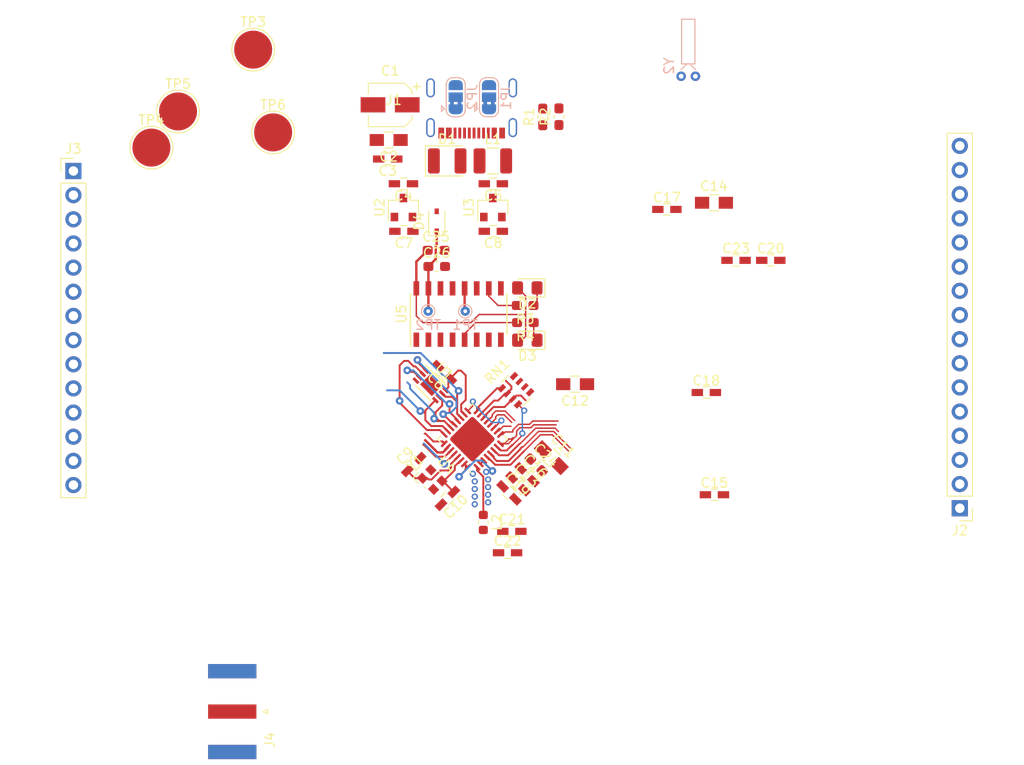
<source format=kicad_pcb>
(kicad_pcb (version 20171130) (host pcbnew "(5.0.0)")

  (general
    (thickness 1.6)
    (drawings 0)
    (tracks 292)
    (zones 0)
    (modules 56)
    (nets 53)
  )

  (page A4)
  (layers
    (0 F.Cu signal)
    (31 B.Cu signal)
    (32 B.Adhes user)
    (33 F.Adhes user)
    (34 B.Paste user)
    (35 F.Paste user)
    (36 B.SilkS user)
    (37 F.SilkS user)
    (38 B.Mask user)
    (39 F.Mask user)
    (40 Dwgs.User user)
    (41 Cmts.User user)
    (42 Eco1.User user)
    (43 Eco2.User user)
    (44 Edge.Cuts user)
    (45 Margin user)
    (46 B.CrtYd user)
    (47 F.CrtYd user)
    (48 B.Fab user)
    (49 F.Fab user)
  )

  (setup
    (last_trace_width 0.15)
    (user_trace_width 0.15)
    (user_trace_width 0.2)
    (user_trace_width 0.5)
    (trace_clearance 0.2)
    (zone_clearance 0.508)
    (zone_45_only no)
    (trace_min 0.15)
    (segment_width 0.2)
    (edge_width 0.15)
    (via_size 0.65)
    (via_drill 0.35)
    (via_min_size 0.65)
    (via_min_drill 0.35)
    (uvia_size 0.3)
    (uvia_drill 0.1)
    (uvias_allowed no)
    (uvia_min_size 0.2)
    (uvia_min_drill 0.1)
    (pcb_text_width 0.3)
    (pcb_text_size 1.5 1.5)
    (mod_edge_width 0.15)
    (mod_text_size 1 1)
    (mod_text_width 0.15)
    (pad_size 1.5 0.6)
    (pad_drill 0)
    (pad_to_mask_clearance 0.2)
    (aux_axis_origin 0 0)
    (visible_elements 7FFFFFFF)
    (pcbplotparams
      (layerselection 0x010fc_ffffffff)
      (usegerberextensions false)
      (usegerberattributes false)
      (usegerberadvancedattributes false)
      (creategerberjobfile false)
      (excludeedgelayer true)
      (linewidth 0.100000)
      (plotframeref false)
      (viasonmask false)
      (mode 1)
      (useauxorigin false)
      (hpglpennumber 1)
      (hpglpenspeed 20)
      (hpglpendiameter 15.000000)
      (psnegative false)
      (psa4output false)
      (plotreference true)
      (plotvalue true)
      (plotinvisibletext false)
      (padsonsilk false)
      (subtractmaskfromsilk false)
      (outputformat 1)
      (mirror false)
      (drillshape 1)
      (scaleselection 1)
      (outputdirectory ""))
  )

  (net 0 "")
  (net 1 GND)
  (net 2 VDD)
  (net 3 /GP11)
  (net 4 +3V3)
  (net 5 +3.3VA)
  (net 6 "Net-(C9-Pad1)")
  (net 7 "Net-(C10-Pad1)")
  (net 8 /GP00)
  (net 9 /GP01)
  (net 10 /ANT)
  (net 11 "Net-(C22-Pad1)")
  (net 12 "Net-(D1-Pad2)")
  (net 13 "Net-(D2-Pad1)")
  (net 14 "Net-(D3-Pad1)")
  (net 15 "Net-(J1-PadA7)")
  (net 16 "Net-(J1-PadA6)")
  (net 17 /CC1)
  (net 18 "Net-(J1-PadB8)")
  (net 19 "Net-(J1-PadA8)")
  (net 20 /CC2)
  (net 21 VBUS)
  (net 22 /ESP_ENABLE)
  (net 23 /GP02)
  (net 24 /GP03)
  (net 25 /GP04)
  (net 26 /GP05)
  (net 27 /GP06)
  (net 28 /GP07)
  (net 29 /GP08)
  (net 30 /BLSEL)
  (net 31 /GP10)
  (net 32 /GP12)
  (net 33 /GP13)
  (net 34 /GP14)
  (net 35 /GP15)
  (net 36 /GP16)
  (net 37 /GP17)
  (net 38 /ESPUSB-)
  (net 39 /ESPUSB+)
  (net 40 /ESP_RX)
  (net 41 /ESP_TX)
  (net 42 /CHUSB-)
  (net 43 /CHUSB+)
  (net 44 /LEDRX)
  (net 45 /LEDTX)
  (net 46 /TOUCH0)
  (net 47 /TOUCH1)
  (net 48 /TOUCH2)
  (net 49 /TOUCH3)
  (net 50 /ESP_RESET)
  (net 51 /DEBUG/CHRESET)
  (net 52 "Net-(C26-Pad1)")

  (net_class Default "This is the default net class."
    (clearance 0.2)
    (trace_width 0.2)
    (via_dia 0.65)
    (via_drill 0.35)
    (uvia_dia 0.3)
    (uvia_drill 0.1)
    (add_net +3.3VA)
    (add_net +3V3)
    (add_net /ANT)
    (add_net /BLSEL)
    (add_net /CC1)
    (add_net /CC2)
    (add_net /CHUSB+)
    (add_net /CHUSB-)
    (add_net /DEBUG/CHRESET)
    (add_net /ESPUSB+)
    (add_net /ESPUSB-)
    (add_net /ESP_ENABLE)
    (add_net /ESP_RESET)
    (add_net /ESP_RX)
    (add_net /ESP_TX)
    (add_net /GP00)
    (add_net /GP01)
    (add_net /GP02)
    (add_net /GP03)
    (add_net /GP04)
    (add_net /GP05)
    (add_net /GP06)
    (add_net /GP07)
    (add_net /GP08)
    (add_net /GP10)
    (add_net /GP11)
    (add_net /GP12)
    (add_net /GP13)
    (add_net /GP14)
    (add_net /GP15)
    (add_net /GP16)
    (add_net /GP17)
    (add_net /LEDRX)
    (add_net /LEDTX)
    (add_net /TOUCH0)
    (add_net /TOUCH1)
    (add_net /TOUCH2)
    (add_net /TOUCH3)
    (add_net GND)
    (add_net "Net-(C10-Pad1)")
    (add_net "Net-(C22-Pad1)")
    (add_net "Net-(C26-Pad1)")
    (add_net "Net-(C9-Pad1)")
    (add_net "Net-(D1-Pad2)")
    (add_net "Net-(D2-Pad1)")
    (add_net "Net-(D3-Pad1)")
    (add_net "Net-(J1-PadA6)")
    (add_net "Net-(J1-PadA7)")
    (add_net "Net-(J1-PadA8)")
    (add_net "Net-(J1-PadB8)")
    (add_net VBUS)
    (add_net VDD)
  )

  (net_class power ""
    (clearance 0.5)
    (trace_width 0.4)
    (via_dia 1)
    (via_drill 0.6)
    (uvia_dia 0.3)
    (uvia_drill 0.1)
  )

  (net_class thin ""
    (clearance 0.15)
    (trace_width 0.15)
    (via_dia 0.65)
    (via_drill 0.35)
    (uvia_dia 0.3)
    (uvia_drill 0.1)
  )

  (module Crystal:Crystal_SMD_Abracon_ABM10-4Pin_2.5x2.0mm (layer F.Cu) (tedit 5A098890) (tstamp 6025C7E5)
    (at 100.924695 119.408579 45)
    (descr "Abracon Miniature Ceramic Smd Crystal ABM10 http://www.abracon.com/Resonators/ABM10.pdf")
    (tags "SMD SMT crystal Abracon ABM10")
    (path /5FC4C47A)
    (attr smd)
    (fp_text reference Y1 (at 0 -2.5 45) (layer F.SilkS)
      (effects (font (size 1 1) (thickness 0.15)))
    )
    (fp_text value 40MHz (at 0.04 2.5 45) (layer F.Fab)
      (effects (font (size 1 1) (thickness 0.15)))
    )
    (fp_line (start -1.53 1.78) (end 1.53 1.78) (layer F.CrtYd) (width 0.05))
    (fp_line (start 1.53 -1.78) (end -1.53 -1.78) (layer F.CrtYd) (width 0.05))
    (fp_line (start 1.53 -1.78) (end 1.53 1.78) (layer F.CrtYd) (width 0.05))
    (fp_text user %R (at 0 0 135) (layer F.Fab)
      (effects (font (size 0.5 0.5) (thickness 0.075)))
    )
    (fp_line (start -1.29 -0.75) (end -1.29 -1.54) (layer F.SilkS) (width 0.12))
    (fp_line (start -0.5 -1.25) (end -1 -0.75) (layer F.Fab) (width 0.1))
    (fp_line (start -1.11 -0.11) (end -1.11 0.11) (layer F.SilkS) (width 0.12))
    (fp_line (start -1 1.25) (end 1 1.25) (layer F.Fab) (width 0.1))
    (fp_line (start -0.5 -1.25) (end 1 -1.25) (layer F.Fab) (width 0.1))
    (fp_line (start 1 -1.25) (end 1 1.25) (layer F.Fab) (width 0.1))
    (fp_line (start -1 -0.75) (end -1 1.25) (layer F.Fab) (width 0.1))
    (fp_line (start 1.11 -0.11) (end 1.11 0.11) (layer F.SilkS) (width 0.12))
    (fp_line (start -0.5 -1.54) (end -1.29 -1.54) (layer F.SilkS) (width 0.12))
    (fp_line (start -1.53 -1.78) (end -1.53 1.78) (layer F.CrtYd) (width 0.05))
    (pad 1 smd rect (at -0.625 -0.825 45) (size 0.8 0.9) (layers F.Cu F.Paste F.Mask)
      (net 6 "Net-(C9-Pad1)"))
    (pad 3 smd rect (at 0.625 0.825 45) (size 0.8 0.9) (layers F.Cu F.Paste F.Mask)
      (net 7 "Net-(C10-Pad1)"))
    (pad 2 smd rect (at -0.625 0.825 45) (size 0.8 0.9) (layers F.Cu F.Paste F.Mask)
      (net 1 GND))
    (pad 4 smd rect (at 0.625 -0.825 45) (size 0.8 0.9) (layers F.Cu F.Paste F.Mask)
      (net 1 GND))
    (model ${KISYS3DMOD}/Crystal.3dshapes/Crystal_SMD_Abracon_ABM10-4Pin_2.5x2.0mm.wrl
      (at (xyz 0 0 0))
      (scale (xyz 1 1 1))
      (rotate (xyz 0 0 0))
    )
  )

  (module Housings_SOIC:SOIC-16_3.9x9.9mm_Pitch1.27mm (layer F.Cu) (tedit 58CC8F64) (tstamp 600A8587)
    (at 103.7 102 90)
    (descr "16-Lead Plastic Small Outline (SL) - Narrow, 3.90 mm Body [SOIC] (see Microchip Packaging Specification 00000049BS.pdf)")
    (tags "SOIC 1.27")
    (path /5FF3EE03/5FDED1AF)
    (attr smd)
    (fp_text reference U5 (at 0 -6 90) (layer F.SilkS)
      (effects (font (size 1 1) (thickness 0.15)))
    )
    (fp_text value CH552G (at 0 6 90) (layer F.Fab)
      (effects (font (size 1 1) (thickness 0.15)))
    )
    (fp_line (start -2.075 -5.05) (end -3.45 -5.05) (layer F.SilkS) (width 0.15))
    (fp_line (start -2.075 5.075) (end 2.075 5.075) (layer F.SilkS) (width 0.15))
    (fp_line (start -2.075 -5.075) (end 2.075 -5.075) (layer F.SilkS) (width 0.15))
    (fp_line (start -2.075 5.075) (end -2.075 4.97) (layer F.SilkS) (width 0.15))
    (fp_line (start 2.075 5.075) (end 2.075 4.97) (layer F.SilkS) (width 0.15))
    (fp_line (start 2.075 -5.075) (end 2.075 -4.97) (layer F.SilkS) (width 0.15))
    (fp_line (start -2.075 -5.075) (end -2.075 -5.05) (layer F.SilkS) (width 0.15))
    (fp_line (start -3.7 5.25) (end 3.7 5.25) (layer F.CrtYd) (width 0.05))
    (fp_line (start -3.7 -5.25) (end 3.7 -5.25) (layer F.CrtYd) (width 0.05))
    (fp_line (start 3.7 -5.25) (end 3.7 5.25) (layer F.CrtYd) (width 0.05))
    (fp_line (start -3.7 -5.25) (end -3.7 5.25) (layer F.CrtYd) (width 0.05))
    (fp_line (start -1.95 -3.95) (end -0.95 -4.95) (layer F.Fab) (width 0.15))
    (fp_line (start -1.95 4.95) (end -1.95 -3.95) (layer F.Fab) (width 0.15))
    (fp_line (start 1.95 4.95) (end -1.95 4.95) (layer F.Fab) (width 0.15))
    (fp_line (start 1.95 -4.95) (end 1.95 4.95) (layer F.Fab) (width 0.15))
    (fp_line (start -0.95 -4.95) (end 1.95 -4.95) (layer F.Fab) (width 0.15))
    (fp_text user %R (at 0 0 90) (layer F.Fab)
      (effects (font (size 0.9 0.9) (thickness 0.135)))
    )
    (pad 16 smd rect (at 2.7 -4.445 90) (size 1.5 0.6) (layers F.Cu F.Paste F.Mask)
      (net 4 +3V3))
    (pad 15 smd rect (at 2.7 -3.175 90) (size 1.5 0.6) (layers F.Cu F.Paste F.Mask)
      (net 52 "Net-(C26-Pad1)"))
    (pad 14 smd rect (at 2.7 -1.905 90) (size 1.5 0.6) (layers F.Cu F.Paste F.Mask)
      (net 1 GND))
    (pad 13 smd rect (at 2.7 -0.635 90) (size 1.5 0.6) (layers F.Cu F.Paste F.Mask)
      (net 42 /CHUSB-))
    (pad 12 smd rect (at 2.7 0.635 90) (size 1.5 0.6) (layers F.Cu F.Paste F.Mask)
      (net 43 /CHUSB+))
    (pad 11 smd rect (at 2.7 1.905 90) (size 1.5 0.6) (layers F.Cu F.Paste F.Mask)
      (net 50 /ESP_RESET))
    (pad 10 smd rect (at 2.7 3.175 90) (size 1.5 0.6) (layers F.Cu F.Paste F.Mask)
      (net 44 /LEDRX))
    (pad 9 smd rect (at 2.7 4.445 90) (size 1.5 0.6) (layers F.Cu F.Paste F.Mask)
      (net 46 /TOUCH0))
    (pad 8 smd rect (at -2.7 4.445 90) (size 1.5 0.6) (layers F.Cu F.Paste F.Mask)
      (net 40 /ESP_RX))
    (pad 7 smd rect (at -2.7 3.175 90) (size 1.5 0.6) (layers F.Cu F.Paste F.Mask)
      (net 41 /ESP_TX))
    (pad 6 smd rect (at -2.7 1.905 90) (size 1.5 0.6) (layers F.Cu F.Paste F.Mask)
      (net 51 /DEBUG/CHRESET))
    (pad 5 smd rect (at -2.7 0.635 90) (size 1.5 0.6) (layers F.Cu F.Paste F.Mask)
      (net 45 /LEDTX))
    (pad 4 smd rect (at -2.7 -0.635 90) (size 1.5 0.6) (layers F.Cu F.Paste F.Mask)
      (net 49 /TOUCH3))
    (pad 3 smd rect (at -2.7 -1.905 90) (size 1.5 0.6) (layers F.Cu F.Paste F.Mask)
      (net 48 /TOUCH2))
    (pad 2 smd rect (at -2.7 -3.175 90) (size 1.5 0.6) (layers F.Cu F.Paste F.Mask)
      (net 47 /TOUCH1))
    (pad 1 smd rect (at -2.7 -4.445 90) (size 1.5 0.6) (layers F.Cu F.Paste F.Mask)
      (net 21 VBUS))
    (model ${KISYS3DMOD}/Housings_SOIC.3dshapes/SOIC-16_3.9x9.9mm_Pitch1.27mm.wrl
      (at (xyz 0 0 0))
      (scale (xyz 1 1 1))
      (rotate (xyz 0 0 0))
    )
  )

  (module Capacitor_SMD:C_0603_1608Metric_Pad1.05x0.95mm_HandSolder (layer F.Cu) (tedit 5B301BBE) (tstamp 5FFCE192)
    (at 101.4 97)
    (descr "Capacitor SMD 0603 (1608 Metric), square (rectangular) end terminal, IPC_7351 nominal with elongated pad for handsoldering. (Body size source: http://www.tortai-tech.com/upload/download/2011102023233369053.pdf), generated with kicad-footprint-generator")
    (tags "capacitor handsolder")
    (path /5FF3EE03/6047AE61)
    (attr smd)
    (fp_text reference C26 (at 0 -1.43) (layer F.SilkS)
      (effects (font (size 1 1) (thickness 0.15)))
    )
    (fp_text value 100nF (at 0 1.43) (layer F.Fab)
      (effects (font (size 1 1) (thickness 0.15)))
    )
    (fp_line (start -0.8 0.4) (end -0.8 -0.4) (layer F.Fab) (width 0.1))
    (fp_line (start -0.8 -0.4) (end 0.8 -0.4) (layer F.Fab) (width 0.1))
    (fp_line (start 0.8 -0.4) (end 0.8 0.4) (layer F.Fab) (width 0.1))
    (fp_line (start 0.8 0.4) (end -0.8 0.4) (layer F.Fab) (width 0.1))
    (fp_line (start -0.171267 -0.51) (end 0.171267 -0.51) (layer F.SilkS) (width 0.12))
    (fp_line (start -0.171267 0.51) (end 0.171267 0.51) (layer F.SilkS) (width 0.12))
    (fp_line (start -1.65 0.73) (end -1.65 -0.73) (layer F.CrtYd) (width 0.05))
    (fp_line (start -1.65 -0.73) (end 1.65 -0.73) (layer F.CrtYd) (width 0.05))
    (fp_line (start 1.65 -0.73) (end 1.65 0.73) (layer F.CrtYd) (width 0.05))
    (fp_line (start 1.65 0.73) (end -1.65 0.73) (layer F.CrtYd) (width 0.05))
    (fp_text user %R (at 0 0) (layer F.Fab)
      (effects (font (size 0.4 0.4) (thickness 0.06)))
    )
    (pad 1 smd roundrect (at -0.875 0) (size 1.05 0.95) (layers F.Cu F.Paste F.Mask) (roundrect_rratio 0.25)
      (net 52 "Net-(C26-Pad1)"))
    (pad 2 smd roundrect (at 0.875 0) (size 1.05 0.95) (layers F.Cu F.Paste F.Mask) (roundrect_rratio 0.25)
      (net 1 GND))
    (model ${KISYS3DMOD}/Capacitor_SMD.3dshapes/C_0603_1608Metric.wrl
      (at (xyz 0 0 0))
      (scale (xyz 1 1 1))
      (rotate (xyz 0 0 0))
    )
  )

  (module Capacitor_SMD:C_0603_1608Metric_Pad1.05x0.95mm_HandSolder (layer F.Cu) (tedit 5B301BBE) (tstamp 5FFCE181)
    (at 101.325 95.3)
    (descr "Capacitor SMD 0603 (1608 Metric), square (rectangular) end terminal, IPC_7351 nominal with elongated pad for handsoldering. (Body size source: http://www.tortai-tech.com/upload/download/2011102023233369053.pdf), generated with kicad-footprint-generator")
    (tags "capacitor handsolder")
    (path /5FF3EE03/60477C34)
    (attr smd)
    (fp_text reference C25 (at 0 -1.43) (layer F.SilkS)
      (effects (font (size 1 1) (thickness 0.15)))
    )
    (fp_text value 100nF (at 0 1.43) (layer F.Fab)
      (effects (font (size 1 1) (thickness 0.15)))
    )
    (fp_text user %R (at 0 0) (layer F.Fab)
      (effects (font (size 0.4 0.4) (thickness 0.06)))
    )
    (fp_line (start 1.65 0.73) (end -1.65 0.73) (layer F.CrtYd) (width 0.05))
    (fp_line (start 1.65 -0.73) (end 1.65 0.73) (layer F.CrtYd) (width 0.05))
    (fp_line (start -1.65 -0.73) (end 1.65 -0.73) (layer F.CrtYd) (width 0.05))
    (fp_line (start -1.65 0.73) (end -1.65 -0.73) (layer F.CrtYd) (width 0.05))
    (fp_line (start -0.171267 0.51) (end 0.171267 0.51) (layer F.SilkS) (width 0.12))
    (fp_line (start -0.171267 -0.51) (end 0.171267 -0.51) (layer F.SilkS) (width 0.12))
    (fp_line (start 0.8 0.4) (end -0.8 0.4) (layer F.Fab) (width 0.1))
    (fp_line (start 0.8 -0.4) (end 0.8 0.4) (layer F.Fab) (width 0.1))
    (fp_line (start -0.8 -0.4) (end 0.8 -0.4) (layer F.Fab) (width 0.1))
    (fp_line (start -0.8 0.4) (end -0.8 -0.4) (layer F.Fab) (width 0.1))
    (pad 2 smd roundrect (at 0.875 0) (size 1.05 0.95) (layers F.Cu F.Paste F.Mask) (roundrect_rratio 0.25)
      (net 1 GND))
    (pad 1 smd roundrect (at -0.875 0) (size 1.05 0.95) (layers F.Cu F.Paste F.Mask) (roundrect_rratio 0.25)
      (net 4 +3V3))
    (model ${KISYS3DMOD}/Capacitor_SMD.3dshapes/C_0603_1608Metric.wrl
      (at (xyz 0 0 0))
      (scale (xyz 1 1 1))
      (rotate (xyz 0 0 0))
    )
  )

  (module Capacitor_SMD:C_0603_1608Metric_Pad1.05x0.95mm_HandSolder (layer F.Cu) (tedit 5B301BBE) (tstamp 5FFCE161)
    (at 111.868718 117.868718 315)
    (descr "Capacitor SMD 0603 (1608 Metric), square (rectangular) end terminal, IPC_7351 nominal with elongated pad for handsoldering. (Body size source: http://www.tortai-tech.com/upload/download/2011102023233369053.pdf), generated with kicad-footprint-generator")
    (tags "capacitor handsolder")
    (path /602EB8FC)
    (attr smd)
    (fp_text reference C24 (at 0 -1.43 315) (layer F.SilkS)
      (effects (font (size 1 1) (thickness 0.15)))
    )
    (fp_text value 100nF (at 0 1.43 315) (layer F.Fab)
      (effects (font (size 1 1) (thickness 0.15)))
    )
    (fp_line (start -0.8 0.4) (end -0.8 -0.4) (layer F.Fab) (width 0.1))
    (fp_line (start -0.8 -0.4) (end 0.8 -0.4) (layer F.Fab) (width 0.1))
    (fp_line (start 0.8 -0.4) (end 0.8 0.4) (layer F.Fab) (width 0.1))
    (fp_line (start 0.8 0.4) (end -0.8 0.4) (layer F.Fab) (width 0.1))
    (fp_line (start -0.171267 -0.51) (end 0.171267 -0.51) (layer F.SilkS) (width 0.12))
    (fp_line (start -0.171267 0.51) (end 0.171267 0.51) (layer F.SilkS) (width 0.12))
    (fp_line (start -1.65 0.73) (end -1.65 -0.73) (layer F.CrtYd) (width 0.05))
    (fp_line (start -1.65 -0.73) (end 1.65 -0.73) (layer F.CrtYd) (width 0.05))
    (fp_line (start 1.65 -0.73) (end 1.65 0.73) (layer F.CrtYd) (width 0.05))
    (fp_line (start 1.65 0.73) (end -1.65 0.73) (layer F.CrtYd) (width 0.05))
    (fp_text user %R (at 0 0 315) (layer F.Fab)
      (effects (font (size 0.4 0.4) (thickness 0.06)))
    )
    (pad 1 smd roundrect (at -0.874999 0 315) (size 1.05 0.95) (layers F.Cu F.Paste F.Mask) (roundrect_rratio 0.25)
      (net 5 +3.3VA))
    (pad 2 smd roundrect (at 0.874999 0 315) (size 1.05 0.95) (layers F.Cu F.Paste F.Mask) (roundrect_rratio 0.25)
      (net 1 GND))
    (model ${KISYS3DMOD}/Capacitor_SMD.3dshapes/C_0603_1608Metric.wrl
      (at (xyz 0 0 0))
      (scale (xyz 1 1 1))
      (rotate (xyz 0 0 0))
    )
  )

  (module Connector_Coaxial:SMA_Amphenol_132289_EdgeMount (layer F.Cu) (tedit 5A1C1810) (tstamp 5FFCDE49)
    (at 79.9 143.8 180)
    (descr http://www.amphenolrf.com/132289.html)
    (tags SMA)
    (path /5FC5BE78/5FC624A8)
    (attr smd)
    (fp_text reference J4 (at -3.96 -3 270) (layer F.SilkS)
      (effects (font (size 1 1) (thickness 0.15)))
    )
    (fp_text value Conn_Coaxial (at 5 6 180) (layer F.Fab)
      (effects (font (size 1 1) (thickness 0.15)))
    )
    (fp_line (start -3.71 0.25) (end -3.21 0) (layer F.SilkS) (width 0.12))
    (fp_line (start -3.71 -0.25) (end -3.71 0.25) (layer F.SilkS) (width 0.12))
    (fp_line (start -3.21 0) (end -3.71 -0.25) (layer F.SilkS) (width 0.12))
    (fp_line (start 3.54 0) (end 2.54 0.75) (layer F.Fab) (width 0.1))
    (fp_line (start 2.54 -0.75) (end 3.54 0) (layer F.Fab) (width 0.1))
    (fp_text user %R (at 4.79 0 90) (layer F.Fab)
      (effects (font (size 1 1) (thickness 0.15)))
    )
    (fp_line (start 14.47 -5.58) (end -3.04 -5.58) (layer F.CrtYd) (width 0.05))
    (fp_line (start 14.47 -5.58) (end 14.47 5.58) (layer F.CrtYd) (width 0.05))
    (fp_line (start 14.47 5.58) (end -3.04 5.58) (layer F.CrtYd) (width 0.05))
    (fp_line (start -3.04 5.58) (end -3.04 -5.58) (layer F.CrtYd) (width 0.05))
    (fp_line (start 14.47 -5.58) (end -3.04 -5.58) (layer B.CrtYd) (width 0.05))
    (fp_line (start 14.47 -5.58) (end 14.47 5.58) (layer B.CrtYd) (width 0.05))
    (fp_line (start 14.47 5.58) (end -3.04 5.58) (layer B.CrtYd) (width 0.05))
    (fp_line (start -3.04 5.58) (end -3.04 -5.58) (layer B.CrtYd) (width 0.05))
    (fp_line (start 4.445 -3.81) (end 13.97 -3.81) (layer F.Fab) (width 0.1))
    (fp_line (start 13.97 -3.81) (end 13.97 3.81) (layer F.Fab) (width 0.1))
    (fp_line (start 13.97 3.81) (end 4.445 3.81) (layer F.Fab) (width 0.1))
    (fp_line (start 4.445 5.08) (end 4.445 3.81) (layer F.Fab) (width 0.1))
    (fp_line (start 4.445 -3.81) (end 4.445 -5.08) (layer F.Fab) (width 0.1))
    (fp_line (start -1.91 -5.08) (end 4.445 -5.08) (layer F.Fab) (width 0.1))
    (fp_line (start -1.91 -5.08) (end -1.91 -3.81) (layer F.Fab) (width 0.1))
    (fp_line (start -1.91 -3.81) (end 2.54 -3.81) (layer F.Fab) (width 0.1))
    (fp_line (start 2.54 -3.81) (end 2.54 3.81) (layer F.Fab) (width 0.1))
    (fp_line (start 2.54 3.81) (end -1.91 3.81) (layer F.Fab) (width 0.1))
    (fp_line (start -1.91 3.81) (end -1.91 5.08) (layer F.Fab) (width 0.1))
    (fp_line (start -1.91 5.08) (end 4.445 5.08) (layer F.Fab) (width 0.1))
    (pad 2 smd rect (at 0 4.25 270) (size 1.5 5.08) (layers B.Cu B.Paste B.Mask)
      (net 1 GND))
    (pad 2 smd rect (at 0 -4.25 270) (size 1.5 5.08) (layers B.Cu B.Paste B.Mask)
      (net 1 GND))
    (pad 2 smd rect (at 0 4.25 270) (size 1.5 5.08) (layers F.Cu F.Paste F.Mask)
      (net 1 GND))
    (pad 2 smd rect (at 0 -4.25 270) (size 1.5 5.08) (layers F.Cu F.Paste F.Mask)
      (net 1 GND))
    (pad 1 smd rect (at 0 0 270) (size 1.5 5.08) (layers F.Cu F.Paste F.Mask)
      (net 11 "Net-(C22-Pad1)"))
    (model ${KISYS3DMOD}/Connector_Coaxial.3dshapes/SMA_Amphenol_132289_EdgeMount.wrl
      (at (xyz 0 0 0))
      (scale (xyz 1 1 1))
      (rotate (xyz 0 0 0))
    )
  )

  (module Capacitors_SMD:CP_Elec_4x4.5 (layer F.Cu) (tedit 58AA85E3) (tstamp 5FEEE9EA)
    (at 96.5 80 180)
    (descr "SMT capacitor, aluminium electrolytic, 4x4.5")
    (path /5FFEF3EC)
    (attr smd)
    (fp_text reference C1 (at 0 3.58) (layer F.SilkS)
      (effects (font (size 1 1) (thickness 0.15)))
    )
    (fp_text value 100uF (at 0 -3.45) (layer F.Fab)
      (effects (font (size 1 1) (thickness 0.15)))
    )
    (fp_line (start 3.35 2.37) (end -3.35 2.37) (layer F.CrtYd) (width 0.05))
    (fp_line (start 3.35 2.37) (end 3.35 -2.4) (layer F.CrtYd) (width 0.05))
    (fp_line (start -3.35 -2.4) (end -3.35 2.37) (layer F.CrtYd) (width 0.05))
    (fp_line (start -3.35 -2.4) (end 3.35 -2.4) (layer F.CrtYd) (width 0.05))
    (fp_line (start -1.52 2.27) (end -2.29 1.51) (layer F.SilkS) (width 0.12))
    (fp_line (start -1.52 2.27) (end 2.29 2.27) (layer F.SilkS) (width 0.12))
    (fp_line (start -1.52 -2.3) (end -2.29 -1.54) (layer F.SilkS) (width 0.12))
    (fp_line (start -1.52 -2.3) (end 2.29 -2.3) (layer F.SilkS) (width 0.12))
    (fp_line (start -2.29 -1.54) (end -2.29 -1.13) (layer F.SilkS) (width 0.12))
    (fp_line (start -2.29 1.51) (end -2.29 1.1) (layer F.SilkS) (width 0.12))
    (fp_line (start 2.29 2.27) (end 2.29 1.1) (layer F.SilkS) (width 0.12))
    (fp_line (start 2.29 -2.3) (end 2.29 -1.13) (layer F.SilkS) (width 0.12))
    (fp_line (start 2.13 -2.15) (end -1.46 -2.15) (layer F.Fab) (width 0.1))
    (fp_line (start -1.46 -2.15) (end -2.13 -1.47) (layer F.Fab) (width 0.1))
    (fp_line (start -2.13 -1.47) (end -2.13 1.45) (layer F.Fab) (width 0.1))
    (fp_line (start -2.13 1.45) (end -1.46 2.12) (layer F.Fab) (width 0.1))
    (fp_line (start -1.46 2.12) (end 2.13 2.12) (layer F.Fab) (width 0.1))
    (fp_line (start 2.13 2.12) (end 2.13 -2.15) (layer F.Fab) (width 0.1))
    (fp_text user %R (at 0 3.58) (layer F.Fab)
      (effects (font (size 1 1) (thickness 0.15)))
    )
    (fp_text user + (at -2.78 1.99) (layer F.SilkS)
      (effects (font (size 1 1) (thickness 0.15)))
    )
    (fp_text user + (at -1.24 -0.08 180) (layer F.Fab)
      (effects (font (size 1 1) (thickness 0.15)))
    )
    (fp_circle (center 0 0) (end 0.1 2.1) (layer F.Fab) (width 0.1))
    (pad 2 smd rect (at 1.8 0) (size 2.6 1.6) (layers F.Cu F.Paste F.Mask)
      (net 1 GND))
    (pad 1 smd rect (at -1.8 0) (size 2.6 1.6) (layers F.Cu F.Paste F.Mask)
      (net 2 VDD))
    (model Capacitors_SMD.3dshapes/CP_Elec_4x4.5.wrl
      (at (xyz 0 0 0))
      (scale (xyz 1 1 1))
      (rotate (xyz 0 0 180))
    )
  )

  (module Capacitors_SMD:C_0805_HandSoldering (layer F.Cu) (tedit 58AA84A8) (tstamp 5FEEE9FB)
    (at 96.35 83.7 180)
    (descr "Capacitor SMD 0805, hand soldering")
    (tags "capacitor 0805")
    (path /5FFEE40B)
    (attr smd)
    (fp_text reference C2 (at 0 -1.75 180) (layer F.SilkS)
      (effects (font (size 1 1) (thickness 0.15)))
    )
    (fp_text value 10uF (at 0 1.75 180) (layer F.Fab)
      (effects (font (size 1 1) (thickness 0.15)))
    )
    (fp_text user %R (at 0 -1.75 180) (layer F.Fab)
      (effects (font (size 1 1) (thickness 0.15)))
    )
    (fp_line (start -1 0.62) (end -1 -0.62) (layer F.Fab) (width 0.1))
    (fp_line (start 1 0.62) (end -1 0.62) (layer F.Fab) (width 0.1))
    (fp_line (start 1 -0.62) (end 1 0.62) (layer F.Fab) (width 0.1))
    (fp_line (start -1 -0.62) (end 1 -0.62) (layer F.Fab) (width 0.1))
    (fp_line (start 0.5 -0.85) (end -0.5 -0.85) (layer F.SilkS) (width 0.12))
    (fp_line (start -0.5 0.85) (end 0.5 0.85) (layer F.SilkS) (width 0.12))
    (fp_line (start -2.25 -0.88) (end 2.25 -0.88) (layer F.CrtYd) (width 0.05))
    (fp_line (start -2.25 -0.88) (end -2.25 0.87) (layer F.CrtYd) (width 0.05))
    (fp_line (start 2.25 0.87) (end 2.25 -0.88) (layer F.CrtYd) (width 0.05))
    (fp_line (start 2.25 0.87) (end -2.25 0.87) (layer F.CrtYd) (width 0.05))
    (pad 1 smd rect (at -1.25 0 180) (size 1.5 1.25) (layers F.Cu F.Paste F.Mask)
      (net 2 VDD))
    (pad 2 smd rect (at 1.25 0 180) (size 1.5 1.25) (layers F.Cu F.Paste F.Mask)
      (net 1 GND))
    (model Capacitors_SMD.3dshapes/C_0805.wrl
      (at (xyz 0 0 0))
      (scale (xyz 1 1 1))
      (rotate (xyz 0 0 0))
    )
  )

  (module Capacitors_SMD:C_0603_HandSoldering (layer F.Cu) (tedit 58AA848B) (tstamp 5FEEEA0C)
    (at 96.25 85.7 180)
    (descr "Capacitor SMD 0603, hand soldering")
    (tags "capacitor 0603")
    (path /5FFEDADB)
    (attr smd)
    (fp_text reference C3 (at 0 -1.25 180) (layer F.SilkS)
      (effects (font (size 1 1) (thickness 0.15)))
    )
    (fp_text value 1uF (at 0 1.5 180) (layer F.Fab)
      (effects (font (size 1 1) (thickness 0.15)))
    )
    (fp_text user %R (at 0 -1.25 180) (layer F.Fab)
      (effects (font (size 1 1) (thickness 0.15)))
    )
    (fp_line (start -0.8 0.4) (end -0.8 -0.4) (layer F.Fab) (width 0.1))
    (fp_line (start 0.8 0.4) (end -0.8 0.4) (layer F.Fab) (width 0.1))
    (fp_line (start 0.8 -0.4) (end 0.8 0.4) (layer F.Fab) (width 0.1))
    (fp_line (start -0.8 -0.4) (end 0.8 -0.4) (layer F.Fab) (width 0.1))
    (fp_line (start -0.35 -0.6) (end 0.35 -0.6) (layer F.SilkS) (width 0.12))
    (fp_line (start 0.35 0.6) (end -0.35 0.6) (layer F.SilkS) (width 0.12))
    (fp_line (start -1.8 -0.65) (end 1.8 -0.65) (layer F.CrtYd) (width 0.05))
    (fp_line (start -1.8 -0.65) (end -1.8 0.65) (layer F.CrtYd) (width 0.05))
    (fp_line (start 1.8 0.65) (end 1.8 -0.65) (layer F.CrtYd) (width 0.05))
    (fp_line (start 1.8 0.65) (end -1.8 0.65) (layer F.CrtYd) (width 0.05))
    (pad 1 smd rect (at -0.95 0 180) (size 1.2 0.75) (layers F.Cu F.Paste F.Mask)
      (net 2 VDD))
    (pad 2 smd rect (at 0.95 0 180) (size 1.2 0.75) (layers F.Cu F.Paste F.Mask)
      (net 1 GND))
    (model Capacitors_SMD.3dshapes/C_0603.wrl
      (at (xyz 0 0 0))
      (scale (xyz 1 1 1))
      (rotate (xyz 0 0 0))
    )
  )

  (module Capacitors_SMD:C_0603_HandSoldering (layer F.Cu) (tedit 58AA848B) (tstamp 5FEEEA1D)
    (at 97.9 88.3 180)
    (descr "Capacitor SMD 0603, hand soldering")
    (tags "capacitor 0603")
    (path /5FCDBEC1)
    (attr smd)
    (fp_text reference C4 (at 0 -1.25 180) (layer F.SilkS)
      (effects (font (size 1 1) (thickness 0.15)))
    )
    (fp_text value 1uF (at 0 1.5 180) (layer F.Fab)
      (effects (font (size 1 1) (thickness 0.15)))
    )
    (fp_line (start 1.8 0.65) (end -1.8 0.65) (layer F.CrtYd) (width 0.05))
    (fp_line (start 1.8 0.65) (end 1.8 -0.65) (layer F.CrtYd) (width 0.05))
    (fp_line (start -1.8 -0.65) (end -1.8 0.65) (layer F.CrtYd) (width 0.05))
    (fp_line (start -1.8 -0.65) (end 1.8 -0.65) (layer F.CrtYd) (width 0.05))
    (fp_line (start 0.35 0.6) (end -0.35 0.6) (layer F.SilkS) (width 0.12))
    (fp_line (start -0.35 -0.6) (end 0.35 -0.6) (layer F.SilkS) (width 0.12))
    (fp_line (start -0.8 -0.4) (end 0.8 -0.4) (layer F.Fab) (width 0.1))
    (fp_line (start 0.8 -0.4) (end 0.8 0.4) (layer F.Fab) (width 0.1))
    (fp_line (start 0.8 0.4) (end -0.8 0.4) (layer F.Fab) (width 0.1))
    (fp_line (start -0.8 0.4) (end -0.8 -0.4) (layer F.Fab) (width 0.1))
    (fp_text user %R (at 0 -1.25 180) (layer F.Fab)
      (effects (font (size 1 1) (thickness 0.15)))
    )
    (pad 2 smd rect (at 0.95 0 180) (size 1.2 0.75) (layers F.Cu F.Paste F.Mask)
      (net 1 GND))
    (pad 1 smd rect (at -0.95 0 180) (size 1.2 0.75) (layers F.Cu F.Paste F.Mask)
      (net 2 VDD))
    (model Capacitors_SMD.3dshapes/C_0603.wrl
      (at (xyz 0 0 0))
      (scale (xyz 1 1 1))
      (rotate (xyz 0 0 0))
    )
  )

  (module Capacitors_SMD:C_0603_HandSoldering (layer F.Cu) (tedit 58AA848B) (tstamp 5FEEEA2E)
    (at 107.35 88.3 180)
    (descr "Capacitor SMD 0603, hand soldering")
    (tags "capacitor 0603")
    (path /5FBF1961)
    (attr smd)
    (fp_text reference C5 (at 0 -1.25 180) (layer F.SilkS)
      (effects (font (size 1 1) (thickness 0.15)))
    )
    (fp_text value 1uF (at 0 1.5 180) (layer F.Fab)
      (effects (font (size 1 1) (thickness 0.15)))
    )
    (fp_line (start 1.8 0.65) (end -1.8 0.65) (layer F.CrtYd) (width 0.05))
    (fp_line (start 1.8 0.65) (end 1.8 -0.65) (layer F.CrtYd) (width 0.05))
    (fp_line (start -1.8 -0.65) (end -1.8 0.65) (layer F.CrtYd) (width 0.05))
    (fp_line (start -1.8 -0.65) (end 1.8 -0.65) (layer F.CrtYd) (width 0.05))
    (fp_line (start 0.35 0.6) (end -0.35 0.6) (layer F.SilkS) (width 0.12))
    (fp_line (start -0.35 -0.6) (end 0.35 -0.6) (layer F.SilkS) (width 0.12))
    (fp_line (start -0.8 -0.4) (end 0.8 -0.4) (layer F.Fab) (width 0.1))
    (fp_line (start 0.8 -0.4) (end 0.8 0.4) (layer F.Fab) (width 0.1))
    (fp_line (start 0.8 0.4) (end -0.8 0.4) (layer F.Fab) (width 0.1))
    (fp_line (start -0.8 0.4) (end -0.8 -0.4) (layer F.Fab) (width 0.1))
    (fp_text user %R (at 0 -1.25 180) (layer F.Fab)
      (effects (font (size 1 1) (thickness 0.15)))
    )
    (pad 2 smd rect (at 0.95 0 180) (size 1.2 0.75) (layers F.Cu F.Paste F.Mask)
      (net 1 GND))
    (pad 1 smd rect (at -0.95 0 180) (size 1.2 0.75) (layers F.Cu F.Paste F.Mask)
      (net 2 VDD))
    (model Capacitors_SMD.3dshapes/C_0603.wrl
      (at (xyz 0 0 0))
      (scale (xyz 1 1 1))
      (rotate (xyz 0 0 0))
    )
  )

  (module Capacitors_SMD:C_0603_HandSoldering (layer F.Cu) (tedit 58AA848B) (tstamp 5FEEEA3F)
    (at 102.203249 108.153249 135)
    (descr "Capacitor SMD 0603, hand soldering")
    (tags "capacitor 0603")
    (path /601B7374)
    (attr smd)
    (fp_text reference C6 (at 0 -1.25 135) (layer F.SilkS)
      (effects (font (size 1 1) (thickness 0.15)))
    )
    (fp_text value 100nF (at 0 1.5 135) (layer F.Fab)
      (effects (font (size 1 1) (thickness 0.15)))
    )
    (fp_line (start 1.8 0.65) (end -1.8 0.65) (layer F.CrtYd) (width 0.05))
    (fp_line (start 1.8 0.65) (end 1.8 -0.65) (layer F.CrtYd) (width 0.05))
    (fp_line (start -1.8 -0.65) (end -1.8 0.65) (layer F.CrtYd) (width 0.05))
    (fp_line (start -1.8 -0.65) (end 1.8 -0.65) (layer F.CrtYd) (width 0.05))
    (fp_line (start 0.35 0.6) (end -0.35 0.6) (layer F.SilkS) (width 0.12))
    (fp_line (start -0.35 -0.6) (end 0.35 -0.6) (layer F.SilkS) (width 0.12))
    (fp_line (start -0.8 -0.4) (end 0.8 -0.4) (layer F.Fab) (width 0.1))
    (fp_line (start 0.8 -0.4) (end 0.8 0.4) (layer F.Fab) (width 0.1))
    (fp_line (start 0.8 0.4) (end -0.8 0.4) (layer F.Fab) (width 0.1))
    (fp_line (start -0.8 0.4) (end -0.8 -0.4) (layer F.Fab) (width 0.1))
    (fp_text user %R (at 0 -1.25 135) (layer F.Fab)
      (effects (font (size 1 1) (thickness 0.15)))
    )
    (pad 2 smd rect (at 0.949999 0 135) (size 1.2 0.75) (layers F.Cu F.Paste F.Mask)
      (net 1 GND))
    (pad 1 smd rect (at -0.949999 0 135) (size 1.2 0.75) (layers F.Cu F.Paste F.Mask)
      (net 3 /GP11))
    (model Capacitors_SMD.3dshapes/C_0603.wrl
      (at (xyz 0 0 0))
      (scale (xyz 1 1 1))
      (rotate (xyz 0 0 0))
    )
  )

  (module Capacitors_SMD:C_0603_HandSoldering (layer F.Cu) (tedit 58AA848B) (tstamp 5FEEEA50)
    (at 97.95 93.3 180)
    (descr "Capacitor SMD 0603, hand soldering")
    (tags "capacitor 0603")
    (path /5FCDBEAD)
    (attr smd)
    (fp_text reference C7 (at 0 -1.25 180) (layer F.SilkS)
      (effects (font (size 1 1) (thickness 0.15)))
    )
    (fp_text value 1uF (at 0 1.5 180) (layer F.Fab)
      (effects (font (size 1 1) (thickness 0.15)))
    )
    (fp_text user %R (at 0 -1.25 180) (layer F.Fab)
      (effects (font (size 1 1) (thickness 0.15)))
    )
    (fp_line (start -0.8 0.4) (end -0.8 -0.4) (layer F.Fab) (width 0.1))
    (fp_line (start 0.8 0.4) (end -0.8 0.4) (layer F.Fab) (width 0.1))
    (fp_line (start 0.8 -0.4) (end 0.8 0.4) (layer F.Fab) (width 0.1))
    (fp_line (start -0.8 -0.4) (end 0.8 -0.4) (layer F.Fab) (width 0.1))
    (fp_line (start -0.35 -0.6) (end 0.35 -0.6) (layer F.SilkS) (width 0.12))
    (fp_line (start 0.35 0.6) (end -0.35 0.6) (layer F.SilkS) (width 0.12))
    (fp_line (start -1.8 -0.65) (end 1.8 -0.65) (layer F.CrtYd) (width 0.05))
    (fp_line (start -1.8 -0.65) (end -1.8 0.65) (layer F.CrtYd) (width 0.05))
    (fp_line (start 1.8 0.65) (end 1.8 -0.65) (layer F.CrtYd) (width 0.05))
    (fp_line (start 1.8 0.65) (end -1.8 0.65) (layer F.CrtYd) (width 0.05))
    (pad 1 smd rect (at -0.95 0 180) (size 1.2 0.75) (layers F.Cu F.Paste F.Mask)
      (net 4 +3V3))
    (pad 2 smd rect (at 0.95 0 180) (size 1.2 0.75) (layers F.Cu F.Paste F.Mask)
      (net 1 GND))
    (model Capacitors_SMD.3dshapes/C_0603.wrl
      (at (xyz 0 0 0))
      (scale (xyz 1 1 1))
      (rotate (xyz 0 0 0))
    )
  )

  (module Capacitors_SMD:C_0603_HandSoldering (layer F.Cu) (tedit 58AA848B) (tstamp 5FEEEA61)
    (at 107.35 93.3 180)
    (descr "Capacitor SMD 0603, hand soldering")
    (tags "capacitor 0603")
    (path /5FBD8B32)
    (attr smd)
    (fp_text reference C8 (at 0 -1.25 180) (layer F.SilkS)
      (effects (font (size 1 1) (thickness 0.15)))
    )
    (fp_text value 1uF (at 0 1.5 180) (layer F.Fab)
      (effects (font (size 1 1) (thickness 0.15)))
    )
    (fp_text user %R (at 0 -1.25 180) (layer F.Fab)
      (effects (font (size 1 1) (thickness 0.15)))
    )
    (fp_line (start -0.8 0.4) (end -0.8 -0.4) (layer F.Fab) (width 0.1))
    (fp_line (start 0.8 0.4) (end -0.8 0.4) (layer F.Fab) (width 0.1))
    (fp_line (start 0.8 -0.4) (end 0.8 0.4) (layer F.Fab) (width 0.1))
    (fp_line (start -0.8 -0.4) (end 0.8 -0.4) (layer F.Fab) (width 0.1))
    (fp_line (start -0.35 -0.6) (end 0.35 -0.6) (layer F.SilkS) (width 0.12))
    (fp_line (start 0.35 0.6) (end -0.35 0.6) (layer F.SilkS) (width 0.12))
    (fp_line (start -1.8 -0.65) (end 1.8 -0.65) (layer F.CrtYd) (width 0.05))
    (fp_line (start -1.8 -0.65) (end -1.8 0.65) (layer F.CrtYd) (width 0.05))
    (fp_line (start 1.8 0.65) (end 1.8 -0.65) (layer F.CrtYd) (width 0.05))
    (fp_line (start 1.8 0.65) (end -1.8 0.65) (layer F.CrtYd) (width 0.05))
    (pad 1 smd rect (at -0.95 0 180) (size 1.2 0.75) (layers F.Cu F.Paste F.Mask)
      (net 5 +3.3VA))
    (pad 2 smd rect (at 0.95 0 180) (size 1.2 0.75) (layers F.Cu F.Paste F.Mask)
      (net 1 GND))
    (model Capacitors_SMD.3dshapes/C_0603.wrl
      (at (xyz 0 0 0))
      (scale (xyz 1 1 1))
      (rotate (xyz 0 0 0))
    )
  )

  (module Capacitors_SMD:C_0603_HandSoldering (layer F.Cu) (tedit 58AA848B) (tstamp 5FEEEA72)
    (at 98.978249 117.821751 45)
    (descr "Capacitor SMD 0603, hand soldering")
    (tags "capacitor 0603")
    (path /5FC4C488)
    (attr smd)
    (fp_text reference C9 (at 0 -1.25 45) (layer F.SilkS)
      (effects (font (size 1 1) (thickness 0.15)))
    )
    (fp_text value 10nF (at 0 1.5 45) (layer F.Fab)
      (effects (font (size 1 1) (thickness 0.15)))
    )
    (fp_text user %R (at 0 -1.25 45) (layer F.Fab)
      (effects (font (size 1 1) (thickness 0.15)))
    )
    (fp_line (start -0.8 0.4) (end -0.8 -0.4) (layer F.Fab) (width 0.1))
    (fp_line (start 0.8 0.4) (end -0.8 0.4) (layer F.Fab) (width 0.1))
    (fp_line (start 0.8 -0.4) (end 0.8 0.4) (layer F.Fab) (width 0.1))
    (fp_line (start -0.8 -0.4) (end 0.8 -0.4) (layer F.Fab) (width 0.1))
    (fp_line (start -0.35 -0.6) (end 0.35 -0.6) (layer F.SilkS) (width 0.12))
    (fp_line (start 0.35 0.6) (end -0.35 0.6) (layer F.SilkS) (width 0.12))
    (fp_line (start -1.8 -0.65) (end 1.8 -0.65) (layer F.CrtYd) (width 0.05))
    (fp_line (start -1.8 -0.65) (end -1.8 0.65) (layer F.CrtYd) (width 0.05))
    (fp_line (start 1.8 0.65) (end 1.8 -0.65) (layer F.CrtYd) (width 0.05))
    (fp_line (start 1.8 0.65) (end -1.8 0.65) (layer F.CrtYd) (width 0.05))
    (pad 1 smd rect (at -0.949999 0 45) (size 1.2 0.75) (layers F.Cu F.Paste F.Mask)
      (net 6 "Net-(C9-Pad1)"))
    (pad 2 smd rect (at 0.949999 0 45) (size 1.2 0.75) (layers F.Cu F.Paste F.Mask)
      (net 1 GND))
    (model Capacitors_SMD.3dshapes/C_0603.wrl
      (at (xyz 0 0 0))
      (scale (xyz 1 1 1))
      (rotate (xyz 0 0 0))
    )
  )

  (module Capacitors_SMD:C_0603_HandSoldering (layer F.Cu) (tedit 58AA848B) (tstamp 5FEEEA83)
    (at 102.521751 121.378249 225)
    (descr "Capacitor SMD 0603, hand soldering")
    (tags "capacitor 0603")
    (path /5FC4C48E)
    (attr smd)
    (fp_text reference C10 (at 0 -1.25 225) (layer F.SilkS)
      (effects (font (size 1 1) (thickness 0.15)))
    )
    (fp_text value 10nF (at 0 1.5 225) (layer F.Fab)
      (effects (font (size 1 1) (thickness 0.15)))
    )
    (fp_line (start 1.8 0.65) (end -1.8 0.65) (layer F.CrtYd) (width 0.05))
    (fp_line (start 1.8 0.65) (end 1.8 -0.65) (layer F.CrtYd) (width 0.05))
    (fp_line (start -1.8 -0.65) (end -1.8 0.65) (layer F.CrtYd) (width 0.05))
    (fp_line (start -1.8 -0.65) (end 1.8 -0.65) (layer F.CrtYd) (width 0.05))
    (fp_line (start 0.35 0.6) (end -0.35 0.6) (layer F.SilkS) (width 0.12))
    (fp_line (start -0.35 -0.6) (end 0.35 -0.6) (layer F.SilkS) (width 0.12))
    (fp_line (start -0.8 -0.4) (end 0.8 -0.4) (layer F.Fab) (width 0.1))
    (fp_line (start 0.8 -0.4) (end 0.8 0.4) (layer F.Fab) (width 0.1))
    (fp_line (start 0.8 0.4) (end -0.8 0.4) (layer F.Fab) (width 0.1))
    (fp_line (start -0.8 0.4) (end -0.8 -0.4) (layer F.Fab) (width 0.1))
    (fp_text user %R (at 0 -1.25 225) (layer F.Fab)
      (effects (font (size 1 1) (thickness 0.15)))
    )
    (pad 2 smd rect (at 0.949999 0 225) (size 1.2 0.75) (layers F.Cu F.Paste F.Mask)
      (net 1 GND))
    (pad 1 smd rect (at -0.949999 0 225) (size 1.2 0.75) (layers F.Cu F.Paste F.Mask)
      (net 7 "Net-(C10-Pad1)"))
    (model Capacitors_SMD.3dshapes/C_0603.wrl
      (at (xyz 0 0 0))
      (scale (xyz 1 1 1))
      (rotate (xyz 0 0 0))
    )
  )

  (module Capacitors_SMD:C_0805_HandSoldering (layer F.Cu) (tedit 58AA84A8) (tstamp 5FEEEA94)
    (at 113.45 117.1 315)
    (descr "Capacitor SMD 0805, hand soldering")
    (tags "capacitor 0805")
    (path /5FD61551)
    (attr smd)
    (fp_text reference C11 (at 0 -1.75 315) (layer F.SilkS)
      (effects (font (size 1 1) (thickness 0.15)))
    )
    (fp_text value "22uF 0805" (at 0 1.75 315) (layer F.Fab)
      (effects (font (size 1 1) (thickness 0.15)))
    )
    (fp_line (start 2.25 0.87) (end -2.25 0.87) (layer F.CrtYd) (width 0.05))
    (fp_line (start 2.25 0.87) (end 2.25 -0.88) (layer F.CrtYd) (width 0.05))
    (fp_line (start -2.25 -0.88) (end -2.25 0.87) (layer F.CrtYd) (width 0.05))
    (fp_line (start -2.25 -0.88) (end 2.25 -0.88) (layer F.CrtYd) (width 0.05))
    (fp_line (start -0.5 0.85) (end 0.5 0.85) (layer F.SilkS) (width 0.12))
    (fp_line (start 0.5 -0.85) (end -0.5 -0.85) (layer F.SilkS) (width 0.12))
    (fp_line (start -1 -0.62) (end 1 -0.62) (layer F.Fab) (width 0.1))
    (fp_line (start 1 -0.62) (end 1 0.62) (layer F.Fab) (width 0.1))
    (fp_line (start 1 0.62) (end -1 0.62) (layer F.Fab) (width 0.1))
    (fp_line (start -1 0.62) (end -1 -0.62) (layer F.Fab) (width 0.1))
    (fp_text user %R (at 0 -1.75 315) (layer F.Fab)
      (effects (font (size 1 1) (thickness 0.15)))
    )
    (pad 2 smd rect (at 1.25 0 315) (size 1.5 1.25) (layers F.Cu F.Paste F.Mask)
      (net 1 GND))
    (pad 1 smd rect (at -1.25 0 315) (size 1.5 1.25) (layers F.Cu F.Paste F.Mask)
      (net 5 +3.3VA))
    (model Capacitors_SMD.3dshapes/C_0805.wrl
      (at (xyz 0 0 0))
      (scale (xyz 1 1 1))
      (rotate (xyz 0 0 0))
    )
  )

  (module Capacitors_SMD:C_0805_HandSoldering (layer F.Cu) (tedit 58AA84A8) (tstamp 5FEEEAA5)
    (at 115.95 109.375 180)
    (descr "Capacitor SMD 0805, hand soldering")
    (tags "capacitor 0805")
    (path /5FDB1AEE)
    (attr smd)
    (fp_text reference C12 (at 0 -1.75 180) (layer F.SilkS)
      (effects (font (size 1 1) (thickness 0.15)))
    )
    (fp_text value "22uF 0805" (at 0 1.75 180) (layer F.Fab)
      (effects (font (size 1 1) (thickness 0.15)))
    )
    (fp_line (start 2.25 0.87) (end -2.25 0.87) (layer F.CrtYd) (width 0.05))
    (fp_line (start 2.25 0.87) (end 2.25 -0.88) (layer F.CrtYd) (width 0.05))
    (fp_line (start -2.25 -0.88) (end -2.25 0.87) (layer F.CrtYd) (width 0.05))
    (fp_line (start -2.25 -0.88) (end 2.25 -0.88) (layer F.CrtYd) (width 0.05))
    (fp_line (start -0.5 0.85) (end 0.5 0.85) (layer F.SilkS) (width 0.12))
    (fp_line (start 0.5 -0.85) (end -0.5 -0.85) (layer F.SilkS) (width 0.12))
    (fp_line (start -1 -0.62) (end 1 -0.62) (layer F.Fab) (width 0.1))
    (fp_line (start 1 -0.62) (end 1 0.62) (layer F.Fab) (width 0.1))
    (fp_line (start 1 0.62) (end -1 0.62) (layer F.Fab) (width 0.1))
    (fp_line (start -1 0.62) (end -1 -0.62) (layer F.Fab) (width 0.1))
    (fp_text user %R (at 0 -1.75 180) (layer F.Fab)
      (effects (font (size 1 1) (thickness 0.15)))
    )
    (pad 2 smd rect (at 1.25 0 180) (size 1.5 1.25) (layers F.Cu F.Paste F.Mask)
      (net 1 GND))
    (pad 1 smd rect (at -1.25 0 180) (size 1.5 1.25) (layers F.Cu F.Paste F.Mask)
      (net 4 +3V3))
    (model Capacitors_SMD.3dshapes/C_0805.wrl
      (at (xyz 0 0 0))
      (scale (xyz 1 1 1))
      (rotate (xyz 0 0 0))
    )
  )

  (module Capacitors_SMD:C_0603_HandSoldering (layer F.Cu) (tedit 58AA848B) (tstamp 5FEEEAB6)
    (at 109.95 119.85 315)
    (descr "Capacitor SMD 0603, hand soldering")
    (tags "capacitor 0603")
    (path /5FD61226)
    (attr smd)
    (fp_text reference C13 (at 0 -1.25 315) (layer F.SilkS)
      (effects (font (size 1 1) (thickness 0.15)))
    )
    (fp_text value 1uF (at 0 1.5 315) (layer F.Fab)
      (effects (font (size 1 1) (thickness 0.15)))
    )
    (fp_line (start 1.8 0.65) (end -1.8 0.65) (layer F.CrtYd) (width 0.05))
    (fp_line (start 1.8 0.65) (end 1.8 -0.65) (layer F.CrtYd) (width 0.05))
    (fp_line (start -1.8 -0.65) (end -1.8 0.65) (layer F.CrtYd) (width 0.05))
    (fp_line (start -1.8 -0.65) (end 1.8 -0.65) (layer F.CrtYd) (width 0.05))
    (fp_line (start 0.35 0.6) (end -0.35 0.6) (layer F.SilkS) (width 0.12))
    (fp_line (start -0.35 -0.6) (end 0.35 -0.6) (layer F.SilkS) (width 0.12))
    (fp_line (start -0.8 -0.4) (end 0.8 -0.4) (layer F.Fab) (width 0.1))
    (fp_line (start 0.8 -0.4) (end 0.8 0.4) (layer F.Fab) (width 0.1))
    (fp_line (start 0.8 0.4) (end -0.8 0.4) (layer F.Fab) (width 0.1))
    (fp_line (start -0.8 0.4) (end -0.8 -0.4) (layer F.Fab) (width 0.1))
    (fp_text user %R (at 0 -1.25 315) (layer F.Fab)
      (effects (font (size 1 1) (thickness 0.15)))
    )
    (pad 2 smd rect (at 0.95 0 315) (size 1.2 0.75) (layers F.Cu F.Paste F.Mask)
      (net 1 GND))
    (pad 1 smd rect (at -0.95 0 315) (size 1.2 0.75) (layers F.Cu F.Paste F.Mask)
      (net 5 +3.3VA))
    (model Capacitors_SMD.3dshapes/C_0603.wrl
      (at (xyz 0 0 0))
      (scale (xyz 1 1 1))
      (rotate (xyz 0 0 0))
    )
  )

  (module Capacitors_SMD:C_0805_HandSoldering (layer F.Cu) (tedit 58AA84A8) (tstamp 5FEEEAC7)
    (at 130.55 90.3)
    (descr "Capacitor SMD 0805, hand soldering")
    (tags "capacitor 0805")
    (path /5FDB1AE8)
    (attr smd)
    (fp_text reference C14 (at 0 -1.75) (layer F.SilkS)
      (effects (font (size 1 1) (thickness 0.15)))
    )
    (fp_text value 10uF (at 0 1.75) (layer F.Fab)
      (effects (font (size 1 1) (thickness 0.15)))
    )
    (fp_text user %R (at 0 -1.75) (layer F.Fab)
      (effects (font (size 1 1) (thickness 0.15)))
    )
    (fp_line (start -1 0.62) (end -1 -0.62) (layer F.Fab) (width 0.1))
    (fp_line (start 1 0.62) (end -1 0.62) (layer F.Fab) (width 0.1))
    (fp_line (start 1 -0.62) (end 1 0.62) (layer F.Fab) (width 0.1))
    (fp_line (start -1 -0.62) (end 1 -0.62) (layer F.Fab) (width 0.1))
    (fp_line (start 0.5 -0.85) (end -0.5 -0.85) (layer F.SilkS) (width 0.12))
    (fp_line (start -0.5 0.85) (end 0.5 0.85) (layer F.SilkS) (width 0.12))
    (fp_line (start -2.25 -0.88) (end 2.25 -0.88) (layer F.CrtYd) (width 0.05))
    (fp_line (start -2.25 -0.88) (end -2.25 0.87) (layer F.CrtYd) (width 0.05))
    (fp_line (start 2.25 0.87) (end 2.25 -0.88) (layer F.CrtYd) (width 0.05))
    (fp_line (start 2.25 0.87) (end -2.25 0.87) (layer F.CrtYd) (width 0.05))
    (pad 1 smd rect (at -1.25 0) (size 1.5 1.25) (layers F.Cu F.Paste F.Mask)
      (net 4 +3V3))
    (pad 2 smd rect (at 1.25 0) (size 1.5 1.25) (layers F.Cu F.Paste F.Mask)
      (net 1 GND))
    (model Capacitors_SMD.3dshapes/C_0805.wrl
      (at (xyz 0 0 0))
      (scale (xyz 1 1 1))
      (rotate (xyz 0 0 0))
    )
  )

  (module Capacitors_SMD:C_0603_HandSoldering (layer F.Cu) (tedit 58AA848B) (tstamp 5FEEEAD8)
    (at 130.6 121)
    (descr "Capacitor SMD 0603, hand soldering")
    (tags "capacitor 0603")
    (path /5FC3DCD8)
    (attr smd)
    (fp_text reference C15 (at 0 -1.25) (layer F.SilkS)
      (effects (font (size 1 1) (thickness 0.15)))
    )
    (fp_text value 10nF (at 0 1.5) (layer F.Fab)
      (effects (font (size 1 1) (thickness 0.15)))
    )
    (fp_text user %R (at 0 -1.25) (layer F.Fab)
      (effects (font (size 1 1) (thickness 0.15)))
    )
    (fp_line (start -0.8 0.4) (end -0.8 -0.4) (layer F.Fab) (width 0.1))
    (fp_line (start 0.8 0.4) (end -0.8 0.4) (layer F.Fab) (width 0.1))
    (fp_line (start 0.8 -0.4) (end 0.8 0.4) (layer F.Fab) (width 0.1))
    (fp_line (start -0.8 -0.4) (end 0.8 -0.4) (layer F.Fab) (width 0.1))
    (fp_line (start -0.35 -0.6) (end 0.35 -0.6) (layer F.SilkS) (width 0.12))
    (fp_line (start 0.35 0.6) (end -0.35 0.6) (layer F.SilkS) (width 0.12))
    (fp_line (start -1.8 -0.65) (end 1.8 -0.65) (layer F.CrtYd) (width 0.05))
    (fp_line (start -1.8 -0.65) (end -1.8 0.65) (layer F.CrtYd) (width 0.05))
    (fp_line (start 1.8 0.65) (end 1.8 -0.65) (layer F.CrtYd) (width 0.05))
    (fp_line (start 1.8 0.65) (end -1.8 0.65) (layer F.CrtYd) (width 0.05))
    (pad 1 smd rect (at -0.95 0) (size 1.2 0.75) (layers F.Cu F.Paste F.Mask)
      (net 8 /GP00))
    (pad 2 smd rect (at 0.95 0) (size 1.2 0.75) (layers F.Cu F.Paste F.Mask)
      (net 1 GND))
    (model Capacitors_SMD.3dshapes/C_0603.wrl
      (at (xyz 0 0 0))
      (scale (xyz 1 1 1))
      (rotate (xyz 0 0 0))
    )
  )

  (module Capacitors_SMD:C_0603_HandSoldering (layer F.Cu) (tedit 58AA848B) (tstamp 5FEEEAE9)
    (at 110.9 118.9 315)
    (descr "Capacitor SMD 0603, hand soldering")
    (tags "capacitor 0603")
    (path /5FD60FB3)
    (attr smd)
    (fp_text reference C16 (at 0 -1.25 315) (layer F.SilkS)
      (effects (font (size 1 1) (thickness 0.15)))
    )
    (fp_text value 100nF (at 0 1.5 315) (layer F.Fab)
      (effects (font (size 1 1) (thickness 0.15)))
    )
    (fp_text user %R (at 0 -1.25 315) (layer F.Fab)
      (effects (font (size 1 1) (thickness 0.15)))
    )
    (fp_line (start -0.8 0.4) (end -0.8 -0.4) (layer F.Fab) (width 0.1))
    (fp_line (start 0.8 0.4) (end -0.8 0.4) (layer F.Fab) (width 0.1))
    (fp_line (start 0.8 -0.4) (end 0.8 0.4) (layer F.Fab) (width 0.1))
    (fp_line (start -0.8 -0.4) (end 0.8 -0.4) (layer F.Fab) (width 0.1))
    (fp_line (start -0.35 -0.6) (end 0.35 -0.6) (layer F.SilkS) (width 0.12))
    (fp_line (start 0.35 0.6) (end -0.35 0.6) (layer F.SilkS) (width 0.12))
    (fp_line (start -1.8 -0.65) (end 1.8 -0.65) (layer F.CrtYd) (width 0.05))
    (fp_line (start -1.8 -0.65) (end -1.8 0.65) (layer F.CrtYd) (width 0.05))
    (fp_line (start 1.8 0.65) (end 1.8 -0.65) (layer F.CrtYd) (width 0.05))
    (fp_line (start 1.8 0.65) (end -1.8 0.65) (layer F.CrtYd) (width 0.05))
    (pad 1 smd rect (at -0.95 0 315) (size 1.2 0.75) (layers F.Cu F.Paste F.Mask)
      (net 5 +3.3VA))
    (pad 2 smd rect (at 0.95 0 315) (size 1.2 0.75) (layers F.Cu F.Paste F.Mask)
      (net 1 GND))
    (model Capacitors_SMD.3dshapes/C_0603.wrl
      (at (xyz 0 0 0))
      (scale (xyz 1 1 1))
      (rotate (xyz 0 0 0))
    )
  )

  (module Capacitors_SMD:C_0603_HandSoldering (layer F.Cu) (tedit 58AA848B) (tstamp 5FEEEAFA)
    (at 125.6 91)
    (descr "Capacitor SMD 0603, hand soldering")
    (tags "capacitor 0603")
    (path /5FDB1AE2)
    (attr smd)
    (fp_text reference C17 (at 0 -1.25) (layer F.SilkS)
      (effects (font (size 1 1) (thickness 0.15)))
    )
    (fp_text value 10uF (at 0 1.5) (layer F.Fab)
      (effects (font (size 1 1) (thickness 0.15)))
    )
    (fp_text user %R (at 0 -1.25) (layer F.Fab)
      (effects (font (size 1 1) (thickness 0.15)))
    )
    (fp_line (start -0.8 0.4) (end -0.8 -0.4) (layer F.Fab) (width 0.1))
    (fp_line (start 0.8 0.4) (end -0.8 0.4) (layer F.Fab) (width 0.1))
    (fp_line (start 0.8 -0.4) (end 0.8 0.4) (layer F.Fab) (width 0.1))
    (fp_line (start -0.8 -0.4) (end 0.8 -0.4) (layer F.Fab) (width 0.1))
    (fp_line (start -0.35 -0.6) (end 0.35 -0.6) (layer F.SilkS) (width 0.12))
    (fp_line (start 0.35 0.6) (end -0.35 0.6) (layer F.SilkS) (width 0.12))
    (fp_line (start -1.8 -0.65) (end 1.8 -0.65) (layer F.CrtYd) (width 0.05))
    (fp_line (start -1.8 -0.65) (end -1.8 0.65) (layer F.CrtYd) (width 0.05))
    (fp_line (start 1.8 0.65) (end 1.8 -0.65) (layer F.CrtYd) (width 0.05))
    (fp_line (start 1.8 0.65) (end -1.8 0.65) (layer F.CrtYd) (width 0.05))
    (pad 1 smd rect (at -0.95 0) (size 1.2 0.75) (layers F.Cu F.Paste F.Mask)
      (net 4 +3V3))
    (pad 2 smd rect (at 0.95 0) (size 1.2 0.75) (layers F.Cu F.Paste F.Mask)
      (net 1 GND))
    (model Capacitors_SMD.3dshapes/C_0603.wrl
      (at (xyz 0 0 0))
      (scale (xyz 1 1 1))
      (rotate (xyz 0 0 0))
    )
  )

  (module Capacitors_SMD:C_0603_HandSoldering (layer F.Cu) (tedit 58AA848B) (tstamp 5FEEEB0B)
    (at 129.75 110.25)
    (descr "Capacitor SMD 0603, hand soldering")
    (tags "capacitor 0603")
    (path /5FC3E8B8)
    (attr smd)
    (fp_text reference C18 (at 0 -1.25) (layer F.SilkS)
      (effects (font (size 1 1) (thickness 0.15)))
    )
    (fp_text value 10nF (at 0 1.5) (layer F.Fab)
      (effects (font (size 1 1) (thickness 0.15)))
    )
    (fp_line (start 1.8 0.65) (end -1.8 0.65) (layer F.CrtYd) (width 0.05))
    (fp_line (start 1.8 0.65) (end 1.8 -0.65) (layer F.CrtYd) (width 0.05))
    (fp_line (start -1.8 -0.65) (end -1.8 0.65) (layer F.CrtYd) (width 0.05))
    (fp_line (start -1.8 -0.65) (end 1.8 -0.65) (layer F.CrtYd) (width 0.05))
    (fp_line (start 0.35 0.6) (end -0.35 0.6) (layer F.SilkS) (width 0.12))
    (fp_line (start -0.35 -0.6) (end 0.35 -0.6) (layer F.SilkS) (width 0.12))
    (fp_line (start -0.8 -0.4) (end 0.8 -0.4) (layer F.Fab) (width 0.1))
    (fp_line (start 0.8 -0.4) (end 0.8 0.4) (layer F.Fab) (width 0.1))
    (fp_line (start 0.8 0.4) (end -0.8 0.4) (layer F.Fab) (width 0.1))
    (fp_line (start -0.8 0.4) (end -0.8 -0.4) (layer F.Fab) (width 0.1))
    (fp_text user %R (at 0 -1.25) (layer F.Fab)
      (effects (font (size 1 1) (thickness 0.15)))
    )
    (pad 2 smd rect (at 0.95 0) (size 1.2 0.75) (layers F.Cu F.Paste F.Mask)
      (net 1 GND))
    (pad 1 smd rect (at -0.95 0) (size 1.2 0.75) (layers F.Cu F.Paste F.Mask)
      (net 9 /GP01))
    (model Capacitors_SMD.3dshapes/C_0603.wrl
      (at (xyz 0 0 0))
      (scale (xyz 1 1 1))
      (rotate (xyz 0 0 0))
    )
  )

  (module Capacitors_SMD:C_0603_HandSoldering (layer F.Cu) (tedit 58AA848B) (tstamp 5FEEEB1C)
    (at 109 120.8 315)
    (descr "Capacitor SMD 0603, hand soldering")
    (tags "capacitor 0603")
    (path /5FD60797)
    (attr smd)
    (fp_text reference C19 (at 0 -1.25 315) (layer F.SilkS)
      (effects (font (size 1 1) (thickness 0.15)))
    )
    (fp_text value 10pF (at 0 1.5 315) (layer F.Fab)
      (effects (font (size 1 1) (thickness 0.15)))
    )
    (fp_line (start 1.8 0.65) (end -1.8 0.65) (layer F.CrtYd) (width 0.05))
    (fp_line (start 1.8 0.65) (end 1.8 -0.65) (layer F.CrtYd) (width 0.05))
    (fp_line (start -1.8 -0.65) (end -1.8 0.65) (layer F.CrtYd) (width 0.05))
    (fp_line (start -1.8 -0.65) (end 1.8 -0.65) (layer F.CrtYd) (width 0.05))
    (fp_line (start 0.35 0.6) (end -0.35 0.6) (layer F.SilkS) (width 0.12))
    (fp_line (start -0.35 -0.6) (end 0.35 -0.6) (layer F.SilkS) (width 0.12))
    (fp_line (start -0.8 -0.4) (end 0.8 -0.4) (layer F.Fab) (width 0.1))
    (fp_line (start 0.8 -0.4) (end 0.8 0.4) (layer F.Fab) (width 0.1))
    (fp_line (start 0.8 0.4) (end -0.8 0.4) (layer F.Fab) (width 0.1))
    (fp_line (start -0.8 0.4) (end -0.8 -0.4) (layer F.Fab) (width 0.1))
    (fp_text user %R (at 0 -1.25 315) (layer F.Fab)
      (effects (font (size 1 1) (thickness 0.15)))
    )
    (pad 2 smd rect (at 0.949999 0 315) (size 1.2 0.75) (layers F.Cu F.Paste F.Mask)
      (net 1 GND))
    (pad 1 smd rect (at -0.949999 0 315) (size 1.2 0.75) (layers F.Cu F.Paste F.Mask)
      (net 5 +3.3VA))
    (model Capacitors_SMD.3dshapes/C_0603.wrl
      (at (xyz 0 0 0))
      (scale (xyz 1 1 1))
      (rotate (xyz 0 0 0))
    )
  )

  (module Capacitors_SMD:C_0603_HandSoldering (layer F.Cu) (tedit 58AA848B) (tstamp 5FEEEB2D)
    (at 136.525001 96.355001)
    (descr "Capacitor SMD 0603, hand soldering")
    (tags "capacitor 0603")
    (path /5FDB1ADC)
    (attr smd)
    (fp_text reference C20 (at 0 -1.25) (layer F.SilkS)
      (effects (font (size 1 1) (thickness 0.15)))
    )
    (fp_text value 1uF (at 0 1.5) (layer F.Fab)
      (effects (font (size 1 1) (thickness 0.15)))
    )
    (fp_line (start 1.8 0.65) (end -1.8 0.65) (layer F.CrtYd) (width 0.05))
    (fp_line (start 1.8 0.65) (end 1.8 -0.65) (layer F.CrtYd) (width 0.05))
    (fp_line (start -1.8 -0.65) (end -1.8 0.65) (layer F.CrtYd) (width 0.05))
    (fp_line (start -1.8 -0.65) (end 1.8 -0.65) (layer F.CrtYd) (width 0.05))
    (fp_line (start 0.35 0.6) (end -0.35 0.6) (layer F.SilkS) (width 0.12))
    (fp_line (start -0.35 -0.6) (end 0.35 -0.6) (layer F.SilkS) (width 0.12))
    (fp_line (start -0.8 -0.4) (end 0.8 -0.4) (layer F.Fab) (width 0.1))
    (fp_line (start 0.8 -0.4) (end 0.8 0.4) (layer F.Fab) (width 0.1))
    (fp_line (start 0.8 0.4) (end -0.8 0.4) (layer F.Fab) (width 0.1))
    (fp_line (start -0.8 0.4) (end -0.8 -0.4) (layer F.Fab) (width 0.1))
    (fp_text user %R (at 0 -1.25) (layer F.Fab)
      (effects (font (size 1 1) (thickness 0.15)))
    )
    (pad 2 smd rect (at 0.95 0) (size 1.2 0.75) (layers F.Cu F.Paste F.Mask)
      (net 1 GND))
    (pad 1 smd rect (at -0.95 0) (size 1.2 0.75) (layers F.Cu F.Paste F.Mask)
      (net 4 +3V3))
    (model Capacitors_SMD.3dshapes/C_0603.wrl
      (at (xyz 0 0 0))
      (scale (xyz 1 1 1))
      (rotate (xyz 0 0 0))
    )
  )

  (module Capacitors_SMD:C_0603_HandSoldering (layer F.Cu) (tedit 58AA848B) (tstamp 5FEEEB3E)
    (at 109.3 124.85)
    (descr "Capacitor SMD 0603, hand soldering")
    (tags "capacitor 0603")
    (path /5FC5BE78/5FC5C01F)
    (attr smd)
    (fp_text reference C21 (at 0 -1.25) (layer F.SilkS)
      (effects (font (size 1 1) (thickness 0.15)))
    )
    (fp_text value C_Small (at 0 1.5) (layer F.Fab)
      (effects (font (size 1 1) (thickness 0.15)))
    )
    (fp_text user %R (at 0 -1.25) (layer F.Fab)
      (effects (font (size 1 1) (thickness 0.15)))
    )
    (fp_line (start -0.8 0.4) (end -0.8 -0.4) (layer F.Fab) (width 0.1))
    (fp_line (start 0.8 0.4) (end -0.8 0.4) (layer F.Fab) (width 0.1))
    (fp_line (start 0.8 -0.4) (end 0.8 0.4) (layer F.Fab) (width 0.1))
    (fp_line (start -0.8 -0.4) (end 0.8 -0.4) (layer F.Fab) (width 0.1))
    (fp_line (start -0.35 -0.6) (end 0.35 -0.6) (layer F.SilkS) (width 0.12))
    (fp_line (start 0.35 0.6) (end -0.35 0.6) (layer F.SilkS) (width 0.12))
    (fp_line (start -1.8 -0.65) (end 1.8 -0.65) (layer F.CrtYd) (width 0.05))
    (fp_line (start -1.8 -0.65) (end -1.8 0.65) (layer F.CrtYd) (width 0.05))
    (fp_line (start 1.8 0.65) (end 1.8 -0.65) (layer F.CrtYd) (width 0.05))
    (fp_line (start 1.8 0.65) (end -1.8 0.65) (layer F.CrtYd) (width 0.05))
    (pad 1 smd rect (at -0.95 0) (size 1.2 0.75) (layers F.Cu F.Paste F.Mask)
      (net 10 /ANT))
    (pad 2 smd rect (at 0.95 0) (size 1.2 0.75) (layers F.Cu F.Paste F.Mask)
      (net 1 GND))
    (model Capacitors_SMD.3dshapes/C_0603.wrl
      (at (xyz 0 0 0))
      (scale (xyz 1 1 1))
      (rotate (xyz 0 0 0))
    )
  )

  (module Capacitors_SMD:C_0603_HandSoldering (layer F.Cu) (tedit 58AA848B) (tstamp 5FEEEB4F)
    (at 108.85 127.1)
    (descr "Capacitor SMD 0603, hand soldering")
    (tags "capacitor 0603")
    (path /5FC5BE78/5FC5BFAB)
    (attr smd)
    (fp_text reference C22 (at 0 -1.25) (layer F.SilkS)
      (effects (font (size 1 1) (thickness 0.15)))
    )
    (fp_text value C_Small (at 0 1.5) (layer F.Fab)
      (effects (font (size 1 1) (thickness 0.15)))
    )
    (fp_line (start 1.8 0.65) (end -1.8 0.65) (layer F.CrtYd) (width 0.05))
    (fp_line (start 1.8 0.65) (end 1.8 -0.65) (layer F.CrtYd) (width 0.05))
    (fp_line (start -1.8 -0.65) (end -1.8 0.65) (layer F.CrtYd) (width 0.05))
    (fp_line (start -1.8 -0.65) (end 1.8 -0.65) (layer F.CrtYd) (width 0.05))
    (fp_line (start 0.35 0.6) (end -0.35 0.6) (layer F.SilkS) (width 0.12))
    (fp_line (start -0.35 -0.6) (end 0.35 -0.6) (layer F.SilkS) (width 0.12))
    (fp_line (start -0.8 -0.4) (end 0.8 -0.4) (layer F.Fab) (width 0.1))
    (fp_line (start 0.8 -0.4) (end 0.8 0.4) (layer F.Fab) (width 0.1))
    (fp_line (start 0.8 0.4) (end -0.8 0.4) (layer F.Fab) (width 0.1))
    (fp_line (start -0.8 0.4) (end -0.8 -0.4) (layer F.Fab) (width 0.1))
    (fp_text user %R (at 0 -1.25) (layer F.Fab)
      (effects (font (size 1 1) (thickness 0.15)))
    )
    (pad 2 smd rect (at 0.95 0) (size 1.2 0.75) (layers F.Cu F.Paste F.Mask)
      (net 1 GND))
    (pad 1 smd rect (at -0.95 0) (size 1.2 0.75) (layers F.Cu F.Paste F.Mask)
      (net 11 "Net-(C22-Pad1)"))
    (model Capacitors_SMD.3dshapes/C_0603.wrl
      (at (xyz 0 0 0))
      (scale (xyz 1 1 1))
      (rotate (xyz 0 0 0))
    )
  )

  (module Capacitors_SMD:C_0603_HandSoldering (layer F.Cu) (tedit 58AA848B) (tstamp 5FEEEB60)
    (at 132.875001 96.355001)
    (descr "Capacitor SMD 0603, hand soldering")
    (tags "capacitor 0603")
    (path /602A9F1B)
    (attr smd)
    (fp_text reference C23 (at 0 -1.25) (layer F.SilkS)
      (effects (font (size 1 1) (thickness 0.15)))
    )
    (fp_text value 100nF (at 0 1.5) (layer F.Fab)
      (effects (font (size 1 1) (thickness 0.15)))
    )
    (fp_text user %R (at 0 -1.25) (layer F.Fab)
      (effects (font (size 1 1) (thickness 0.15)))
    )
    (fp_line (start -0.8 0.4) (end -0.8 -0.4) (layer F.Fab) (width 0.1))
    (fp_line (start 0.8 0.4) (end -0.8 0.4) (layer F.Fab) (width 0.1))
    (fp_line (start 0.8 -0.4) (end 0.8 0.4) (layer F.Fab) (width 0.1))
    (fp_line (start -0.8 -0.4) (end 0.8 -0.4) (layer F.Fab) (width 0.1))
    (fp_line (start -0.35 -0.6) (end 0.35 -0.6) (layer F.SilkS) (width 0.12))
    (fp_line (start 0.35 0.6) (end -0.35 0.6) (layer F.SilkS) (width 0.12))
    (fp_line (start -1.8 -0.65) (end 1.8 -0.65) (layer F.CrtYd) (width 0.05))
    (fp_line (start -1.8 -0.65) (end -1.8 0.65) (layer F.CrtYd) (width 0.05))
    (fp_line (start 1.8 0.65) (end 1.8 -0.65) (layer F.CrtYd) (width 0.05))
    (fp_line (start 1.8 0.65) (end -1.8 0.65) (layer F.CrtYd) (width 0.05))
    (pad 1 smd rect (at -0.95 0) (size 1.2 0.75) (layers F.Cu F.Paste F.Mask)
      (net 4 +3V3))
    (pad 2 smd rect (at 0.95 0) (size 1.2 0.75) (layers F.Cu F.Paste F.Mask)
      (net 1 GND))
    (model Capacitors_SMD.3dshapes/C_0603.wrl
      (at (xyz 0 0 0))
      (scale (xyz 1 1 1))
      (rotate (xyz 0 0 0))
    )
  )

  (module Diode_SMD:D_1210_3225Metric (layer F.Cu) (tedit 5B301BBE) (tstamp 5FEEEB84)
    (at 102.5 85.9)
    (descr "Diode SMD 1210 (3225 Metric), square (rectangular) end terminal, IPC_7351 nominal, (Body size source: http://www.tortai-tech.com/upload/download/2011102023233369053.pdf), generated with kicad-footprint-generator")
    (tags diode)
    (path /5FD364FF)
    (attr smd)
    (fp_text reference D1 (at 0 -2.28) (layer F.SilkS)
      (effects (font (size 1 1) (thickness 0.15)))
    )
    (fp_text value D_Schottky (at 0 2.28) (layer F.Fab)
      (effects (font (size 1 1) (thickness 0.15)))
    )
    (fp_line (start 1.6 -1.25) (end -0.975 -1.25) (layer F.Fab) (width 0.1))
    (fp_line (start -0.975 -1.25) (end -1.6 -0.625) (layer F.Fab) (width 0.1))
    (fp_line (start -1.6 -0.625) (end -1.6 1.25) (layer F.Fab) (width 0.1))
    (fp_line (start -1.6 1.25) (end 1.6 1.25) (layer F.Fab) (width 0.1))
    (fp_line (start 1.6 1.25) (end 1.6 -1.25) (layer F.Fab) (width 0.1))
    (fp_line (start 1.6 -1.585) (end -2.285 -1.585) (layer F.SilkS) (width 0.12))
    (fp_line (start -2.285 -1.585) (end -2.285 1.585) (layer F.SilkS) (width 0.12))
    (fp_line (start -2.285 1.585) (end 1.6 1.585) (layer F.SilkS) (width 0.12))
    (fp_line (start -2.28 1.58) (end -2.28 -1.58) (layer F.CrtYd) (width 0.05))
    (fp_line (start -2.28 -1.58) (end 2.28 -1.58) (layer F.CrtYd) (width 0.05))
    (fp_line (start 2.28 -1.58) (end 2.28 1.58) (layer F.CrtYd) (width 0.05))
    (fp_line (start 2.28 1.58) (end -2.28 1.58) (layer F.CrtYd) (width 0.05))
    (fp_text user %R (at 0 0) (layer F.Fab)
      (effects (font (size 0.8 0.8) (thickness 0.12)))
    )
    (pad 1 smd roundrect (at -1.4 0) (size 1.25 2.65) (layers F.Cu F.Paste F.Mask) (roundrect_rratio 0.2)
      (net 2 VDD))
    (pad 2 smd roundrect (at 1.4 0) (size 1.25 2.65) (layers F.Cu F.Paste F.Mask) (roundrect_rratio 0.2)
      (net 12 "Net-(D1-Pad2)"))
    (model ${KISYS3DMOD}/Diode_SMD.3dshapes/D_1210_3225Metric.wrl
      (at (xyz 0 0 0))
      (scale (xyz 1 1 1))
      (rotate (xyz 0 0 0))
    )
  )

  (module LED_SMD:LED_0805_2012Metric_Pad1.15x1.40mm_HandSolder (layer F.Cu) (tedit 5B4B45C9) (tstamp 5FEEEB97)
    (at 110.925 99.25 180)
    (descr "LED SMD 0805 (2012 Metric), square (rectangular) end terminal, IPC_7351 nominal, (Body size source: https://docs.google.com/spreadsheets/d/1BsfQQcO9C6DZCsRaXUlFlo91Tg2WpOkGARC1WS5S8t0/edit?usp=sharing), generated with kicad-footprint-generator")
    (tags "LED handsolder")
    (path /5FF94A6A)
    (attr smd)
    (fp_text reference D2 (at 0 -1.65 180) (layer F.SilkS)
      (effects (font (size 1 1) (thickness 0.15)))
    )
    (fp_text value LED_ALT (at 0 1.65 180) (layer F.Fab)
      (effects (font (size 1 1) (thickness 0.15)))
    )
    (fp_text user %R (at 0 0 180) (layer F.Fab)
      (effects (font (size 0.5 0.5) (thickness 0.08)))
    )
    (fp_line (start 1.85 0.95) (end -1.85 0.95) (layer F.CrtYd) (width 0.05))
    (fp_line (start 1.85 -0.95) (end 1.85 0.95) (layer F.CrtYd) (width 0.05))
    (fp_line (start -1.85 -0.95) (end 1.85 -0.95) (layer F.CrtYd) (width 0.05))
    (fp_line (start -1.85 0.95) (end -1.85 -0.95) (layer F.CrtYd) (width 0.05))
    (fp_line (start -1.86 0.96) (end 1 0.96) (layer F.SilkS) (width 0.12))
    (fp_line (start -1.86 -0.96) (end -1.86 0.96) (layer F.SilkS) (width 0.12))
    (fp_line (start 1 -0.96) (end -1.86 -0.96) (layer F.SilkS) (width 0.12))
    (fp_line (start 1 0.6) (end 1 -0.6) (layer F.Fab) (width 0.1))
    (fp_line (start -1 0.6) (end 1 0.6) (layer F.Fab) (width 0.1))
    (fp_line (start -1 -0.3) (end -1 0.6) (layer F.Fab) (width 0.1))
    (fp_line (start -0.7 -0.6) (end -1 -0.3) (layer F.Fab) (width 0.1))
    (fp_line (start 1 -0.6) (end -0.7 -0.6) (layer F.Fab) (width 0.1))
    (pad 2 smd roundrect (at 1.025 0 180) (size 1.15 1.4) (layers F.Cu F.Paste F.Mask) (roundrect_rratio 0.217391)
      (net 4 +3V3))
    (pad 1 smd roundrect (at -1.025 0 180) (size 1.15 1.4) (layers F.Cu F.Paste F.Mask) (roundrect_rratio 0.217391)
      (net 13 "Net-(D2-Pad1)"))
    (model ${KISYS3DMOD}/LED_SMD.3dshapes/LED_0805_2012Metric.wrl
      (at (xyz 0 0 0))
      (scale (xyz 1 1 1))
      (rotate (xyz 0 0 0))
    )
  )

  (module LED_SMD:LED_0805_2012Metric_Pad1.15x1.40mm_HandSolder (layer F.Cu) (tedit 5B4B45C9) (tstamp 5FEEEBAA)
    (at 110.925 104.75 180)
    (descr "LED SMD 0805 (2012 Metric), square (rectangular) end terminal, IPC_7351 nominal, (Body size source: https://docs.google.com/spreadsheets/d/1BsfQQcO9C6DZCsRaXUlFlo91Tg2WpOkGARC1WS5S8t0/edit?usp=sharing), generated with kicad-footprint-generator")
    (tags "LED handsolder")
    (path /5FF94B6E)
    (attr smd)
    (fp_text reference D3 (at 0 -1.65 180) (layer F.SilkS)
      (effects (font (size 1 1) (thickness 0.15)))
    )
    (fp_text value LED_ALT (at 0 1.65 180) (layer F.Fab)
      (effects (font (size 1 1) (thickness 0.15)))
    )
    (fp_line (start 1 -0.6) (end -0.7 -0.6) (layer F.Fab) (width 0.1))
    (fp_line (start -0.7 -0.6) (end -1 -0.3) (layer F.Fab) (width 0.1))
    (fp_line (start -1 -0.3) (end -1 0.6) (layer F.Fab) (width 0.1))
    (fp_line (start -1 0.6) (end 1 0.6) (layer F.Fab) (width 0.1))
    (fp_line (start 1 0.6) (end 1 -0.6) (layer F.Fab) (width 0.1))
    (fp_line (start 1 -0.96) (end -1.86 -0.96) (layer F.SilkS) (width 0.12))
    (fp_line (start -1.86 -0.96) (end -1.86 0.96) (layer F.SilkS) (width 0.12))
    (fp_line (start -1.86 0.96) (end 1 0.96) (layer F.SilkS) (width 0.12))
    (fp_line (start -1.85 0.95) (end -1.85 -0.95) (layer F.CrtYd) (width 0.05))
    (fp_line (start -1.85 -0.95) (end 1.85 -0.95) (layer F.CrtYd) (width 0.05))
    (fp_line (start 1.85 -0.95) (end 1.85 0.95) (layer F.CrtYd) (width 0.05))
    (fp_line (start 1.85 0.95) (end -1.85 0.95) (layer F.CrtYd) (width 0.05))
    (fp_text user %R (at 0 0 180) (layer F.Fab)
      (effects (font (size 0.5 0.5) (thickness 0.08)))
    )
    (pad 1 smd roundrect (at -1.025 0 180) (size 1.15 1.4) (layers F.Cu F.Paste F.Mask) (roundrect_rratio 0.217391)
      (net 14 "Net-(D3-Pad1)"))
    (pad 2 smd roundrect (at 1.025 0 180) (size 1.15 1.4) (layers F.Cu F.Paste F.Mask) (roundrect_rratio 0.217391)
      (net 4 +3V3))
    (model ${KISYS3DMOD}/LED_SMD.3dshapes/LED_0805_2012Metric.wrl
      (at (xyz 0 0 0))
      (scale (xyz 1 1 1))
      (rotate (xyz 0 0 0))
    )
  )

  (module Diode_SMD:D_SOD-323 (layer F.Cu) (tedit 5FD3AAB2) (tstamp 5FEEEBC2)
    (at 101.4 92.25 90)
    (descr SOD-323)
    (tags SOD-323)
    (path /5FF3EE03/5FEB6937)
    (attr smd)
    (fp_text reference D4 (at 0 -1.85 90) (layer F.SilkS)
      (effects (font (size 1 1) (thickness 0.15)))
    )
    (fp_text value D_Schottky (at 0.1 1.9 90) (layer F.Fab)
      (effects (font (size 1 1) (thickness 0.15)))
    )
    (fp_text user %R (at 0 -1.85 90) (layer F.Fab)
      (effects (font (size 1 1) (thickness 0.15)))
    )
    (fp_line (start -1.5 -0.85) (end -1.5 0.85) (layer F.SilkS) (width 0.12))
    (fp_line (start 0.2 0) (end 0.45 0) (layer F.Fab) (width 0.1))
    (fp_line (start 0.2 0.35) (end -0.3 0) (layer F.Fab) (width 0.1))
    (fp_line (start 0.2 -0.35) (end 0.2 0.35) (layer F.Fab) (width 0.1))
    (fp_line (start -0.3 0) (end 0.2 -0.35) (layer F.Fab) (width 0.1))
    (fp_line (start -0.3 0) (end -0.5 0) (layer F.Fab) (width 0.1))
    (fp_line (start -0.3 -0.35) (end -0.3 0.35) (layer F.Fab) (width 0.1))
    (fp_line (start -0.9 0.7) (end -0.9 -0.7) (layer F.Fab) (width 0.1))
    (fp_line (start 0.9 0.7) (end -0.9 0.7) (layer F.Fab) (width 0.1))
    (fp_line (start 0.9 -0.7) (end 0.9 0.7) (layer F.Fab) (width 0.1))
    (fp_line (start -0.9 -0.7) (end 0.9 -0.7) (layer F.Fab) (width 0.1))
    (fp_line (start -1.6 -0.95) (end 1.6 -0.95) (layer F.CrtYd) (width 0.05))
    (fp_line (start 1.6 -0.95) (end 1.6 0.95) (layer F.CrtYd) (width 0.05))
    (fp_line (start -1.6 0.95) (end 1.6 0.95) (layer F.CrtYd) (width 0.05))
    (fp_line (start -1.6 -0.95) (end -1.6 0.95) (layer F.CrtYd) (width 0.05))
    (fp_line (start -1.5 0.85) (end 1.05 0.85) (layer F.SilkS) (width 0.12))
    (fp_line (start -1.5 -0.85) (end 1.05 -0.85) (layer F.SilkS) (width 0.12))
    (pad 1 smd rect (at -1.05 0 90) (size 0.6 0.45) (layers F.Cu F.Paste F.Mask)
      (net 52 "Net-(C26-Pad1)"))
    (pad 2 smd rect (at 1.05 0 90) (size 0.6 0.45) (layers F.Cu F.Paste F.Mask)
      (net 4 +3V3))
    (model ${KISYS3DMOD}/Diode_SMD.3dshapes/D_SOD-323.wrl
      (at (xyz 0 0 0))
      (scale (xyz 1 1 1))
      (rotate (xyz 0 0 0))
    )
  )

  (module footprint:VACON_CSP_USC16_TR (layer F.Cu) (tedit 5EF22B63) (tstamp 5FEEEBDE)
    (at 105.075 82.4 180)
    (path /5FBDAB30)
    (fp_text reference J1 (at 8.2 2.9 180) (layer F.SilkS)
      (effects (font (size 1 1) (thickness 0.15)))
    )
    (fp_text value USB_C_Receptacle_USB2.0 (at 0.1 -3 180) (layer F.Fab)
      (effects (font (size 1 1) (thickness 0.15)))
    )
    (fp_line (start -4 5.85) (end 4 5.85) (layer F.Fab) (width 0.12))
    (fp_text user "PCB Edge" (at 0.1 6.7 180) (layer F.Fab)
      (effects (font (size 1 1) (thickness 0.15)))
    )
    (pad 1 thru_hole oval (at 4.325 0 180) (size 0.9 2) (drill oval 0.6 1.7) (layers *.Cu *.Mask))
    (pad 1 thru_hole oval (at -4.325 0 180) (size 0.9 2) (drill oval 0.6 1.7) (layers *.Cu *.Mask))
    (pad 1 thru_hole oval (at -4.325 4.18 180) (size 0.9 2) (drill oval 0.6 1.7) (layers *.Cu *.Mask))
    (pad 1 thru_hole oval (at 4.325 4.18 180) (size 0.9 2) (drill oval 0.6 1.7) (layers *.Cu *.Mask))
    (pad "" np_thru_hole circle (at 2.89 0.5 180) (size 0.6 0.6) (drill 0.6) (layers *.Cu *.Mask))
    (pad A7 smd rect (at 0.25 -0.57 180) (size 0.3 1.14) (layers F.Cu F.Paste F.Mask)
      (net 15 "Net-(J1-PadA7)"))
    (pad A6 smd rect (at -0.25 -0.57 180) (size 0.3 1.14) (layers F.Cu F.Paste F.Mask)
      (net 16 "Net-(J1-PadA6)"))
    (pad B7 smd rect (at -0.75 -0.57 180) (size 0.3 1.14) (layers F.Cu F.Paste F.Mask)
      (net 15 "Net-(J1-PadA7)"))
    (pad B6 smd rect (at 0.75 -0.57 180) (size 0.3 1.14) (layers F.Cu F.Paste F.Mask)
      (net 16 "Net-(J1-PadA6)"))
    (pad A5 smd rect (at -1.25 -0.57 180) (size 0.3 1.14) (layers F.Cu F.Paste F.Mask)
      (net 17 /CC1))
    (pad B8 smd rect (at -1.75 -0.57 180) (size 0.3 1.14) (layers F.Cu F.Paste F.Mask)
      (net 18 "Net-(J1-PadB8)"))
    (pad A8 smd rect (at 1.25 -0.57 180) (size 0.3 1.14) (layers F.Cu F.Paste F.Mask)
      (net 19 "Net-(J1-PadA8)"))
    (pad B5 smd rect (at 1.75 -0.57 180) (size 0.3 1.14) (layers F.Cu F.Paste F.Mask)
      (net 20 /CC2))
    (pad "" np_thru_hole circle (at -2.89 0.5 180) (size 0.6 0.6) (drill 0.6) (layers *.Cu *.Mask))
    (pad B9 smd rect (at -2.5 -0.57 180) (size 0.3 1.14) (layers F.Cu F.Paste F.Mask)
      (net 21 VBUS))
    (pad A4 smd rect (at -2.25 -0.57 180) (size 0.3 1.14) (layers F.Cu F.Paste F.Mask)
      (net 21 VBUS))
    (pad B12 smd rect (at -3.05 -0.57 180) (size 0.3 1.14) (layers F.Cu F.Paste F.Mask)
      (net 1 GND))
    (pad A1 smd rect (at -3.35 -0.57 180) (size 0.3 1.14) (layers F.Cu F.Paste F.Mask)
      (net 1 GND))
    (pad B4 smd rect (at 2.25 -0.57 180) (size 0.3 1.14) (layers F.Cu F.Paste F.Mask)
      (net 21 VBUS))
    (pad A9 smd rect (at 2.55 -0.57 180) (size 0.3 1.14) (layers F.Cu F.Paste F.Mask)
      (net 21 VBUS))
    (pad B1 smd rect (at 3.05 -0.57 180) (size 0.3 1.14) (layers F.Cu F.Paste F.Mask)
      (net 1 GND))
    (pad A12 smd rect (at 3.35 -0.57 180) (size 0.3 1.14) (layers F.Cu F.Paste F.Mask)
      (net 1 GND))
  )

  (module Connector_PinHeader_2.54mm:PinHeader_1x16_P2.54mm_Vertical (layer F.Cu) (tedit 59FED5CC) (tstamp 5FEEEC02)
    (at 156.4 122.42 180)
    (descr "Through hole straight pin header, 1x16, 2.54mm pitch, single row")
    (tags "Through hole pin header THT 1x16 2.54mm single row")
    (path /600CD33B)
    (fp_text reference J2 (at 0 -2.33 180) (layer F.SilkS)
      (effects (font (size 1 1) (thickness 0.15)))
    )
    (fp_text value Conn_01x16_Male (at 0 40.43 180) (layer F.Fab)
      (effects (font (size 1 1) (thickness 0.15)))
    )
    (fp_line (start -0.635 -1.27) (end 1.27 -1.27) (layer F.Fab) (width 0.1))
    (fp_line (start 1.27 -1.27) (end 1.27 39.37) (layer F.Fab) (width 0.1))
    (fp_line (start 1.27 39.37) (end -1.27 39.37) (layer F.Fab) (width 0.1))
    (fp_line (start -1.27 39.37) (end -1.27 -0.635) (layer F.Fab) (width 0.1))
    (fp_line (start -1.27 -0.635) (end -0.635 -1.27) (layer F.Fab) (width 0.1))
    (fp_line (start -1.33 39.43) (end 1.33 39.43) (layer F.SilkS) (width 0.12))
    (fp_line (start -1.33 1.27) (end -1.33 39.43) (layer F.SilkS) (width 0.12))
    (fp_line (start 1.33 1.27) (end 1.33 39.43) (layer F.SilkS) (width 0.12))
    (fp_line (start -1.33 1.27) (end 1.33 1.27) (layer F.SilkS) (width 0.12))
    (fp_line (start -1.33 0) (end -1.33 -1.33) (layer F.SilkS) (width 0.12))
    (fp_line (start -1.33 -1.33) (end 0 -1.33) (layer F.SilkS) (width 0.12))
    (fp_line (start -1.8 -1.8) (end -1.8 39.9) (layer F.CrtYd) (width 0.05))
    (fp_line (start -1.8 39.9) (end 1.8 39.9) (layer F.CrtYd) (width 0.05))
    (fp_line (start 1.8 39.9) (end 1.8 -1.8) (layer F.CrtYd) (width 0.05))
    (fp_line (start 1.8 -1.8) (end -1.8 -1.8) (layer F.CrtYd) (width 0.05))
    (fp_text user %R (at 0 19.05 270) (layer F.Fab)
      (effects (font (size 1 1) (thickness 0.15)))
    )
    (pad 1 thru_hole rect (at 0 0 180) (size 1.7 1.7) (drill 1) (layers *.Cu *.Mask)
      (net 4 +3V3))
    (pad 2 thru_hole oval (at 0 2.54 180) (size 1.7 1.7) (drill 1) (layers *.Cu *.Mask)
      (net 5 +3.3VA))
    (pad 3 thru_hole oval (at 0 5.08 180) (size 1.7 1.7) (drill 1) (layers *.Cu *.Mask)
      (net 22 /ESP_ENABLE))
    (pad 4 thru_hole oval (at 0 7.62 180) (size 1.7 1.7) (drill 1) (layers *.Cu *.Mask)
      (net 8 /GP00))
    (pad 5 thru_hole oval (at 0 10.16 180) (size 1.7 1.7) (drill 1) (layers *.Cu *.Mask)
      (net 9 /GP01))
    (pad 6 thru_hole oval (at 0 12.7 180) (size 1.7 1.7) (drill 1) (layers *.Cu *.Mask)
      (net 23 /GP02))
    (pad 7 thru_hole oval (at 0 15.24 180) (size 1.7 1.7) (drill 1) (layers *.Cu *.Mask)
      (net 24 /GP03))
    (pad 8 thru_hole oval (at 0 17.78 180) (size 1.7 1.7) (drill 1) (layers *.Cu *.Mask)
      (net 25 /GP04))
    (pad 9 thru_hole oval (at 0 20.32 180) (size 1.7 1.7) (drill 1) (layers *.Cu *.Mask)
      (net 26 /GP05))
    (pad 10 thru_hole oval (at 0 22.86 180) (size 1.7 1.7) (drill 1) (layers *.Cu *.Mask)
      (net 27 /GP06))
    (pad 11 thru_hole oval (at 0 25.4 180) (size 1.7 1.7) (drill 1) (layers *.Cu *.Mask)
      (net 28 /GP07))
    (pad 12 thru_hole oval (at 0 27.94 180) (size 1.7 1.7) (drill 1) (layers *.Cu *.Mask)
      (net 29 /GP08))
    (pad 13 thru_hole oval (at 0 30.48 180) (size 1.7 1.7) (drill 1) (layers *.Cu *.Mask)
      (net 30 /BLSEL))
    (pad 14 thru_hole oval (at 0 33.02 180) (size 1.7 1.7) (drill 1) (layers *.Cu *.Mask)
      (net 31 /GP10))
    (pad 15 thru_hole oval (at 0 35.56 180) (size 1.7 1.7) (drill 1) (layers *.Cu *.Mask)
      (net 1 GND))
    (pad 16 thru_hole oval (at 0 38.1 180) (size 1.7 1.7) (drill 1) (layers *.Cu *.Mask)
      (net 1 GND))
    (model ${KISYS3DMOD}/Connector_PinHeader_2.54mm.3dshapes/PinHeader_1x16_P2.54mm_Vertical.wrl
      (at (xyz 0 0 0))
      (scale (xyz 1 1 1))
      (rotate (xyz 0 0 0))
    )
  )

  (module Connector_PinHeader_2.54mm:PinHeader_1x14_P2.54mm_Vertical (layer F.Cu) (tedit 59FED5CC) (tstamp 5FEEEC24)
    (at 63.2 86.96)
    (descr "Through hole straight pin header, 1x14, 2.54mm pitch, single row")
    (tags "Through hole pin header THT 1x14 2.54mm single row")
    (path /60015D57)
    (fp_text reference J3 (at 0 -2.33) (layer F.SilkS)
      (effects (font (size 1 1) (thickness 0.15)))
    )
    (fp_text value Conn_01x14_Female (at 0 35.35) (layer F.Fab)
      (effects (font (size 1 1) (thickness 0.15)))
    )
    (fp_line (start -0.635 -1.27) (end 1.27 -1.27) (layer F.Fab) (width 0.1))
    (fp_line (start 1.27 -1.27) (end 1.27 34.29) (layer F.Fab) (width 0.1))
    (fp_line (start 1.27 34.29) (end -1.27 34.29) (layer F.Fab) (width 0.1))
    (fp_line (start -1.27 34.29) (end -1.27 -0.635) (layer F.Fab) (width 0.1))
    (fp_line (start -1.27 -0.635) (end -0.635 -1.27) (layer F.Fab) (width 0.1))
    (fp_line (start -1.33 34.35) (end 1.33 34.35) (layer F.SilkS) (width 0.12))
    (fp_line (start -1.33 1.27) (end -1.33 34.35) (layer F.SilkS) (width 0.12))
    (fp_line (start 1.33 1.27) (end 1.33 34.35) (layer F.SilkS) (width 0.12))
    (fp_line (start -1.33 1.27) (end 1.33 1.27) (layer F.SilkS) (width 0.12))
    (fp_line (start -1.33 0) (end -1.33 -1.33) (layer F.SilkS) (width 0.12))
    (fp_line (start -1.33 -1.33) (end 0 -1.33) (layer F.SilkS) (width 0.12))
    (fp_line (start -1.8 -1.8) (end -1.8 34.8) (layer F.CrtYd) (width 0.05))
    (fp_line (start -1.8 34.8) (end 1.8 34.8) (layer F.CrtYd) (width 0.05))
    (fp_line (start 1.8 34.8) (end 1.8 -1.8) (layer F.CrtYd) (width 0.05))
    (fp_line (start 1.8 -1.8) (end -1.8 -1.8) (layer F.CrtYd) (width 0.05))
    (fp_text user %R (at 0 16.51 90) (layer F.Fab)
      (effects (font (size 1 1) (thickness 0.15)))
    )
    (pad 1 thru_hole rect (at 0 0) (size 1.7 1.7) (drill 1) (layers *.Cu *.Mask)
      (net 21 VBUS))
    (pad 2 thru_hole oval (at 0 2.54) (size 1.7 1.7) (drill 1) (layers *.Cu *.Mask)
      (net 2 VDD))
    (pad 3 thru_hole oval (at 0 5.08) (size 1.7 1.7) (drill 1) (layers *.Cu *.Mask)
      (net 3 /GP11))
    (pad 4 thru_hole oval (at 0 7.62) (size 1.7 1.7) (drill 1) (layers *.Cu *.Mask)
      (net 32 /GP12))
    (pad 5 thru_hole oval (at 0 10.16) (size 1.7 1.7) (drill 1) (layers *.Cu *.Mask)
      (net 33 /GP13))
    (pad 6 thru_hole oval (at 0 12.7) (size 1.7 1.7) (drill 1) (layers *.Cu *.Mask)
      (net 34 /GP14))
    (pad 7 thru_hole oval (at 0 15.24) (size 1.7 1.7) (drill 1) (layers *.Cu *.Mask)
      (net 35 /GP15))
    (pad 8 thru_hole oval (at 0 17.78) (size 1.7 1.7) (drill 1) (layers *.Cu *.Mask)
      (net 36 /GP16))
    (pad 9 thru_hole oval (at 0 20.32) (size 1.7 1.7) (drill 1) (layers *.Cu *.Mask)
      (net 37 /GP17))
    (pad 10 thru_hole oval (at 0 22.86) (size 1.7 1.7) (drill 1) (layers *.Cu *.Mask)
      (net 38 /ESPUSB-))
    (pad 11 thru_hole oval (at 0 25.4) (size 1.7 1.7) (drill 1) (layers *.Cu *.Mask)
      (net 39 /ESPUSB+))
    (pad 12 thru_hole oval (at 0 27.94) (size 1.7 1.7) (drill 1) (layers *.Cu *.Mask)
      (net 40 /ESP_RX))
    (pad 13 thru_hole oval (at 0 30.48) (size 1.7 1.7) (drill 1) (layers *.Cu *.Mask)
      (net 41 /ESP_TX))
    (pad 14 thru_hole oval (at 0 33.02) (size 1.7 1.7) (drill 1) (layers *.Cu *.Mask)
      (net 1 GND))
    (model ${KISYS3DMOD}/Connector_PinHeader_2.54mm.3dshapes/PinHeader_1x14_P2.54mm_Vertical.wrl
      (at (xyz 0 0 0))
      (scale (xyz 1 1 1))
      (rotate (xyz 0 0 0))
    )
  )

  (module Jumper:SolderJumper-3_P1.3mm_Bridged2Bar12_RoundedPad1.0x1.5mm (layer B.Cu) (tedit 5B39197B) (tstamp 5FEEEC5D)
    (at 106.9 79.2 90)
    (descr "SMD Solder 3-pad Jumper, 1x1.5mm rounded Pads, 0.3mm gap, pads 1-2 Bridged2Bar with 2 copper strip")
    (tags "solder jumper open")
    (path /5FDF4205)
    (attr virtual)
    (fp_text reference JP1 (at 0 1.8 90) (layer B.SilkS)
      (effects (font (size 1 1) (thickness 0.15)) (justify mirror))
    )
    (fp_text value SolderJumper_3_Bridged12 (at 0 -1.9 90) (layer B.Fab)
      (effects (font (size 1 1) (thickness 0.15)) (justify mirror))
    )
    (fp_line (start -1.2 -1.2) (end -0.9 -1.5) (layer B.SilkS) (width 0.12))
    (fp_line (start -1.5 -1.5) (end -0.9 -1.5) (layer B.SilkS) (width 0.12))
    (fp_line (start -1.2 -1.2) (end -1.5 -1.5) (layer B.SilkS) (width 0.12))
    (fp_line (start -2.05 -0.3) (end -2.05 0.3) (layer B.SilkS) (width 0.12))
    (fp_line (start 1.4 -1) (end -1.4 -1) (layer B.SilkS) (width 0.12))
    (fp_line (start 2.05 0.3) (end 2.05 -0.3) (layer B.SilkS) (width 0.12))
    (fp_line (start -1.4 1) (end 1.4 1) (layer B.SilkS) (width 0.12))
    (fp_line (start -2.3 1.25) (end 2.3 1.25) (layer B.CrtYd) (width 0.05))
    (fp_line (start -2.3 1.25) (end -2.3 -1.25) (layer B.CrtYd) (width 0.05))
    (fp_line (start 2.3 -1.25) (end 2.3 1.25) (layer B.CrtYd) (width 0.05))
    (fp_line (start 2.3 -1.25) (end -2.3 -1.25) (layer B.CrtYd) (width 0.05))
    (fp_arc (start 1.35 0.3) (end 2.05 0.3) (angle 90) (layer B.SilkS) (width 0.12))
    (fp_arc (start 1.35 -0.3) (end 1.35 -1) (angle 90) (layer B.SilkS) (width 0.12))
    (fp_arc (start -1.35 -0.3) (end -2.05 -0.3) (angle 90) (layer B.SilkS) (width 0.12))
    (fp_arc (start -1.35 0.3) (end -1.35 1) (angle 90) (layer B.SilkS) (width 0.12))
    (pad 1 smd custom (at -1.3 0 90) (size 1 0.5) (layers B.Cu B.Mask)
      (net 42 /CHUSB-) (zone_connect 0)
      (options (clearance outline) (anchor rect))
      (primitives
        (gr_circle (center 0 -0.25) (end 0.5 -0.25) (width 0))
        (gr_circle (center 0 0.25) (end 0.5 0.25) (width 0))
        (gr_poly (pts
           (xy 0.55 0.75) (xy 0 0.75) (xy 0 -0.75) (xy 0.55 -0.75)) (width 0))
        (gr_poly (pts
           (xy 0.4 0.6) (xy 0.9 0.6) (xy 0.9 0.2) (xy 0.4 0.2)) (width 0))
        (gr_poly (pts
           (xy 0.4 -0.2) (xy 0.9 -0.2) (xy 0.9 -0.6) (xy 0.4 -0.6)) (width 0))
      ))
    (pad 3 smd custom (at 1.3 0 90) (size 1 0.5) (layers B.Cu B.Mask)
      (net 38 /ESPUSB-) (zone_connect 0)
      (options (clearance outline) (anchor rect))
      (primitives
        (gr_circle (center 0 -0.25) (end 0.5 -0.25) (width 0))
        (gr_circle (center 0 0.25) (end 0.5 0.25) (width 0))
        (gr_poly (pts
           (xy -0.55 0.75) (xy 0 0.75) (xy 0 -0.75) (xy -0.55 -0.75)) (width 0))
      ))
    (pad 2 smd rect (at 0 0 90) (size 1 1.5) (layers B.Cu B.Mask)
      (net 15 "Net-(J1-PadA7)"))
  )

  (module Jumper:SolderJumper-3_P1.3mm_Bridged2Bar12_RoundedPad1.0x1.5mm (layer B.Cu) (tedit 5B39197B) (tstamp 5FEEEC73)
    (at 103.4 79.2 90)
    (descr "SMD Solder 3-pad Jumper, 1x1.5mm rounded Pads, 0.3mm gap, pads 1-2 Bridged2Bar with 2 copper strip")
    (tags "solder jumper open")
    (path /5FDF2331)
    (attr virtual)
    (fp_text reference JP2 (at 0 1.75 90) (layer B.SilkS)
      (effects (font (size 1 1) (thickness 0.15)) (justify mirror))
    )
    (fp_text value SolderJumper_3_Bridged12 (at 0 -1.9 90) (layer B.Fab)
      (effects (font (size 1 1) (thickness 0.15)) (justify mirror))
    )
    (fp_arc (start -1.35 0.3) (end -1.35 1) (angle 90) (layer B.SilkS) (width 0.12))
    (fp_arc (start -1.35 -0.3) (end -2.05 -0.3) (angle 90) (layer B.SilkS) (width 0.12))
    (fp_arc (start 1.35 -0.3) (end 1.35 -1) (angle 90) (layer B.SilkS) (width 0.12))
    (fp_arc (start 1.35 0.3) (end 2.05 0.3) (angle 90) (layer B.SilkS) (width 0.12))
    (fp_line (start 2.3 -1.25) (end -2.3 -1.25) (layer B.CrtYd) (width 0.05))
    (fp_line (start 2.3 -1.25) (end 2.3 1.25) (layer B.CrtYd) (width 0.05))
    (fp_line (start -2.3 1.25) (end -2.3 -1.25) (layer B.CrtYd) (width 0.05))
    (fp_line (start -2.3 1.25) (end 2.3 1.25) (layer B.CrtYd) (width 0.05))
    (fp_line (start -1.4 1) (end 1.4 1) (layer B.SilkS) (width 0.12))
    (fp_line (start 2.05 0.3) (end 2.05 -0.3) (layer B.SilkS) (width 0.12))
    (fp_line (start 1.4 -1) (end -1.4 -1) (layer B.SilkS) (width 0.12))
    (fp_line (start -2.05 -0.3) (end -2.05 0.3) (layer B.SilkS) (width 0.12))
    (fp_line (start -1.2 -1.2) (end -1.5 -1.5) (layer B.SilkS) (width 0.12))
    (fp_line (start -1.5 -1.5) (end -0.9 -1.5) (layer B.SilkS) (width 0.12))
    (fp_line (start -1.2 -1.2) (end -0.9 -1.5) (layer B.SilkS) (width 0.12))
    (pad 2 smd rect (at 0 0 90) (size 1 1.5) (layers B.Cu B.Mask)
      (net 16 "Net-(J1-PadA6)"))
    (pad 3 smd custom (at 1.3 0 90) (size 1 0.5) (layers B.Cu B.Mask)
      (net 39 /ESPUSB+) (zone_connect 0)
      (options (clearance outline) (anchor rect))
      (primitives
        (gr_circle (center 0 -0.25) (end 0.5 -0.25) (width 0))
        (gr_circle (center 0 0.25) (end 0.5 0.25) (width 0))
        (gr_poly (pts
           (xy -0.55 0.75) (xy 0 0.75) (xy 0 -0.75) (xy -0.55 -0.75)) (width 0))
      ))
    (pad 1 smd custom (at -1.3 0 90) (size 1 0.5) (layers B.Cu B.Mask)
      (net 43 /CHUSB+) (zone_connect 0)
      (options (clearance outline) (anchor rect))
      (primitives
        (gr_circle (center 0 -0.25) (end 0.5 -0.25) (width 0))
        (gr_circle (center 0 0.25) (end 0.5 0.25) (width 0))
        (gr_poly (pts
           (xy 0.55 0.75) (xy 0 0.75) (xy 0 -0.75) (xy 0.55 -0.75)) (width 0))
        (gr_poly (pts
           (xy 0.4 0.6) (xy 0.9 0.6) (xy 0.9 0.2) (xy 0.4 0.2)) (width 0))
        (gr_poly (pts
           (xy 0.4 -0.2) (xy 0.9 -0.2) (xy 0.9 -0.6) (xy 0.4 -0.6)) (width 0))
      ))
  )

  (module Inductor_SMD:L_1210_3225Metric (layer F.Cu) (tedit 5B301BBE) (tstamp 5FEEEC84)
    (at 107.3 85.9)
    (descr "Inductor SMD 1210 (3225 Metric), square (rectangular) end terminal, IPC_7351 nominal, (Body size source: http://www.tortai-tech.com/upload/download/2011102023233369053.pdf), generated with kicad-footprint-generator")
    (tags inductor)
    (path /5FD2EE22)
    (attr smd)
    (fp_text reference L1 (at 0 -2.28) (layer F.SilkS)
      (effects (font (size 1 1) (thickness 0.15)))
    )
    (fp_text value L_Small (at 0 2.28) (layer F.Fab)
      (effects (font (size 1 1) (thickness 0.15)))
    )
    (fp_line (start -1.6 1.25) (end -1.6 -1.25) (layer F.Fab) (width 0.1))
    (fp_line (start -1.6 -1.25) (end 1.6 -1.25) (layer F.Fab) (width 0.1))
    (fp_line (start 1.6 -1.25) (end 1.6 1.25) (layer F.Fab) (width 0.1))
    (fp_line (start 1.6 1.25) (end -1.6 1.25) (layer F.Fab) (width 0.1))
    (fp_line (start -0.602064 -1.36) (end 0.602064 -1.36) (layer F.SilkS) (width 0.12))
    (fp_line (start -0.602064 1.36) (end 0.602064 1.36) (layer F.SilkS) (width 0.12))
    (fp_line (start -2.28 1.58) (end -2.28 -1.58) (layer F.CrtYd) (width 0.05))
    (fp_line (start -2.28 -1.58) (end 2.28 -1.58) (layer F.CrtYd) (width 0.05))
    (fp_line (start 2.28 -1.58) (end 2.28 1.58) (layer F.CrtYd) (width 0.05))
    (fp_line (start 2.28 1.58) (end -2.28 1.58) (layer F.CrtYd) (width 0.05))
    (fp_text user %R (at 0 0) (layer F.Fab)
      (effects (font (size 0.8 0.8) (thickness 0.12)))
    )
    (pad 1 smd roundrect (at -1.4 0) (size 1.25 2.65) (layers F.Cu F.Paste F.Mask) (roundrect_rratio 0.2)
      (net 12 "Net-(D1-Pad2)"))
    (pad 2 smd roundrect (at 1.4 0) (size 1.25 2.65) (layers F.Cu F.Paste F.Mask) (roundrect_rratio 0.2)
      (net 21 VBUS))
    (model ${KISYS3DMOD}/Inductor_SMD.3dshapes/L_1210_3225Metric.wrl
      (at (xyz 0 0 0))
      (scale (xyz 1 1 1))
      (rotate (xyz 0 0 0))
    )
  )

  (module Inductor_SMD:L_0603_1608Metric (layer F.Cu) (tedit 5B301BBE) (tstamp 5FEEEC95)
    (at 106.3 123.9125 270)
    (descr "Inductor SMD 0603 (1608 Metric), square (rectangular) end terminal, IPC_7351 nominal, (Body size source: http://www.tortai-tech.com/upload/download/2011102023233369053.pdf), generated with kicad-footprint-generator")
    (tags inductor)
    (path /5FC5BE78/5FC5BF06)
    (attr smd)
    (fp_text reference L2 (at 0 -1.43 270) (layer F.SilkS)
      (effects (font (size 1 1) (thickness 0.15)))
    )
    (fp_text value L_Small (at 0 1.43 270) (layer F.Fab)
      (effects (font (size 1 1) (thickness 0.15)))
    )
    (fp_line (start -0.8 0.4) (end -0.8 -0.4) (layer F.Fab) (width 0.1))
    (fp_line (start -0.8 -0.4) (end 0.8 -0.4) (layer F.Fab) (width 0.1))
    (fp_line (start 0.8 -0.4) (end 0.8 0.4) (layer F.Fab) (width 0.1))
    (fp_line (start 0.8 0.4) (end -0.8 0.4) (layer F.Fab) (width 0.1))
    (fp_line (start -0.162779 -0.51) (end 0.162779 -0.51) (layer F.SilkS) (width 0.12))
    (fp_line (start -0.162779 0.51) (end 0.162779 0.51) (layer F.SilkS) (width 0.12))
    (fp_line (start -1.48 0.73) (end -1.48 -0.73) (layer F.CrtYd) (width 0.05))
    (fp_line (start -1.48 -0.73) (end 1.48 -0.73) (layer F.CrtYd) (width 0.05))
    (fp_line (start 1.48 -0.73) (end 1.48 0.73) (layer F.CrtYd) (width 0.05))
    (fp_line (start 1.48 0.73) (end -1.48 0.73) (layer F.CrtYd) (width 0.05))
    (fp_text user %R (at 0 0 270) (layer F.Fab)
      (effects (font (size 0.4 0.4) (thickness 0.06)))
    )
    (pad 1 smd roundrect (at -0.7875 0 270) (size 0.875 0.95) (layers F.Cu F.Paste F.Mask) (roundrect_rratio 0.25)
      (net 10 /ANT))
    (pad 2 smd roundrect (at 0.7875 0 270) (size 0.875 0.95) (layers F.Cu F.Paste F.Mask) (roundrect_rratio 0.25)
      (net 11 "Net-(C22-Pad1)"))
    (model ${KISYS3DMOD}/Inductor_SMD.3dshapes/L_0603_1608Metric.wrl
      (at (xyz 0 0 0))
      (scale (xyz 1 1 1))
      (rotate (xyz 0 0 0))
    )
  )

  (module Resistor_SMD:R_0603_1608Metric_Pad1.05x0.95mm_HandSolder (layer F.Cu) (tedit 5B301BBD) (tstamp 5FEEECA6)
    (at 112.55 81.275 90)
    (descr "Resistor SMD 0603 (1608 Metric), square (rectangular) end terminal, IPC_7351 nominal with elongated pad for handsoldering. (Body size source: http://www.tortai-tech.com/upload/download/2011102023233369053.pdf), generated with kicad-footprint-generator")
    (tags "resistor handsolder")
    (path /5FC558E8)
    (attr smd)
    (fp_text reference R1 (at 0 -1.43 90) (layer F.SilkS)
      (effects (font (size 1 1) (thickness 0.15)))
    )
    (fp_text value 5k (at 0 1.43 90) (layer F.Fab)
      (effects (font (size 1 1) (thickness 0.15)))
    )
    (fp_text user %R (at 0 0 90) (layer F.Fab)
      (effects (font (size 0.4 0.4) (thickness 0.06)))
    )
    (fp_line (start 1.65 0.73) (end -1.65 0.73) (layer F.CrtYd) (width 0.05))
    (fp_line (start 1.65 -0.73) (end 1.65 0.73) (layer F.CrtYd) (width 0.05))
    (fp_line (start -1.65 -0.73) (end 1.65 -0.73) (layer F.CrtYd) (width 0.05))
    (fp_line (start -1.65 0.73) (end -1.65 -0.73) (layer F.CrtYd) (width 0.05))
    (fp_line (start -0.171267 0.51) (end 0.171267 0.51) (layer F.SilkS) (width 0.12))
    (fp_line (start -0.171267 -0.51) (end 0.171267 -0.51) (layer F.SilkS) (width 0.12))
    (fp_line (start 0.8 0.4) (end -0.8 0.4) (layer F.Fab) (width 0.1))
    (fp_line (start 0.8 -0.4) (end 0.8 0.4) (layer F.Fab) (width 0.1))
    (fp_line (start -0.8 -0.4) (end 0.8 -0.4) (layer F.Fab) (width 0.1))
    (fp_line (start -0.8 0.4) (end -0.8 -0.4) (layer F.Fab) (width 0.1))
    (pad 2 smd roundrect (at 0.875 0 90) (size 1.05 0.95) (layers F.Cu F.Paste F.Mask) (roundrect_rratio 0.25)
      (net 20 /CC2))
    (pad 1 smd roundrect (at -0.875 0 90) (size 1.05 0.95) (layers F.Cu F.Paste F.Mask) (roundrect_rratio 0.25)
      (net 1 GND))
    (model ${KISYS3DMOD}/Resistor_SMD.3dshapes/R_0603_1608Metric.wrl
      (at (xyz 0 0 0))
      (scale (xyz 1 1 1))
      (rotate (xyz 0 0 0))
    )
  )

  (module Resistor_SMD:R_0603_1608Metric_Pad1.05x0.95mm_HandSolder (layer F.Cu) (tedit 5B301BBD) (tstamp 5FEEECB7)
    (at 114.25 81.25 90)
    (descr "Resistor SMD 0603 (1608 Metric), square (rectangular) end terminal, IPC_7351 nominal with elongated pad for handsoldering. (Body size source: http://www.tortai-tech.com/upload/download/2011102023233369053.pdf), generated with kicad-footprint-generator")
    (tags "resistor handsolder")
    (path /5FC5526D)
    (attr smd)
    (fp_text reference R2 (at 0 -1.43 90) (layer F.SilkS)
      (effects (font (size 1 1) (thickness 0.15)))
    )
    (fp_text value 5k (at 0 1.43 90) (layer F.Fab)
      (effects (font (size 1 1) (thickness 0.15)))
    )
    (fp_line (start -0.8 0.4) (end -0.8 -0.4) (layer F.Fab) (width 0.1))
    (fp_line (start -0.8 -0.4) (end 0.8 -0.4) (layer F.Fab) (width 0.1))
    (fp_line (start 0.8 -0.4) (end 0.8 0.4) (layer F.Fab) (width 0.1))
    (fp_line (start 0.8 0.4) (end -0.8 0.4) (layer F.Fab) (width 0.1))
    (fp_line (start -0.171267 -0.51) (end 0.171267 -0.51) (layer F.SilkS) (width 0.12))
    (fp_line (start -0.171267 0.51) (end 0.171267 0.51) (layer F.SilkS) (width 0.12))
    (fp_line (start -1.65 0.73) (end -1.65 -0.73) (layer F.CrtYd) (width 0.05))
    (fp_line (start -1.65 -0.73) (end 1.65 -0.73) (layer F.CrtYd) (width 0.05))
    (fp_line (start 1.65 -0.73) (end 1.65 0.73) (layer F.CrtYd) (width 0.05))
    (fp_line (start 1.65 0.73) (end -1.65 0.73) (layer F.CrtYd) (width 0.05))
    (fp_text user %R (at 0 0 90) (layer F.Fab)
      (effects (font (size 0.4 0.4) (thickness 0.06)))
    )
    (pad 1 smd roundrect (at -0.875 0 90) (size 1.05 0.95) (layers F.Cu F.Paste F.Mask) (roundrect_rratio 0.25)
      (net 1 GND))
    (pad 2 smd roundrect (at 0.875 0 90) (size 1.05 0.95) (layers F.Cu F.Paste F.Mask) (roundrect_rratio 0.25)
      (net 17 /CC1))
    (model ${KISYS3DMOD}/Resistor_SMD.3dshapes/R_0603_1608Metric.wrl
      (at (xyz 0 0 0))
      (scale (xyz 1 1 1))
      (rotate (xyz 0 0 0))
    )
  )

  (module Resistor_SMD:R_0603_1608Metric_Pad1.05x0.95mm_HandSolder (layer F.Cu) (tedit 5B301BBD) (tstamp 5FEEECC8)
    (at 110.7 101.1 180)
    (descr "Resistor SMD 0603 (1608 Metric), square (rectangular) end terminal, IPC_7351 nominal with elongated pad for handsoldering. (Body size source: http://www.tortai-tech.com/upload/download/2011102023233369053.pdf), generated with kicad-footprint-generator")
    (tags "resistor handsolder")
    (path /5FFBE4E8)
    (attr smd)
    (fp_text reference R3 (at 0 -1.43 180) (layer F.SilkS)
      (effects (font (size 1 1) (thickness 0.15)))
    )
    (fp_text value 1k (at 0 1.43 180) (layer F.Fab)
      (effects (font (size 1 1) (thickness 0.15)))
    )
    (fp_line (start -0.8 0.4) (end -0.8 -0.4) (layer F.Fab) (width 0.1))
    (fp_line (start -0.8 -0.4) (end 0.8 -0.4) (layer F.Fab) (width 0.1))
    (fp_line (start 0.8 -0.4) (end 0.8 0.4) (layer F.Fab) (width 0.1))
    (fp_line (start 0.8 0.4) (end -0.8 0.4) (layer F.Fab) (width 0.1))
    (fp_line (start -0.171267 -0.51) (end 0.171267 -0.51) (layer F.SilkS) (width 0.12))
    (fp_line (start -0.171267 0.51) (end 0.171267 0.51) (layer F.SilkS) (width 0.12))
    (fp_line (start -1.65 0.73) (end -1.65 -0.73) (layer F.CrtYd) (width 0.05))
    (fp_line (start -1.65 -0.73) (end 1.65 -0.73) (layer F.CrtYd) (width 0.05))
    (fp_line (start 1.65 -0.73) (end 1.65 0.73) (layer F.CrtYd) (width 0.05))
    (fp_line (start 1.65 0.73) (end -1.65 0.73) (layer F.CrtYd) (width 0.05))
    (fp_text user %R (at 0 0 180) (layer F.Fab)
      (effects (font (size 0.4 0.4) (thickness 0.06)))
    )
    (pad 1 smd roundrect (at -0.875 0 180) (size 1.05 0.95) (layers F.Cu F.Paste F.Mask) (roundrect_rratio 0.25)
      (net 13 "Net-(D2-Pad1)"))
    (pad 2 smd roundrect (at 0.875 0 180) (size 1.05 0.95) (layers F.Cu F.Paste F.Mask) (roundrect_rratio 0.25)
      (net 44 /LEDRX))
    (model ${KISYS3DMOD}/Resistor_SMD.3dshapes/R_0603_1608Metric.wrl
      (at (xyz 0 0 0))
      (scale (xyz 1 1 1))
      (rotate (xyz 0 0 0))
    )
  )

  (module Resistor_SMD:R_0603_1608Metric_Pad1.05x0.95mm_HandSolder (layer F.Cu) (tedit 5B301BBD) (tstamp 5FEEECD9)
    (at 110.725 102.9 180)
    (descr "Resistor SMD 0603 (1608 Metric), square (rectangular) end terminal, IPC_7351 nominal with elongated pad for handsoldering. (Body size source: http://www.tortai-tech.com/upload/download/2011102023233369053.pdf), generated with kicad-footprint-generator")
    (tags "resistor handsolder")
    (path /5FFDFB56)
    (attr smd)
    (fp_text reference R4 (at 0 -1.43 180) (layer F.SilkS)
      (effects (font (size 1 1) (thickness 0.15)))
    )
    (fp_text value 1k (at 0 1.43 180) (layer F.Fab)
      (effects (font (size 1 1) (thickness 0.15)))
    )
    (fp_line (start -0.8 0.4) (end -0.8 -0.4) (layer F.Fab) (width 0.1))
    (fp_line (start -0.8 -0.4) (end 0.8 -0.4) (layer F.Fab) (width 0.1))
    (fp_line (start 0.8 -0.4) (end 0.8 0.4) (layer F.Fab) (width 0.1))
    (fp_line (start 0.8 0.4) (end -0.8 0.4) (layer F.Fab) (width 0.1))
    (fp_line (start -0.171267 -0.51) (end 0.171267 -0.51) (layer F.SilkS) (width 0.12))
    (fp_line (start -0.171267 0.51) (end 0.171267 0.51) (layer F.SilkS) (width 0.12))
    (fp_line (start -1.65 0.73) (end -1.65 -0.73) (layer F.CrtYd) (width 0.05))
    (fp_line (start -1.65 -0.73) (end 1.65 -0.73) (layer F.CrtYd) (width 0.05))
    (fp_line (start 1.65 -0.73) (end 1.65 0.73) (layer F.CrtYd) (width 0.05))
    (fp_line (start 1.65 0.73) (end -1.65 0.73) (layer F.CrtYd) (width 0.05))
    (fp_text user %R (at 0 0 180) (layer F.Fab)
      (effects (font (size 0.4 0.4) (thickness 0.06)))
    )
    (pad 1 smd roundrect (at -0.875 0 180) (size 1.05 0.95) (layers F.Cu F.Paste F.Mask) (roundrect_rratio 0.25)
      (net 14 "Net-(D3-Pad1)"))
    (pad 2 smd roundrect (at 0.875 0 180) (size 1.05 0.95) (layers F.Cu F.Paste F.Mask) (roundrect_rratio 0.25)
      (net 45 /LEDTX))
    (model ${KISYS3DMOD}/Resistor_SMD.3dshapes/R_0603_1608Metric.wrl
      (at (xyz 0 0 0))
      (scale (xyz 1 1 1))
      (rotate (xyz 0 0 0))
    )
  )

  (module Resistor_SMD:R_Array_Convex_4x0603 (layer F.Cu) (tedit 58E0A8B2) (tstamp 5FEEED01)
    (at 109.734924 110.012132 45)
    (descr "Chip Resistor Network, ROHM MNR14 (see mnr_g.pdf)")
    (tags "resistor array")
    (path /600A702F)
    (attr smd)
    (fp_text reference RN1 (at 0 -2.8 45) (layer F.SilkS)
      (effects (font (size 1 1) (thickness 0.15)))
    )
    (fp_text value "10k 5%" (at 0 2.8 45) (layer F.Fab)
      (effects (font (size 1 1) (thickness 0.15)))
    )
    (fp_text user %R (at 0 0 135) (layer F.Fab)
      (effects (font (size 0.5 0.5) (thickness 0.075)))
    )
    (fp_line (start -0.8 -1.6) (end 0.8 -1.6) (layer F.Fab) (width 0.1))
    (fp_line (start 0.8 -1.6) (end 0.8 1.6) (layer F.Fab) (width 0.1))
    (fp_line (start 0.8 1.6) (end -0.8 1.6) (layer F.Fab) (width 0.1))
    (fp_line (start -0.8 1.6) (end -0.8 -1.6) (layer F.Fab) (width 0.1))
    (fp_line (start 0.5 1.68) (end -0.5 1.68) (layer F.SilkS) (width 0.12))
    (fp_line (start 0.5 -1.68) (end -0.5 -1.68) (layer F.SilkS) (width 0.12))
    (fp_line (start -1.55 -1.85) (end 1.55 -1.85) (layer F.CrtYd) (width 0.05))
    (fp_line (start -1.55 -1.85) (end -1.55 1.85) (layer F.CrtYd) (width 0.05))
    (fp_line (start 1.55 1.85) (end 1.55 -1.85) (layer F.CrtYd) (width 0.05))
    (fp_line (start 1.55 1.85) (end -1.55 1.85) (layer F.CrtYd) (width 0.05))
    (pad 1 smd rect (at -0.9 -1.2 45) (size 0.8 0.5) (layers F.Cu F.Paste F.Mask)
      (net 31 /GP10))
    (pad 3 smd rect (at -0.9 0.4 45) (size 0.8 0.4) (layers F.Cu F.Paste F.Mask)
      (net 29 /GP08))
    (pad 2 smd rect (at -0.9 -0.4 45) (size 0.8 0.4) (layers F.Cu F.Paste F.Mask)
      (net 30 /BLSEL))
    (pad 4 smd rect (at -0.9 1.2 45) (size 0.8 0.5) (layers F.Cu F.Paste F.Mask)
      (net 22 /ESP_ENABLE))
    (pad 7 smd rect (at 0.9 -0.4 45) (size 0.8 0.4) (layers F.Cu F.Paste F.Mask)
      (net 4 +3V3))
    (pad 8 smd rect (at 0.9 -1.2 45) (size 0.8 0.5) (layers F.Cu F.Paste F.Mask)
      (net 1 GND))
    (pad 6 smd rect (at 0.9 0.4 45) (size 0.8 0.4) (layers F.Cu F.Paste F.Mask)
      (net 4 +3V3))
    (pad 5 smd rect (at 0.9 1.2 45) (size 0.8 0.5) (layers F.Cu F.Paste F.Mask)
      (net 4 +3V3))
    (model ${KISYS3DMOD}/Resistor_SMD.3dshapes/R_Array_Convex_4x0603.wrl
      (at (xyz 0 0 0))
      (scale (xyz 1 1 1))
      (rotate (xyz 0 0 0))
    )
  )

  (module TestPoint:TestPoint_Pad_D1.0mm (layer B.Cu) (tedit 5A0F774F) (tstamp 5FEEED09)
    (at 104.4 101.7)
    (descr "SMD pad as test Point, diameter 1.0mm")
    (tags "test point SMD pad")
    (path /5FF3EE03/60108CD6)
    (attr virtual)
    (fp_text reference TP1 (at 0 1.448) (layer B.SilkS)
      (effects (font (size 1 1) (thickness 0.15)) (justify mirror))
    )
    (fp_text value CH_BL_SEL (at 0 -1.55) (layer B.Fab)
      (effects (font (size 1 1) (thickness 0.15)) (justify mirror))
    )
    (fp_text user %R (at 0 1.45) (layer B.Fab)
      (effects (font (size 1 1) (thickness 0.15)) (justify mirror))
    )
    (fp_circle (center 0 0) (end 1 0) (layer B.CrtYd) (width 0.05))
    (fp_circle (center 0 0) (end 0 -0.7) (layer B.SilkS) (width 0.12))
    (pad 1 smd circle (at 0 0) (size 1 1) (layers B.Cu B.Mask)
      (net 43 /CHUSB+))
  )

  (module TestPoint:TestPoint_Pad_D1.0mm (layer B.Cu) (tedit 5A0F774F) (tstamp 5FEEED11)
    (at 100.5 101.7)
    (descr "SMD pad as test Point, diameter 1.0mm")
    (tags "test point SMD pad")
    (path /5FF3EE03/5FEB5241)
    (attr virtual)
    (fp_text reference TP2 (at 0 1.448) (layer B.SilkS)
      (effects (font (size 1 1) (thickness 0.15)) (justify mirror))
    )
    (fp_text value PROGVCC (at 0 -1.55) (layer B.Fab)
      (effects (font (size 1 1) (thickness 0.15)) (justify mirror))
    )
    (fp_circle (center 0 0) (end 0 -0.7) (layer B.SilkS) (width 0.12))
    (fp_circle (center 0 0) (end 1 0) (layer B.CrtYd) (width 0.05))
    (fp_text user %R (at 0 1.45) (layer B.Fab)
      (effects (font (size 1 1) (thickness 0.15)) (justify mirror))
    )
    (pad 1 smd circle (at 0 0) (size 1 1) (layers B.Cu B.Mask)
      (net 52 "Net-(C26-Pad1)"))
  )

  (module TestPoint:TestPoint_Pad_D4.0mm (layer F.Cu) (tedit 5A0F774F) (tstamp 5FEEED19)
    (at 82.1 74.2)
    (descr "SMD pad as test Point, diameter 4.0mm")
    (tags "test point SMD pad")
    (path /60413164)
    (attr virtual)
    (fp_text reference TP3 (at 0 -2.898) (layer F.SilkS)
      (effects (font (size 1 1) (thickness 0.15)))
    )
    (fp_text value t1 (at 0 3.1) (layer F.Fab)
      (effects (font (size 1 1) (thickness 0.15)))
    )
    (fp_circle (center 0 0) (end 0 2.25) (layer F.SilkS) (width 0.12))
    (fp_circle (center 0 0) (end 2.5 0) (layer F.CrtYd) (width 0.05))
    (fp_text user %R (at 0 -2.9) (layer F.Fab)
      (effects (font (size 1 1) (thickness 0.15)))
    )
    (pad 1 smd circle (at 0 0) (size 4 4) (layers F.Cu F.Mask)
      (net 46 /TOUCH0))
  )

  (module TestPoint:TestPoint_Pad_D4.0mm (layer F.Cu) (tedit 5A0F774F) (tstamp 5FEEED21)
    (at 71.4 84.5)
    (descr "SMD pad as test Point, diameter 4.0mm")
    (tags "test point SMD pad")
    (path /604132BE)
    (attr virtual)
    (fp_text reference TP4 (at 0 -2.898) (layer F.SilkS)
      (effects (font (size 1 1) (thickness 0.15)))
    )
    (fp_text value t2 (at 0 3.1) (layer F.Fab)
      (effects (font (size 1 1) (thickness 0.15)))
    )
    (fp_text user %R (at 0 -2.9) (layer F.Fab)
      (effects (font (size 1 1) (thickness 0.15)))
    )
    (fp_circle (center 0 0) (end 2.5 0) (layer F.CrtYd) (width 0.05))
    (fp_circle (center 0 0) (end 0 2.25) (layer F.SilkS) (width 0.12))
    (pad 1 smd circle (at 0 0) (size 4 4) (layers F.Cu F.Mask)
      (net 47 /TOUCH1))
  )

  (module TestPoint:TestPoint_Pad_D4.0mm (layer F.Cu) (tedit 5A0F774F) (tstamp 5FEEED29)
    (at 74.2 80.7)
    (descr "SMD pad as test Point, diameter 4.0mm")
    (tags "test point SMD pad")
    (path /60413340)
    (attr virtual)
    (fp_text reference TP5 (at 0 -2.898) (layer F.SilkS)
      (effects (font (size 1 1) (thickness 0.15)))
    )
    (fp_text value t3 (at 0 3.1) (layer F.Fab)
      (effects (font (size 1 1) (thickness 0.15)))
    )
    (fp_circle (center 0 0) (end 0 2.25) (layer F.SilkS) (width 0.12))
    (fp_circle (center 0 0) (end 2.5 0) (layer F.CrtYd) (width 0.05))
    (fp_text user %R (at 0 -2.9) (layer F.Fab)
      (effects (font (size 1 1) (thickness 0.15)))
    )
    (pad 1 smd circle (at 0 0) (size 4 4) (layers F.Cu F.Mask)
      (net 48 /TOUCH2))
  )

  (module TestPoint:TestPoint_Pad_D4.0mm (layer F.Cu) (tedit 5A0F774F) (tstamp 5FEEED31)
    (at 84.2 82.9)
    (descr "SMD pad as test Point, diameter 4.0mm")
    (tags "test point SMD pad")
    (path /604133BC)
    (attr virtual)
    (fp_text reference TP6 (at 0 -2.898) (layer F.SilkS)
      (effects (font (size 1 1) (thickness 0.15)))
    )
    (fp_text value t4 (at 0 3.1) (layer F.Fab)
      (effects (font (size 1 1) (thickness 0.15)))
    )
    (fp_text user %R (at 0 -2.9) (layer F.Fab)
      (effects (font (size 1 1) (thickness 0.15)))
    )
    (fp_circle (center 0 0) (end 2.5 0) (layer F.CrtYd) (width 0.05))
    (fp_circle (center 0 0) (end 0 2.25) (layer F.SilkS) (width 0.12))
    (pad 1 smd circle (at 0 0) (size 4 4) (layers F.Cu F.Mask)
      (net 49 /TOUCH3))
  )

  (module Package_DFN_QFN:DFN-8-1EP_3x2mm_P0.5mm_EP1.75x1.45mm (layer F.Cu) (tedit 5A64E879) (tstamp 5FEEED4E)
    (at 100.775 109.5 315)
    (descr "8-Lead Plastic Dual Flat, No Lead Package (MC) - 2x3x0.9 mm Body [DFN] (see Microchip Packaging Specification 00000049BS.pdf)")
    (tags "DFN 0.5")
    (path /6019902F)
    (attr smd)
    (fp_text reference U1 (at 0 -2.05 315) (layer F.SilkS)
      (effects (font (size 1 1) (thickness 0.15)))
    )
    (fp_text value AT25xxx-MA (at 0 2.05 315) (layer F.Fab)
      (effects (font (size 1 1) (thickness 0.15)))
    )
    (fp_text user %R (at 0 0 315) (layer F.Fab)
      (effects (font (size 0.7 0.7) (thickness 0.105)))
    )
    (fp_line (start -0.5 -1) (end 1.5 -1) (layer F.Fab) (width 0.15))
    (fp_line (start 1.5 -1) (end 1.5 1) (layer F.Fab) (width 0.15))
    (fp_line (start 1.5 1) (end -1.5 1) (layer F.Fab) (width 0.15))
    (fp_line (start -1.5 1) (end -1.5 0) (layer F.Fab) (width 0.15))
    (fp_line (start -1.5 0) (end -0.5 -1) (layer F.Fab) (width 0.15))
    (fp_line (start -2.1 -1.3) (end -2.1 1.3) (layer F.CrtYd) (width 0.05))
    (fp_line (start 2.1 -1.3) (end 2.1 1.3) (layer F.CrtYd) (width 0.05))
    (fp_line (start -2.1 -1.3) (end 2.1 -1.3) (layer F.CrtYd) (width 0.05))
    (fp_line (start -2.1 1.3) (end 2.1 1.3) (layer F.CrtYd) (width 0.05))
    (fp_line (start -1.075 1.125) (end 1.075 1.125) (layer F.SilkS) (width 0.15))
    (fp_line (start -1.9 -1.125) (end 1.075 -1.125) (layer F.SilkS) (width 0.15))
    (pad 1 smd rect (at -1.45 -0.75 315) (size 0.75 0.3) (layers F.Cu F.Paste F.Mask)
      (net 34 /GP14))
    (pad 2 smd rect (at -1.45 -0.25 315) (size 0.75 0.3) (layers F.Cu F.Paste F.Mask)
      (net 37 /GP17))
    (pad 3 smd rect (at -1.45 0.25 315) (size 0.75 0.3) (layers F.Cu F.Paste F.Mask)
      (net 33 /GP13))
    (pad 4 smd rect (at -1.45 0.75 315) (size 0.75 0.3) (layers F.Cu F.Paste F.Mask)
      (net 1 GND))
    (pad 5 smd rect (at 1.45 0.75 315) (size 0.75 0.3) (layers F.Cu F.Paste F.Mask)
      (net 36 /GP16))
    (pad 6 smd rect (at 1.45 0.25 315) (size 0.75 0.3) (layers F.Cu F.Paste F.Mask)
      (net 35 /GP15))
    (pad 7 smd rect (at 1.45 -0.25 315) (size 0.75 0.3) (layers F.Cu F.Paste F.Mask)
      (net 32 /GP12))
    (pad 8 smd rect (at 1.45 -0.75 315) (size 0.75 0.3) (layers F.Cu F.Paste F.Mask)
      (net 3 /GP11))
    (pad "" smd rect (at -0.4375 0.3625 315) (size 0.71 0.58) (layers F.Paste))
    (pad 9 smd rect (at 0 0 315) (size 1.75 1.45) (layers F.Cu F.Mask)
      (net 1 GND))
    (pad "" smd rect (at 0.4375 0.3625 315) (size 0.71 0.58) (layers F.Paste))
    (pad "" smd rect (at 0.4375 -0.3625 315) (size 0.71 0.58) (layers F.Paste))
    (pad "" smd rect (at -0.4375 -0.3625 315) (size 0.71 0.58) (layers F.Paste))
    (model ${KISYS3DMOD}/Package_DFN_QFN.3dshapes/DFN-8-1EP_3x2mm_P0.5mm_EP1.75x1.45mm.wrl
      (at (xyz 0 0 0))
      (scale (xyz 1 1 1))
      (rotate (xyz 0 0 0))
    )
  )

  (module TO_SOT_Packages_SMD:SOT-23 (layer F.Cu) (tedit 58CE4E7E) (tstamp 5FEEED63)
    (at 97.9 90.8 90)
    (descr "SOT-23, Standard")
    (tags SOT-23)
    (path /5FCDBEA7)
    (attr smd)
    (fp_text reference U2 (at 0 -2.5 90) (layer F.SilkS)
      (effects (font (size 1 1) (thickness 0.15)))
    )
    (fp_text value AP7333-33SRG-7 (at 0 2.5 90) (layer F.Fab)
      (effects (font (size 1 1) (thickness 0.15)))
    )
    (fp_text user %R (at 0 0 180) (layer F.Fab)
      (effects (font (size 0.5 0.5) (thickness 0.075)))
    )
    (fp_line (start -0.7 -0.95) (end -0.7 1.5) (layer F.Fab) (width 0.1))
    (fp_line (start -0.15 -1.52) (end 0.7 -1.52) (layer F.Fab) (width 0.1))
    (fp_line (start -0.7 -0.95) (end -0.15 -1.52) (layer F.Fab) (width 0.1))
    (fp_line (start 0.7 -1.52) (end 0.7 1.52) (layer F.Fab) (width 0.1))
    (fp_line (start -0.7 1.52) (end 0.7 1.52) (layer F.Fab) (width 0.1))
    (fp_line (start 0.76 1.58) (end 0.76 0.65) (layer F.SilkS) (width 0.12))
    (fp_line (start 0.76 -1.58) (end 0.76 -0.65) (layer F.SilkS) (width 0.12))
    (fp_line (start -1.7 -1.75) (end 1.7 -1.75) (layer F.CrtYd) (width 0.05))
    (fp_line (start 1.7 -1.75) (end 1.7 1.75) (layer F.CrtYd) (width 0.05))
    (fp_line (start 1.7 1.75) (end -1.7 1.75) (layer F.CrtYd) (width 0.05))
    (fp_line (start -1.7 1.75) (end -1.7 -1.75) (layer F.CrtYd) (width 0.05))
    (fp_line (start 0.76 -1.58) (end -1.4 -1.58) (layer F.SilkS) (width 0.12))
    (fp_line (start 0.76 1.58) (end -0.7 1.58) (layer F.SilkS) (width 0.12))
    (pad 1 smd rect (at -1 -0.95 90) (size 0.9 0.8) (layers F.Cu F.Paste F.Mask)
      (net 1 GND))
    (pad 2 smd rect (at -1 0.95 90) (size 0.9 0.8) (layers F.Cu F.Paste F.Mask)
      (net 4 +3V3))
    (pad 3 smd rect (at 1 0 90) (size 0.9 0.8) (layers F.Cu F.Paste F.Mask)
      (net 2 VDD))
    (model ${KISYS3DMOD}/TO_SOT_Packages_SMD.3dshapes/SOT-23.wrl
      (at (xyz 0 0 0))
      (scale (xyz 1 1 1))
      (rotate (xyz 0 0 0))
    )
  )

  (module TO_SOT_Packages_SMD:SOT-23 (layer F.Cu) (tedit 58CE4E7E) (tstamp 5FEEED78)
    (at 107.3 90.8 90)
    (descr "SOT-23, Standard")
    (tags SOT-23)
    (path /5FBD852B)
    (attr smd)
    (fp_text reference U3 (at 0 -2.5 90) (layer F.SilkS)
      (effects (font (size 1 1) (thickness 0.15)))
    )
    (fp_text value AP7333-33SRG-7 (at 0 2.5 90) (layer F.Fab)
      (effects (font (size 1 1) (thickness 0.15)))
    )
    (fp_line (start 0.76 1.58) (end -0.7 1.58) (layer F.SilkS) (width 0.12))
    (fp_line (start 0.76 -1.58) (end -1.4 -1.58) (layer F.SilkS) (width 0.12))
    (fp_line (start -1.7 1.75) (end -1.7 -1.75) (layer F.CrtYd) (width 0.05))
    (fp_line (start 1.7 1.75) (end -1.7 1.75) (layer F.CrtYd) (width 0.05))
    (fp_line (start 1.7 -1.75) (end 1.7 1.75) (layer F.CrtYd) (width 0.05))
    (fp_line (start -1.7 -1.75) (end 1.7 -1.75) (layer F.CrtYd) (width 0.05))
    (fp_line (start 0.76 -1.58) (end 0.76 -0.65) (layer F.SilkS) (width 0.12))
    (fp_line (start 0.76 1.58) (end 0.76 0.65) (layer F.SilkS) (width 0.12))
    (fp_line (start -0.7 1.52) (end 0.7 1.52) (layer F.Fab) (width 0.1))
    (fp_line (start 0.7 -1.52) (end 0.7 1.52) (layer F.Fab) (width 0.1))
    (fp_line (start -0.7 -0.95) (end -0.15 -1.52) (layer F.Fab) (width 0.1))
    (fp_line (start -0.15 -1.52) (end 0.7 -1.52) (layer F.Fab) (width 0.1))
    (fp_line (start -0.7 -0.95) (end -0.7 1.5) (layer F.Fab) (width 0.1))
    (fp_text user %R (at 0 0 180) (layer F.Fab)
      (effects (font (size 0.5 0.5) (thickness 0.075)))
    )
    (pad 3 smd rect (at 1 0 90) (size 0.9 0.8) (layers F.Cu F.Paste F.Mask)
      (net 2 VDD))
    (pad 2 smd rect (at -1 0.95 90) (size 0.9 0.8) (layers F.Cu F.Paste F.Mask)
      (net 5 +3.3VA))
    (pad 1 smd rect (at -1 -0.95 90) (size 0.9 0.8) (layers F.Cu F.Paste F.Mask)
      (net 1 GND))
    (model ${KISYS3DMOD}/TO_SOT_Packages_SMD.3dshapes/SOT-23.wrl
      (at (xyz 0 0 0))
      (scale (xyz 1 1 1))
      (rotate (xyz 0 0 0))
    )
  )

  (module Package_DFN_QFN:QFN-32-1EP_5x5mm_P0.5mm_EP3.45x3.45mm (layer F.Cu) (tedit 5B4E85CE) (tstamp 5FEEEDB7)
    (at 105.15 115.15 135)
    (descr "QFN, 32 Pin (http://www.analog.com/media/en/package-pcb-resources/package/pkg_pdf/ltc-legacy-qfn/QFN_32_05-08-1693.pdf), generated with kicad-footprint-generator ipc_dfn_qfn_generator.py")
    (tags "QFN DFN_QFN")
    (path /5FBE8965)
    (attr smd)
    (fp_text reference U4 (at 0 -3.82 135) (layer F.SilkS)
      (effects (font (size 1 1) (thickness 0.15)))
    )
    (fp_text value ESP32-C3 (at 0 3.82 135) (layer F.Fab)
      (effects (font (size 1 1) (thickness 0.15)))
    )
    (fp_line (start 2.135 -2.61) (end 2.61 -2.61) (layer F.SilkS) (width 0.12))
    (fp_line (start 2.61 -2.61) (end 2.61 -2.135) (layer F.SilkS) (width 0.12))
    (fp_line (start -2.135 2.61) (end -2.61 2.61) (layer F.SilkS) (width 0.12))
    (fp_line (start -2.61 2.61) (end -2.61 2.135) (layer F.SilkS) (width 0.12))
    (fp_line (start 2.135 2.61) (end 2.61 2.61) (layer F.SilkS) (width 0.12))
    (fp_line (start 2.61 2.61) (end 2.61 2.135) (layer F.SilkS) (width 0.12))
    (fp_line (start -2.135 -2.61) (end -2.61 -2.61) (layer F.SilkS) (width 0.12))
    (fp_line (start -1.5 -2.5) (end 2.5 -2.5) (layer F.Fab) (width 0.1))
    (fp_line (start 2.5 -2.5) (end 2.5 2.5) (layer F.Fab) (width 0.1))
    (fp_line (start 2.5 2.5) (end -2.5 2.5) (layer F.Fab) (width 0.1))
    (fp_line (start -2.5 2.5) (end -2.5 -1.5) (layer F.Fab) (width 0.1))
    (fp_line (start -2.5 -1.5) (end -1.5 -2.5) (layer F.Fab) (width 0.1))
    (fp_line (start -3.12 -3.12) (end -3.12 3.12) (layer F.CrtYd) (width 0.05))
    (fp_line (start -3.12 3.12) (end 3.12 3.12) (layer F.CrtYd) (width 0.05))
    (fp_line (start 3.12 3.12) (end 3.12 -3.12) (layer F.CrtYd) (width 0.05))
    (fp_line (start 3.12 -3.12) (end -3.12 -3.12) (layer F.CrtYd) (width 0.05))
    (fp_text user %R (at 0 0 135) (layer F.Fab)
      (effects (font (size 1 1) (thickness 0.15)))
    )
    (pad 33 smd roundrect (at 0 0 135) (size 3.45 3.45) (layers F.Cu F.Mask) (roundrect_rratio 0.072464)
      (net 1 GND))
    (pad "" smd roundrect (at -1.15 -1.15 135) (size 0.93 0.93) (layers F.Paste) (roundrect_rratio 0.25))
    (pad "" smd roundrect (at -1.15 0 135) (size 0.93 0.93) (layers F.Paste) (roundrect_rratio 0.25))
    (pad "" smd roundrect (at -1.15 1.15 135) (size 0.93 0.93) (layers F.Paste) (roundrect_rratio 0.25))
    (pad "" smd roundrect (at 0 -1.15 135) (size 0.93 0.93) (layers F.Paste) (roundrect_rratio 0.25))
    (pad "" smd roundrect (at 0 0 135) (size 0.93 0.93) (layers F.Paste) (roundrect_rratio 0.25))
    (pad "" smd roundrect (at 0 1.15 135) (size 0.93 0.93) (layers F.Paste) (roundrect_rratio 0.25))
    (pad "" smd roundrect (at 1.15 -1.15 135) (size 0.93 0.93) (layers F.Paste) (roundrect_rratio 0.25))
    (pad "" smd roundrect (at 1.15 0 135) (size 0.93 0.93) (layers F.Paste) (roundrect_rratio 0.25))
    (pad "" smd roundrect (at 1.15 1.15 135) (size 0.93 0.93) (layers F.Paste) (roundrect_rratio 0.25))
    (pad 1 smd roundrect (at -2.4375 -1.75 135) (size 0.875 0.25) (layers F.Cu F.Paste F.Mask) (roundrect_rratio 0.25)
      (net 10 /ANT))
    (pad 2 smd roundrect (at -2.4375 -1.25 135) (size 0.875 0.25) (layers F.Cu F.Paste F.Mask) (roundrect_rratio 0.25)
      (net 5 +3.3VA))
    (pad 3 smd roundrect (at -2.4375 -0.75 135) (size 0.875 0.25) (layers F.Cu F.Paste F.Mask) (roundrect_rratio 0.25)
      (net 5 +3.3VA))
    (pad 4 smd roundrect (at -2.4375 -0.25 135) (size 0.875 0.25) (layers F.Cu F.Paste F.Mask) (roundrect_rratio 0.25)
      (net 8 /GP00))
    (pad 5 smd roundrect (at -2.4375 0.25 135) (size 0.875 0.25) (layers F.Cu F.Paste F.Mask) (roundrect_rratio 0.25)
      (net 9 /GP01))
    (pad 6 smd roundrect (at -2.4375 0.75 135) (size 0.875 0.25) (layers F.Cu F.Paste F.Mask) (roundrect_rratio 0.25)
      (net 23 /GP02))
    (pad 7 smd roundrect (at -2.4375 1.25 135) (size 0.875 0.25) (layers F.Cu F.Paste F.Mask) (roundrect_rratio 0.25)
      (net 22 /ESP_ENABLE))
    (pad 8 smd roundrect (at -2.4375 1.75 135) (size 0.875 0.25) (layers F.Cu F.Paste F.Mask) (roundrect_rratio 0.25)
      (net 24 /GP03))
    (pad 9 smd roundrect (at -1.75 2.4375 135) (size 0.25 0.875) (layers F.Cu F.Paste F.Mask) (roundrect_rratio 0.25)
      (net 25 /GP04))
    (pad 10 smd roundrect (at -1.25 2.4375 135) (size 0.25 0.875) (layers F.Cu F.Paste F.Mask) (roundrect_rratio 0.25)
      (net 26 /GP05))
    (pad 11 smd roundrect (at -0.75 2.4375 135) (size 0.25 0.875) (layers F.Cu F.Paste F.Mask) (roundrect_rratio 0.25)
      (net 4 +3V3))
    (pad 12 smd roundrect (at -0.25 2.4375 135) (size 0.25 0.875) (layers F.Cu F.Paste F.Mask) (roundrect_rratio 0.25)
      (net 27 /GP06))
    (pad 13 smd roundrect (at 0.25 2.4375 135) (size 0.25 0.875) (layers F.Cu F.Paste F.Mask) (roundrect_rratio 0.25)
      (net 28 /GP07))
    (pad 14 smd roundrect (at 0.75 2.4375 135) (size 0.25 0.875) (layers F.Cu F.Paste F.Mask) (roundrect_rratio 0.25)
      (net 29 /GP08))
    (pad 15 smd roundrect (at 1.25 2.4375 135) (size 0.25 0.875) (layers F.Cu F.Paste F.Mask) (roundrect_rratio 0.25)
      (net 30 /BLSEL))
    (pad 16 smd roundrect (at 1.75 2.4375 135) (size 0.25 0.875) (layers F.Cu F.Paste F.Mask) (roundrect_rratio 0.25)
      (net 31 /GP10))
    (pad 17 smd roundrect (at 2.4375 1.75 135) (size 0.875 0.25) (layers F.Cu F.Paste F.Mask) (roundrect_rratio 0.25)
      (net 4 +3V3))
    (pad 18 smd roundrect (at 2.4375 1.25 135) (size 0.875 0.25) (layers F.Cu F.Paste F.Mask) (roundrect_rratio 0.25)
      (net 3 /GP11))
    (pad 19 smd roundrect (at 2.4375 0.75 135) (size 0.875 0.25) (layers F.Cu F.Paste F.Mask) (roundrect_rratio 0.25)
      (net 32 /GP12))
    (pad 20 smd roundrect (at 2.4375 0.25 135) (size 0.875 0.25) (layers F.Cu F.Paste F.Mask) (roundrect_rratio 0.25)
      (net 33 /GP13))
    (pad 21 smd roundrect (at 2.4375 -0.25 135) (size 0.875 0.25) (layers F.Cu F.Paste F.Mask) (roundrect_rratio 0.25)
      (net 34 /GP14))
    (pad 22 smd roundrect (at 2.4375 -0.75 135) (size 0.875 0.25) (layers F.Cu F.Paste F.Mask) (roundrect_rratio 0.25)
      (net 35 /GP15))
    (pad 23 smd roundrect (at 2.4375 -1.25 135) (size 0.875 0.25) (layers F.Cu F.Paste F.Mask) (roundrect_rratio 0.25)
      (net 36 /GP16))
    (pad 24 smd roundrect (at 2.4375 -1.75 135) (size 0.875 0.25) (layers F.Cu F.Paste F.Mask) (roundrect_rratio 0.25)
      (net 37 /GP17))
    (pad 25 smd roundrect (at 1.75 -2.4375 135) (size 0.25 0.875) (layers F.Cu F.Paste F.Mask) (roundrect_rratio 0.25)
      (net 38 /ESPUSB-))
    (pad 26 smd roundrect (at 1.25 -2.4375 135) (size 0.25 0.875) (layers F.Cu F.Paste F.Mask) (roundrect_rratio 0.25)
      (net 39 /ESPUSB+))
    (pad 27 smd roundrect (at 0.75 -2.4375 135) (size 0.25 0.875) (layers F.Cu F.Paste F.Mask) (roundrect_rratio 0.25)
      (net 40 /ESP_RX))
    (pad 28 smd roundrect (at 0.25 -2.4375 135) (size 0.25 0.875) (layers F.Cu F.Paste F.Mask) (roundrect_rratio 0.25)
      (net 41 /ESP_TX))
    (pad 29 smd roundrect (at -0.25 -2.4375 135) (size 0.25 0.875) (layers F.Cu F.Paste F.Mask) (roundrect_rratio 0.25)
      (net 6 "Net-(C9-Pad1)"))
    (pad 30 smd roundrect (at -0.75 -2.4375 135) (size 0.25 0.875) (layers F.Cu F.Paste F.Mask) (roundrect_rratio 0.25)
      (net 7 "Net-(C10-Pad1)"))
    (pad 31 smd roundrect (at -1.25 -2.4375 135) (size 0.25 0.875) (layers F.Cu F.Paste F.Mask) (roundrect_rratio 0.25)
      (net 5 +3.3VA))
    (pad 32 smd roundrect (at -1.75 -2.4375 135) (size 0.25 0.875) (layers F.Cu F.Paste F.Mask) (roundrect_rratio 0.25)
      (net 5 +3.3VA))
    (model ${KISYS3DMOD}/Package_DFN_QFN.3dshapes/QFN-32-1EP_5x5mm_P0.5mm_EP3.45x3.45mm.wrl
      (at (xyz 0 0 0))
      (scale (xyz 1 1 1))
      (rotate (xyz 0 0 0))
    )
  )

  (module Crystal:Crystal_DS10_D1.0mm_L4.3mm_Horizontal (layer B.Cu) (tedit 5A0FD1B2) (tstamp 5FEEEE0D)
    (at 127.1 77)
    (descr "Crystal THT DS10 4.3mm length 1.0mm diameter http://www.microcrystal.com/images/_Product-Documentation/03_TF_metal_Packages/01_Datasheet/DS-Series.pdf")
    (tags ['DS10'])
    (path /5FC24246)
    (fp_text reference Y2 (at -1.27 -1.075 -90) (layer B.SilkS)
      (effects (font (size 1 1) (thickness 0.15)) (justify mirror))
    )
    (fp_text value 32k (at 2.77 -1.075 -90) (layer B.Fab)
      (effects (font (size 1 1) (thickness 0.15)) (justify mirror))
    )
    (fp_text user %R (at 0.75 -3.5 -90) (layer B.Fab)
      (effects (font (size 0.6 0.6) (thickness 0.09)) (justify mirror))
    )
    (fp_line (start 0.25 -1.5) (end 0.25 -5.8) (layer B.Fab) (width 0.1))
    (fp_line (start 0.25 -5.8) (end 1.25 -5.8) (layer B.Fab) (width 0.1))
    (fp_line (start 1.25 -5.8) (end 1.25 -1.5) (layer B.Fab) (width 0.1))
    (fp_line (start 1.25 -1.5) (end 0.25 -1.5) (layer B.Fab) (width 0.1))
    (fp_line (start 0.6 -1.5) (end 0 -0.75) (layer B.Fab) (width 0.1))
    (fp_line (start 0 -0.75) (end 0 0) (layer B.Fab) (width 0.1))
    (fp_line (start 0.9 -1.5) (end 1.5 -0.75) (layer B.Fab) (width 0.1))
    (fp_line (start 1.5 -0.75) (end 1.5 0) (layer B.Fab) (width 0.1))
    (fp_line (start 0.05 -1.3) (end 0.05 -6) (layer B.SilkS) (width 0.12))
    (fp_line (start 0.05 -6) (end 1.45 -6) (layer B.SilkS) (width 0.12))
    (fp_line (start 1.45 -6) (end 1.45 -1.3) (layer B.SilkS) (width 0.12))
    (fp_line (start 1.45 -1.3) (end 0.05 -1.3) (layer B.SilkS) (width 0.12))
    (fp_line (start 0.6 -1.3) (end 0 -0.7) (layer B.SilkS) (width 0.12))
    (fp_line (start 0 -0.7) (end 0 -0.7) (layer B.SilkS) (width 0.12))
    (fp_line (start 0.9 -1.3) (end 1.5 -0.7) (layer B.SilkS) (width 0.12))
    (fp_line (start 1.5 -0.7) (end 1.5 -0.7) (layer B.SilkS) (width 0.12))
    (fp_line (start -0.8 0.8) (end -0.8 -6.6) (layer B.CrtYd) (width 0.05))
    (fp_line (start -0.8 -6.6) (end 2.3 -6.6) (layer B.CrtYd) (width 0.05))
    (fp_line (start 2.3 -6.6) (end 2.3 0.8) (layer B.CrtYd) (width 0.05))
    (fp_line (start 2.3 0.8) (end -0.8 0.8) (layer B.CrtYd) (width 0.05))
    (pad 1 thru_hole circle (at 0 0) (size 1 1) (drill 0.5) (layers *.Cu *.Mask)
      (net 8 /GP00))
    (pad 2 thru_hole circle (at 1.5 0) (size 1 1) (drill 0.5) (layers *.Cu *.Mask)
      (net 9 /GP01))
    (model ${KISYS3DMOD}/Crystal.3dshapes/Crystal_DS10_D1.0mm_L4.3mm_Horizontal.wrl
      (at (xyz 0 0 0))
      (scale (xyz 1 1 1))
      (rotate (xyz 0 0 0))
    )
  )

  (via (at 105.2 118.8) (size 0.65) (drill 0.35) (layers F.Cu B.Cu) (net 1))
  (via (at 105.4 119.6) (size 0.65) (drill 0.35) (layers F.Cu B.Cu) (net 1) (tstamp 60263B74))
  (via (at 105.4 120.4) (size 0.65) (drill 0.35) (layers F.Cu B.Cu) (net 1) (tstamp 60263B76))
  (via (at 105.4 121.2) (size 0.65) (drill 0.35) (layers F.Cu B.Cu) (net 1) (tstamp 60263B78))
  (via (at 105.4 122) (size 0.65) (drill 0.35) (layers F.Cu B.Cu) (net 1) (tstamp 60263B7A))
  (via (at 106.6 118.6) (size 0.65) (drill 0.35) (layers F.Cu B.Cu) (net 1) (tstamp 60263BBB))
  (via (at 106.8 119.4) (size 0.65) (drill 0.35) (layers F.Cu B.Cu) (net 1) (tstamp 60263BBD))
  (via (at 106.8 120.2) (size 0.65) (drill 0.35) (layers F.Cu B.Cu) (net 1) (tstamp 60263BBF))
  (via (at 106.8 121) (size 0.65) (drill 0.35) (layers F.Cu B.Cu) (net 1) (tstamp 60263BC1))
  (via (at 106.8 121.8) (size 0.65) (drill 0.35) (layers F.Cu B.Cu) (net 1) (tstamp 60263BC3))
  (segment (start 104.310311 112.542544) (end 104.292544 112.542544) (width 0.2) (layer F.Cu) (net 3))
  (segment (start 104.292544 112.542544) (end 103.975 112.225) (width 0.2) (layer F.Cu) (net 3))
  (segment (start 102.625 109.075) (end 102.875 108.825) (width 0.2) (layer F.Cu) (net 3))
  (segment (start 102.330635 109.994975) (end 102.625 109.70061) (width 0.2) (layer F.Cu) (net 3))
  (segment (start 102.625 109.70061) (end 102.625 109.075) (width 0.2) (layer F.Cu) (net 3))
  (segment (start 102.875 108.825) (end 102.875 108.725) (width 0.2) (layer F.Cu) (net 3))
  (segment (start 102.875 108.725) (end 103.65 107.95) (width 0.2) (layer F.Cu) (net 3))
  (segment (start 103.65 107.95) (end 103.95 107.95) (width 0.2) (layer F.Cu) (net 3))
  (segment (start 103.95 107.95) (end 104.45 108.45) (width 0.2) (layer F.Cu) (net 3))
  (segment (start 104.45 111.025) (end 103.975 111.5) (width 0.2) (layer F.Cu) (net 3))
  (segment (start 104.45 108.45) (end 104.45 111.025) (width 0.2) (layer F.Cu) (net 3))
  (segment (start 103.975 112.225) (end 103.975 111.5) (width 0.2) (layer F.Cu) (net 3))
  (segment (start 99.255 96.495) (end 100.45 95.3) (width 0.25) (layer F.Cu) (net 4))
  (segment (start 99.255 99.3) (end 99.255 96.495) (width 0.25) (layer F.Cu) (net 4))
  (via (at 108.2 113.2) (size 0.65) (drill 0.35) (layers F.Cu B.Cu) (net 4))
  (segment (start 107.403903 113.956757) (end 107.443243 113.956757) (width 0.15) (layer F.Cu) (net 4))
  (segment (start 107.443243 113.956757) (end 108.2 113.2) (width 0.15) (layer F.Cu) (net 4))
  (segment (start 108.2 113.2) (end 108 113.4) (width 0.15) (layer B.Cu) (net 4))
  (segment (start 108 113.4) (end 107.2 113.4) (width 0.15) (layer B.Cu) (net 4))
  (via (at 105.2 111.2) (size 0.65) (drill 0.35) (layers F.Cu B.Cu) (net 4))
  (segment (start 107.2 113.4) (end 105.2 111.4) (width 0.15) (layer B.Cu) (net 4))
  (segment (start 105.2 111.4) (end 105.2 111.2) (width 0.15) (layer B.Cu) (net 4))
  (segment (start 105.2 111.652854) (end 104.663864 112.18899) (width 0.15) (layer F.Cu) (net 4))
  (segment (start 105.2 111.2) (end 105.2 111.652854) (width 0.15) (layer F.Cu) (net 4))
  (segment (start 110.75 100.1) (end 109.9 99.25) (width 0.15) (layer F.Cu) (net 4))
  (segment (start 109.9 104.75) (end 110.35 104.75) (width 0.15) (layer F.Cu) (net 4))
  (segment (start 110.35 104.75) (end 110.75 104.35) (width 0.15) (layer F.Cu) (net 4))
  (segment (start 99.255 99.3) (end 99.255 102.205) (width 0.15) (layer F.Cu) (net 4))
  (segment (start 99.255 102.205) (end 99.95 102.9) (width 0.15) (layer F.Cu) (net 4))
  (segment (start 99.95 102.9) (end 105 102.9) (width 0.15) (layer F.Cu) (net 4))
  (segment (start 105.85 102.05) (end 110.75 102.05) (width 0.15) (layer F.Cu) (net 4))
  (segment (start 105 102.9) (end 105.85 102.05) (width 0.15) (layer F.Cu) (net 4))
  (segment (start 110.75 104.35) (end 110.75 102.05) (width 0.15) (layer F.Cu) (net 4))
  (segment (start 110.75 102.05) (end 110.75 100.1) (width 0.15) (layer F.Cu) (net 4))
  (segment (start 104.310311 117.757456) (end 104.310311 117.757457) (width 0.2) (layer F.Cu) (net 5))
  (segment (start 106.343243 117.403903) (end 106.343242 117.403903) (width 0.2) (layer F.Cu) (net 5))
  (via (at 103.75 119.1) (size 0.8) (drill 0.35) (layers F.Cu B.Cu) (net 5))
  (segment (start 104.452854 118.397146) (end 103.75 119.1) (width 0.2) (layer F.Cu) (net 5))
  (segment (start 104.452854 117.9) (end 104.452854 118.397146) (width 0.2) (layer F.Cu) (net 5))
  (segment (start 104.452854 117.9) (end 104.663864 118.11101) (width 0.2) (layer F.Cu) (net 5))
  (segment (start 104.310311 117.757457) (end 104.452854 117.9) (width 0.2) (layer F.Cu) (net 5))
  (segment (start 103.75 119.1) (end 105.45 117.4) (width 0.2) (layer B.Cu) (net 5))
  (via (at 107.25 118.5) (size 0.8) (drill 0.35) (layers F.Cu B.Cu) (net 5))
  (segment (start 105.45 117.4) (end 106.15 117.4) (width 0.2) (layer B.Cu) (net 5))
  (segment (start 106.15 117.4) (end 107.25 118.5) (width 0.2) (layer B.Cu) (net 5))
  (segment (start 106.25 117.5) (end 106.247145 117.5) (width 0.2) (layer F.Cu) (net 5))
  (segment (start 107.25 118.5) (end 106.25 117.5) (width 0.2) (layer F.Cu) (net 5))
  (segment (start 106.343242 117.403903) (end 106.247145 117.5) (width 0.2) (layer F.Cu) (net 5))
  (segment (start 106.247145 117.5) (end 105.989689 117.757456) (width 0.2) (layer F.Cu) (net 5))
  (segment (start 102.9 118.15) (end 102.9 117.753553) (width 0.2) (layer F.Cu) (net 6))
  (segment (start 102.65 118.4) (end 102.9 118.15) (width 0.2) (layer F.Cu) (net 6))
  (segment (start 100.417158 119.267158) (end 100.55 119.4) (width 0.2) (layer F.Cu) (net 6))
  (segment (start 102.9 117.753553) (end 103.603204 117.050349) (width 0.2) (layer F.Cu) (net 6))
  (segment (start 99.89939 119.267158) (end 100.417158 119.267158) (width 0.2) (layer F.Cu) (net 6))
  (segment (start 100.55 119.4) (end 100.85 119.4) (width 0.2) (layer F.Cu) (net 6))
  (segment (start 100.85 119.4) (end 101.8 118.45) (width 0.2) (layer F.Cu) (net 6))
  (segment (start 101.8 118.45) (end 102.65 118.45) (width 0.2) (layer F.Cu) (net 6))
  (segment (start 102.65 118.45) (end 102.65 118.4) (width 0.2) (layer F.Cu) (net 6))
  (segment (start 99.080154 119.267158) (end 98.306498 118.493502) (width 0.2) (layer F.Cu) (net 6))
  (segment (start 99.89939 119.267158) (end 99.080154 119.267158) (width 0.2) (layer F.Cu) (net 6))
  (segment (start 103.956757 117.403903) (end 103.896097 117.403903) (width 0.2) (layer F.Cu) (net 7))
  (segment (start 103.896097 117.403903) (end 103.3 118) (width 0.2) (layer F.Cu) (net 7))
  (segment (start 103.3 118) (end 103.3 118.4) (width 0.2) (layer F.Cu) (net 7))
  (segment (start 102.15 119.55) (end 101.95 119.55) (width 0.2) (layer F.Cu) (net 7))
  (segment (start 103.3 118.4) (end 102.15 119.55) (width 0.2) (layer F.Cu) (net 7))
  (segment (start 102.037004 119.55) (end 103.193502 120.706498) (width 0.2) (layer F.Cu) (net 7))
  (segment (start 101.95 119.55) (end 102.037004 119.55) (width 0.2) (layer F.Cu) (net 7))
  (segment (start 106.750349 117.050349) (end 107.55 117.85) (width 0.2) (layer F.Cu) (net 8))
  (segment (start 106.696796 117.050349) (end 106.750349 117.050349) (width 0.2) (layer F.Cu) (net 8))
  (segment (start 107.55 117.85) (end 109.15 117.85) (width 0.2) (layer F.Cu) (net 8))
  (segment (start 110.45 116.55) (end 111.45 115.55) (width 0.15) (layer F.Cu) (net 8))
  (segment (start 110.45 116.55) (end 110.6 116.4) (width 0.2) (layer F.Cu) (net 8))
  (segment (start 109.15 117.85) (end 110.45 116.55) (width 0.2) (layer F.Cu) (net 8))
  (segment (start 111.45 115.55) (end 112.3 114.7) (width 0.15) (layer F.Cu) (net 8))
  (segment (start 112.3 114.7) (end 113.55 114.7) (width 0.15) (layer F.Cu) (net 8))
  (segment (start 113.55 114.7) (end 115.25 116.4) (width 0.15) (layer F.Cu) (net 8))
  (segment (start 107.050349 116.696796) (end 107.096796 116.696796) (width 0.2) (layer F.Cu) (net 9))
  (segment (start 107.4 117) (end 107.4 117.134302) (width 0.2) (layer F.Cu) (net 9))
  (segment (start 107.096796 116.696796) (end 107.4 117) (width 0.2) (layer F.Cu) (net 9))
  (segment (start 107.4 117.134302) (end 107.715688 117.44999) (width 0.2) (layer F.Cu) (net 9))
  (segment (start 107.715688 117.44999) (end 108.95001 117.44999) (width 0.2) (layer F.Cu) (net 9))
  (segment (start 110.2 116.2) (end 110.2 116.15) (width 0.2) (layer F.Cu) (net 9))
  (segment (start 108.95001 117.44999) (end 110.2 116.2) (width 0.2) (layer F.Cu) (net 9))
  (segment (start 110.2 116.15) (end 110.382849 115.967151) (width 0.2) (layer F.Cu) (net 9))
  (segment (start 110.382849 115.967151) (end 110.482849 115.967151) (width 0.15) (layer F.Cu) (net 9))
  (segment (start 110.482849 115.967151) (end 112.1 114.35) (width 0.15) (layer F.Cu) (net 9))
  (segment (start 112.1 114.35) (end 113.7 114.35) (width 0.15) (layer F.Cu) (net 9))
  (segment (start 113.7 114.35) (end 115.5 116.15) (width 0.15) (layer F.Cu) (net 9))
  (segment (start 105.636136 118.11101) (end 105.636136 118.436136) (width 0.2) (layer F.Cu) (net 10))
  (segment (start 106.3 119.1) (end 106.3 123.125) (width 0.2) (layer F.Cu) (net 10))
  (segment (start 105.636136 118.436136) (end 106.3 119.1) (width 0.2) (layer F.Cu) (net 10))
  (segment (start 111.95 100.725) (end 111.575 101.1) (width 0.15) (layer F.Cu) (net 13))
  (segment (start 111.95 99.25) (end 111.95 100.725) (width 0.15) (layer F.Cu) (net 13))
  (segment (start 111.6 104.4) (end 111.95 104.75) (width 0.15) (layer F.Cu) (net 14))
  (segment (start 111.6 102.9) (end 111.6 104.4) (width 0.15) (layer F.Cu) (net 14))
  (segment (start 107.757456 115.989689) (end 107.789689 115.989689) (width 0.2) (layer F.Cu) (net 22))
  (segment (start 107.789689 115.989689) (end 108.15 116.35) (width 0.2) (layer F.Cu) (net 22))
  (segment (start 108.15 116.35) (end 108.75 116.35) (width 0.2) (layer F.Cu) (net 22))
  (segment (start 109.2 115.9) (end 109.25 115.9) (width 0.15) (layer F.Cu) (net 22))
  (segment (start 109.2 115.9) (end 109.35 115.75) (width 0.2) (layer F.Cu) (net 22))
  (segment (start 108.75 116.35) (end 109.2 115.9) (width 0.2) (layer F.Cu) (net 22))
  (via (at 110.4 114.55) (size 0.65) (drill 0.35) (layers F.Cu B.Cu) (net 22))
  (segment (start 109.25 115.9) (end 110.4 114.75) (width 0.15) (layer F.Cu) (net 22))
  (segment (start 110.4 114.75) (end 110.4 114.55) (width 0.15) (layer F.Cu) (net 22))
  (via (at 110.6 112.15) (size 0.65) (drill 0.35) (layers F.Cu B.Cu) (net 22))
  (segment (start 110.4 114.55) (end 110.4 112.35) (width 0.15) (layer B.Cu) (net 22))
  (segment (start 110.4 112.35) (end 110.6 112.15) (width 0.15) (layer B.Cu) (net 22))
  (segment (start 110.6 112.15) (end 109.947056 111.497056) (width 0.15) (layer F.Cu) (net 22))
  (segment (start 107.443243 116.343243) (end 107.95 116.85) (width 0.2) (layer F.Cu) (net 23))
  (segment (start 107.403903 116.343243) (end 107.443243 116.343243) (width 0.2) (layer F.Cu) (net 23))
  (segment (start 107.95 116.85) (end 108.9 116.85) (width 0.2) (layer F.Cu) (net 23))
  (segment (start 108.9 116.85) (end 110.1 115.65) (width 0.2) (layer F.Cu) (net 23))
  (segment (start 110.1 115.65) (end 110.15 115.65) (width 0.15) (layer F.Cu) (net 23))
  (segment (start 110.15 115.65) (end 111.8 114) (width 0.15) (layer F.Cu) (net 23))
  (segment (start 111.8 114) (end 113.85 114) (width 0.15) (layer F.Cu) (net 23))
  (segment (start 113.85 114) (end 114.2 114.35) (width 0.15) (layer F.Cu) (net 23))
  (segment (start 108.11101 115.636136) (end 108.463864 115.636136) (width 0.2) (layer F.Cu) (net 24))
  (segment (start 108.463864 115.636136) (end 108.95 115.15) (width 0.2) (layer F.Cu) (net 24))
  (segment (start 108.95 115.15) (end 109.25 115.15) (width 0.15) (layer F.Cu) (net 24))
  (segment (start 109.25 115.15) (end 109.4 115) (width 0.15) (layer F.Cu) (net 24))
  (segment (start 108.11101 115.636136) (end 108.93352 115.636136) (width 0.15) (layer F.Cu) (net 24))
  (segment (start 108.93352 115.636136) (end 109.799999 114.769657) (width 0.15) (layer F.Cu) (net 24))
  (segment (start 109.799999 114.769657) (end 109.799999 114.300001) (width 0.15) (layer F.Cu) (net 24))
  (segment (start 109.799999 114.300001) (end 110.15 113.95) (width 0.15) (layer F.Cu) (net 24))
  (segment (start 110.15 113.95) (end 111.3 113.95) (width 0.15) (layer F.Cu) (net 24))
  (segment (start 111.3 113.95) (end 111.60001 113.64999) (width 0.15) (layer F.Cu) (net 24))
  (segment (start 111.60001 113.64999) (end 113.95 113.64999) (width 0.15) (layer F.Cu) (net 24))
  (segment (start 108.11101 114.663864) (end 108.336136 114.663864) (width 0.15) (layer F.Cu) (net 25))
  (segment (start 108.336136 114.663864) (end 108.6 114.4) (width 0.15) (layer F.Cu) (net 25))
  (segment (start 108.6 114.4) (end 109.4 114.4) (width 0.15) (layer F.Cu) (net 25))
  (segment (start 109.4 114.4) (end 109.4 114.205012) (width 0.15) (layer F.Cu) (net 25))
  (segment (start 109.4 114.205012) (end 110.00502 113.599992) (width 0.15) (layer F.Cu) (net 25))
  (segment (start 110.00502 113.599992) (end 111.149998 113.599992) (width 0.15) (layer F.Cu) (net 25))
  (segment (start 111.149998 113.599992) (end 111.397484 113.352506) (width 0.15) (layer F.Cu) (net 25))
  (segment (start 111.397484 113.352506) (end 111.397494 113.352506) (width 0.15) (layer F.Cu) (net 25))
  (segment (start 111.397494 113.352506) (end 111.5 113.25) (width 0.15) (layer F.Cu) (net 25))
  (segment (start 111.5 113.25) (end 114.15 113.25) (width 0.15) (layer F.Cu) (net 25))
  (segment (start 107.757456 114.310311) (end 107.889689 114.310311) (width 0.15) (layer F.Cu) (net 26))
  (segment (start 107.889689 114.310311) (end 108.4 113.8) (width 0.15) (layer F.Cu) (net 26))
  (segment (start 108.4 113.8) (end 109.2 113.8) (width 0.15) (layer F.Cu) (net 26))
  (segment (start 107.050349 113.603204) (end 107.050349 113.549651) (width 0.15) (layer F.Cu) (net 27))
  (segment (start 107.050349 113.549651) (end 107.6 113) (width 0.15) (layer F.Cu) (net 27))
  (segment (start 107.6 113) (end 107.6 112.8) (width 0.15) (layer F.Cu) (net 27))
  (segment (start 107.6 112.8) (end 107.8 112.6) (width 0.15) (layer F.Cu) (net 27))
  (segment (start 107.8 112.6) (end 108.488002 112.6) (width 0.15) (layer F.Cu) (net 27))
  (segment (start 108.488002 112.6) (end 109.288002 113.4) (width 0.15) (layer F.Cu) (net 27))
  (segment (start 106.696796 113.249651) (end 106.750349 113.249651) (width 0.15) (layer F.Cu) (net 28))
  (segment (start 106.750349 113.249651) (end 107.240172 112.759828) (width 0.15) (layer F.Cu) (net 28))
  (segment (start 107.240172 112.759828) (end 107.240172 112.559828) (width 0.15) (layer F.Cu) (net 28))
  (segment (start 107.240172 112.559828) (end 107.6 112.2) (width 0.15) (layer F.Cu) (net 28))
  (segment (start 107.6 112.2) (end 108.6 112.2) (width 0.15) (layer F.Cu) (net 28))
  (segment (start 108.6 112.2) (end 109.6 113.2) (width 0.15) (layer F.Cu) (net 28))
  (segment (start 106.343243 112.896097) (end 106.343243 112.806757) (width 0.2) (layer F.Cu) (net 29))
  (segment (start 106.343243 112.806757) (end 107.375 111.775) (width 0.2) (layer F.Cu) (net 29))
  (segment (start 108.537742 111.775) (end 109.381371 110.931371) (width 0.2) (layer F.Cu) (net 29))
  (segment (start 107.375 111.775) (end 108.537742 111.775) (width 0.2) (layer F.Cu) (net 29))
  (segment (start 109.381371 110.931371) (end 109.418629 110.931371) (width 0.2) (layer F.Cu) (net 29))
  (segment (start 109.418629 110.931371) (end 109.775 110.575) (width 0.2) (layer F.Cu) (net 29))
  (segment (start 109.775 110.575) (end 110.25 110.575) (width 0.2) (layer F.Cu) (net 29))
  (segment (start 110.25 110.575) (end 110.75 111.075) (width 0.2) (layer F.Cu) (net 29))
  (segment (start 108.815685 110.365685) (end 108.584315 110.365685) (width 0.2) (layer F.Cu) (net 30))
  (segment (start 108.584315 110.365685) (end 107.85 111.1) (width 0.2) (layer F.Cu) (net 30))
  (segment (start 107.432233 111.1) (end 105.989689 112.542544) (width 0.2) (layer F.Cu) (net 30))
  (segment (start 107.85 111.1) (end 107.432233 111.1) (width 0.2) (layer F.Cu) (net 30))
  (segment (start 108.815685 110.365685) (end 108.815685 110.309315) (width 0.2) (layer F.Cu) (net 30))
  (segment (start 108.815685 110.309315) (end 109.25 109.875) (width 0.2) (layer F.Cu) (net 30))
  (segment (start 109.25 109.875) (end 109.25 109.6) (width 0.2) (layer F.Cu) (net 30))
  (segment (start 109.25 109.6) (end 108.675 109.025) (width 0.2) (layer F.Cu) (net 30))
  (segment (start 105.636136 112.18899) (end 105.636136 111.913864) (width 0.2) (layer F.Cu) (net 31))
  (segment (start 107.75 109.8) (end 108.25 109.8) (width 0.2) (layer F.Cu) (net 31))
  (segment (start 105.636136 111.913864) (end 107.75 109.8) (width 0.2) (layer F.Cu) (net 31))
  (segment (start 103.55 112.48934) (end 103.956757 112.896097) (width 0.2) (layer F.Cu) (net 32))
  (segment (start 103.55 111.25) (end 103.55 112.48934) (width 0.2) (layer F.Cu) (net 32))
  (segment (start 103 110.7) (end 103.55 111.25) (width 0.2) (layer F.Cu) (net 32))
  (segment (start 101.977082 110.348528) (end 102.328554 110.7) (width 0.2) (layer F.Cu) (net 32))
  (segment (start 102.328554 110.7) (end 103 110.7) (width 0.2) (layer F.Cu) (net 32))
  (via (at 103.7 110.075) (size 0.8) (drill 0.35) (layers F.Cu B.Cu) (net 32))
  (segment (start 103.55 111.25) (end 103.55 110.225) (width 0.2) (layer F.Cu) (net 32))
  (segment (start 103.55 110.225) (end 103.7 110.075) (width 0.2) (layer F.Cu) (net 32))
  (segment (start 103.7 110.075) (end 99.725 106.1) (width 0.2) (layer B.Cu) (net 32))
  (segment (start 99.725 106.1) (end 95.825 106.1) (width 0.2) (layer B.Cu) (net 32))
  (via (at 102.75 111.45) (size 0.8) (drill 0.35) (layers F.Cu B.Cu) (net 33))
  (segment (start 103.603204 113.153204) (end 103.603204 113.249651) (width 0.2) (layer F.Cu) (net 33))
  (segment (start 102.75 112.3) (end 103.603204 113.153204) (width 0.2) (layer F.Cu) (net 33))
  (segment (start 102.75 111.45) (end 102.75 112.3) (width 0.2) (layer F.Cu) (net 33))
  (segment (start 102.475 111.45) (end 102.75 111.45) (width 0.2) (layer B.Cu) (net 33))
  (segment (start 98.3 107.925) (end 98.453554 108.078554) (width 0.2) (layer F.Cu) (net 33))
  (via (at 98.3 107.925) (size 0.8) (drill 0.35) (layers F.Cu B.Cu) (net 33))
  (segment (start 98.453554 108.078554) (end 99 108.078554) (width 0.2) (layer F.Cu) (net 33))
  (segment (start 99 108.078554) (end 99.572918 108.651472) (width 0.2) (layer F.Cu) (net 33))
  (segment (start 98.3 107.925) (end 98.95 107.925) (width 0.2) (layer B.Cu) (net 33))
  (segment (start 98.95 107.925) (end 102.475 111.45) (width 0.2) (layer B.Cu) (net 33))
  (via (at 102.075 112.525) (size 0.8) (drill 0.35) (layers F.Cu B.Cu) (net 34))
  (segment (start 103.249651 113.603204) (end 103.153204 113.603204) (width 0.2) (layer F.Cu) (net 34))
  (segment (start 103.153204 113.603204) (end 102.075 112.525) (width 0.2) (layer F.Cu) (net 34))
  (segment (start 99.375 106.825) (end 99.375 107.03934) (width 0.2) (layer F.Cu) (net 34))
  (segment (start 99.375 106.825) (end 99.375 106.9) (width 0.2) (layer B.Cu) (net 34))
  (segment (start 102.2 112.4) (end 102.075 112.525) (width 0.2) (layer B.Cu) (net 34))
  (segment (start 99.375 106.9) (end 103.475 111) (width 0.2) (layer B.Cu) (net 34))
  (segment (start 103.475 111) (end 103.475 111.775) (width 0.2) (layer B.Cu) (net 34))
  (segment (start 103.475 111.775) (end 102.85 112.4) (width 0.2) (layer B.Cu) (net 34))
  (segment (start 99.375 107.03934) (end 100.280025 107.944365) (width 0.2) (layer F.Cu) (net 34))
  (segment (start 102.85 112.4) (end 102.2 112.4) (width 0.2) (layer B.Cu) (net 34))
  (via (at 99.375 106.825) (size 0.8) (drill 0.35) (layers F.Cu B.Cu) (net 34))
  (segment (start 101.975 111.053554) (end 101.623528 110.702082) (width 0.2) (layer F.Cu) (net 35))
  (segment (start 102.896097 113.956757) (end 102.18934 113.25) (width 0.2) (layer F.Cu) (net 35))
  (segment (start 101.675 113.25) (end 101.275 112.85) (width 0.2) (layer F.Cu) (net 35))
  (segment (start 101.275 112.85) (end 101.275 112.325) (width 0.2) (layer F.Cu) (net 35))
  (segment (start 101.275 112.325) (end 101.975 111.625) (width 0.2) (layer F.Cu) (net 35))
  (segment (start 101.975 111.625) (end 101.975 111.053554) (width 0.2) (layer F.Cu) (net 35))
  (via (at 101.125 113) (size 0.8) (drill 0.35) (layers F.Cu B.Cu) (net 35))
  (segment (start 101.375 113.25) (end 101.125 113) (width 0.2) (layer F.Cu) (net 35))
  (segment (start 101.825 113.25) (end 101.375 113.25) (width 0.2) (layer F.Cu) (net 35))
  (segment (start 101.825 113.25) (end 101.675 113.25) (width 0.2) (layer F.Cu) (net 35))
  (segment (start 102.18934 113.25) (end 101.825 113.25) (width 0.2) (layer F.Cu) (net 35))
  (segment (start 98.6 109.475) (end 98.3 109.175) (width 0.2) (layer B.Cu) (net 35))
  (segment (start 98.6 109.85) (end 98.6 109.475) (width 0.2) (layer B.Cu) (net 35))
  (segment (start 101.125 113) (end 101.125 112.375) (width 0.2) (layer B.Cu) (net 35))
  (segment (start 101.125 112.375) (end 98.6 109.85) (width 0.2) (layer B.Cu) (net 35))
  (segment (start 100.825 111.50061) (end 100.825 111.525) (width 0.2) (layer F.Cu) (net 36))
  (segment (start 102.007233 113.775) (end 102.542544 114.310311) (width 0.2) (layer F.Cu) (net 36))
  (segment (start 101.269975 111.055635) (end 100.825 111.50061) (width 0.2) (layer F.Cu) (net 36))
  (segment (start 100.825 111.525) (end 100.2 112.15) (width 0.2) (layer F.Cu) (net 36))
  (segment (start 100.2 113.15) (end 100.825 113.775) (width 0.2) (layer F.Cu) (net 36))
  (segment (start 100.825 113.775) (end 102.007233 113.775) (width 0.2) (layer F.Cu) (net 36))
  (via (at 99.675 112.2) (size 0.8) (drill 0.35) (layers F.Cu B.Cu) (net 36))
  (segment (start 99.825 112.35) (end 99.675 112.2) (width 0.2) (layer F.Cu) (net 36))
  (segment (start 100.2 112.35) (end 99.825 112.35) (width 0.2) (layer F.Cu) (net 36))
  (segment (start 100.2 112.35) (end 100.2 113.15) (width 0.2) (layer F.Cu) (net 36))
  (segment (start 100.2 112.15) (end 100.2 112.35) (width 0.2) (layer F.Cu) (net 36))
  (segment (start 99.675 112.2) (end 97.5 110.025) (width 0.2) (layer B.Cu) (net 36))
  (segment (start 97.5 110.025) (end 96.175 110.025) (width 0.2) (layer B.Cu) (net 36))
  (segment (start 99.15 107.5) (end 99.926472 108.276472) (width 0.2) (layer F.Cu) (net 37))
  (segment (start 98.975001 107.5) (end 99.15 107.5) (width 0.2) (layer F.Cu) (net 37))
  (segment (start 97.975001 106.924999) (end 98.4 106.924999) (width 0.2) (layer F.Cu) (net 37))
  (segment (start 102.188864 114.663864) (end 101.725 114.2) (width 0.2) (layer F.Cu) (net 37))
  (segment (start 102.18899 114.663864) (end 102.188864 114.663864) (width 0.2) (layer F.Cu) (net 37))
  (segment (start 98.4 106.924999) (end 98.975001 107.5) (width 0.2) (layer F.Cu) (net 37))
  (segment (start 101.725 114.2) (end 100.375 114.2) (width 0.2) (layer F.Cu) (net 37))
  (segment (start 100.375 114.2) (end 97.5 111.325) (width 0.2) (layer F.Cu) (net 37))
  (segment (start 99.926472 108.276472) (end 99.926472 108.297918) (width 0.2) (layer F.Cu) (net 37))
  (segment (start 97.5 107.4) (end 97.975001 106.924999) (width 0.2) (layer F.Cu) (net 37))
  (via (at 97.5 111.125) (size 0.8) (drill 0.35) (layers F.Cu B.Cu) (net 37))
  (segment (start 97.5 110.8) (end 97.5 111.125) (width 0.2) (layer F.Cu) (net 37))
  (segment (start 97.5 110.8) (end 97.5 107.4) (width 0.2) (layer F.Cu) (net 37))
  (segment (start 97.5 111.325) (end 97.5 110.8) (width 0.2) (layer F.Cu) (net 37))
  (segment (start 102.18899 115.636136) (end 102.18899 115.58899) (width 0.25) (layer F.Cu) (net 38))
  (segment (start 102.18899 115.58899) (end 102 115.4) (width 0.25) (layer F.Cu) (net 38))
  (segment (start 100.225 114.575) (end 100.125 114.575) (width 0.2) (layer F.Cu) (net 38))
  (segment (start 102 115.4) (end 101.05 115.4) (width 0.2) (layer F.Cu) (net 38))
  (segment (start 101.05 115.4) (end 100.225 114.575) (width 0.2) (layer F.Cu) (net 38))
  (segment (start 100.2 115.275) (end 100.175 115.275) (width 0.25) (layer F.Cu) (net 39))
  (segment (start 101.475 116.55) (end 100.2 115.275) (width 0.25) (layer F.Cu) (net 39))
  (segment (start 102.05 116.55) (end 101.475 116.55) (width 0.25) (layer F.Cu) (net 39))
  (segment (start 102.542544 115.989689) (end 102.542544 116.057456) (width 0.25) (layer F.Cu) (net 39))
  (segment (start 102.542544 116.057456) (end 102.05 116.55) (width 0.25) (layer F.Cu) (net 39))
  (segment (start 100.05 115.75) (end 99.975 115.75) (width 0.2) (layer F.Cu) (net 40))
  (segment (start 101.3 117) (end 100.05 115.75) (width 0.2) (layer F.Cu) (net 40))
  (segment (start 102.25 117) (end 101.3 117) (width 0.2) (layer F.Cu) (net 40))
  (segment (start 102.896097 116.343243) (end 102.896097 116.353903) (width 0.2) (layer F.Cu) (net 40))
  (segment (start 102.896097 116.353903) (end 102.25 117) (width 0.2) (layer F.Cu) (net 40))
  (via (at 102.2 117.75) (size 0.8) (drill 0.35) (layers F.Cu B.Cu) (net 41))
  (segment (start 103.249651 116.696796) (end 103.249651 116.700349) (width 0.2) (layer F.Cu) (net 41))
  (segment (start 103.249651 116.700349) (end 102.2 117.75) (width 0.2) (layer F.Cu) (net 41))
  (segment (start 102.2 117.75) (end 100.05 115.6) (width 0.2) (layer B.Cu) (net 41))
  (via (at 104.4 101.7) (size 0.8) (drill 0.4) (layers F.Cu B.Cu) (net 43))
  (segment (start 104.335 99.3) (end 104.335 101.635) (width 0.25) (layer F.Cu) (net 43))
  (segment (start 104.335 101.635) (end 104.4 101.7) (width 0.25) (layer F.Cu) (net 43))
  (segment (start 106.875 99.3) (end 106.875 100.125) (width 0.15) (layer F.Cu) (net 44))
  (segment (start 107.85 101.1) (end 109.825 101.1) (width 0.15) (layer F.Cu) (net 44))
  (segment (start 106.875 100.125) (end 107.85 101.1) (width 0.15) (layer F.Cu) (net 44))
  (segment (start 104.335 104.7) (end 104.335 104.065) (width 0.15) (layer F.Cu) (net 45))
  (segment (start 105.5 102.9) (end 109.85 102.9) (width 0.15) (layer F.Cu) (net 45))
  (segment (start 104.335 104.065) (end 105.5 102.9) (width 0.15) (layer F.Cu) (net 45))
  (segment (start 101.4 93.3) (end 101.4 94.7) (width 0.25) (layer F.Cu) (net 52))
  (segment (start 101.4 94.7) (end 101.3 94.8) (width 0.25) (layer F.Cu) (net 52))
  (segment (start 101.3 96.225) (end 100.525 97) (width 0.25) (layer F.Cu) (net 52))
  (segment (start 101.3 94.8) (end 101.3 96.225) (width 0.25) (layer F.Cu) (net 52))
  (segment (start 100.525 97) (end 100.525 99.3) (width 0.25) (layer F.Cu) (net 52))
  (via (at 100.5 101.7) (size 0.8) (drill 0.4) (layers F.Cu B.Cu) (net 52))
  (segment (start 100.525 101.675) (end 100.5 101.7) (width 0.25) (layer F.Cu) (net 52))
  (segment (start 100.525 99.3) (end 100.525 101.675) (width 0.25) (layer F.Cu) (net 52))

)

</source>
